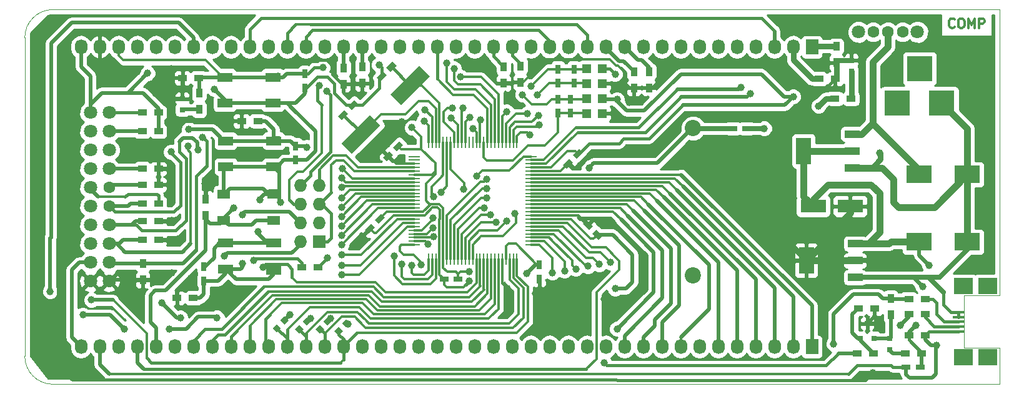
<source format=gtl>
G04 #@! TF.FileFunction,Copper,L1,Top,Signal*
%FSLAX46Y46*%
G04 Gerber Fmt 4.6, Leading zero omitted, Abs format (unit mm)*
G04 Created by KiCad (PCBNEW 4.0.1-stable) date 9/28/2017 1:44:00 PM*
%MOMM*%
G01*
G04 APERTURE LIST*
%ADD10C,0.150000*%
%ADD11C,0.300000*%
%ADD12C,0.100000*%
%ADD13R,2.000000X1.300000*%
%ADD14R,1.800000X1.300000*%
%ADD15R,1.727200X1.727200*%
%ADD16O,1.727200X1.727200*%
%ADD17R,1.500000X0.400000*%
%ADD18R,2.500000X2.200000*%
%ADD19C,1.000760*%
%ADD20C,2.200000*%
%ADD21R,0.750000X1.200000*%
%ADD22R,1.200000X0.750000*%
%ADD23R,3.500120X2.400300*%
%ADD24R,3.500120X3.500120*%
%ADD25R,0.797560X0.797560*%
%ADD26R,3.500120X1.800860*%
%ADD27R,2.032000X3.657600*%
%ADD28R,2.032000X1.016000*%
%ADD29R,1.198880X1.198880*%
%ADD30R,1.727200X2.032000*%
%ADD31O,1.727200X2.032000*%
%ADD32C,1.800000*%
%ADD33C,1.600000*%
%ADD34R,0.800100X0.800100*%
%ADD35R,0.900000X1.200000*%
%ADD36R,1.200000X0.900000*%
%ADD37R,0.280000X1.500000*%
%ADD38R,1.500000X0.280000*%
%ADD39C,1.000000*%
%ADD40C,0.381000*%
%ADD41C,0.508000*%
%ADD42C,0.304800*%
%ADD43C,0.889000*%
%ADD44C,0.635000*%
%ADD45C,0.762000*%
%ADD46C,0.254000*%
G04 APERTURE END LIST*
D10*
D11*
X214902143Y-83638571D02*
X214841667Y-83699048D01*
X214660238Y-83759524D01*
X214539286Y-83759524D01*
X214357858Y-83699048D01*
X214236905Y-83578095D01*
X214176429Y-83457143D01*
X214115953Y-83215238D01*
X214115953Y-83033810D01*
X214176429Y-82791905D01*
X214236905Y-82670952D01*
X214357858Y-82550000D01*
X214539286Y-82489524D01*
X214660238Y-82489524D01*
X214841667Y-82550000D01*
X214902143Y-82610476D01*
X215688334Y-82489524D02*
X215930238Y-82489524D01*
X216051191Y-82550000D01*
X216172143Y-82670952D01*
X216232619Y-82912857D01*
X216232619Y-83336190D01*
X216172143Y-83578095D01*
X216051191Y-83699048D01*
X215930238Y-83759524D01*
X215688334Y-83759524D01*
X215567381Y-83699048D01*
X215446429Y-83578095D01*
X215385953Y-83336190D01*
X215385953Y-82912857D01*
X215446429Y-82670952D01*
X215567381Y-82550000D01*
X215688334Y-82489524D01*
X216776905Y-83759524D02*
X216776905Y-82489524D01*
X217200238Y-83396667D01*
X217623572Y-82489524D01*
X217623572Y-83759524D01*
X218228334Y-83759524D02*
X218228334Y-82489524D01*
X218712143Y-82489524D01*
X218833096Y-82550000D01*
X218893572Y-82610476D01*
X218954048Y-82731429D01*
X218954048Y-82912857D01*
X218893572Y-83033810D01*
X218833096Y-83094286D01*
X218712143Y-83154762D01*
X218228334Y-83154762D01*
D12*
X220980000Y-120015000D02*
X220980000Y-81280000D01*
X220980000Y-132080000D02*
X220980000Y-127127000D01*
X216154000Y-127127000D02*
X220980000Y-127127000D01*
X216154000Y-120015000D02*
X216154000Y-127127000D01*
X220980000Y-120015000D02*
X216154000Y-120015000D01*
X92710000Y-81280000D02*
X218440000Y-81280000D01*
X92710000Y-132080000D02*
X220980000Y-132080000D01*
X88900000Y-85090000D02*
X88900000Y-128270000D01*
X88900000Y-128270000D02*
G75*
G03X92710000Y-132080000I3810000J0D01*
G01*
X92710000Y-81280000D02*
G75*
G03X88900000Y-85090000I0J-3810000D01*
G01*
X218440000Y-81280000D02*
X220980000Y-81280000D01*
D13*
X122630000Y-112931000D03*
X122630000Y-116681000D03*
X116130000Y-112931000D03*
X116130000Y-116431000D03*
D14*
X115880000Y-109827000D03*
X115880000Y-106327000D03*
X122630000Y-106327000D03*
X122630000Y-109827000D03*
D13*
X122630000Y-99088000D03*
X122630000Y-102588000D03*
X116130000Y-102588000D03*
X116130000Y-99088000D03*
X122503000Y-90452000D03*
X122503000Y-93952000D03*
X116003000Y-93952000D03*
X116003000Y-90452000D03*
D15*
X128778000Y-112776000D03*
D16*
X126238000Y-112776000D03*
X128778000Y-110236000D03*
X126238000Y-110236000D03*
X128778000Y-107696000D03*
X126238000Y-107696000D03*
X128778000Y-105156000D03*
X126238000Y-105156000D03*
D17*
X215400000Y-124900000D03*
X215400000Y-124250000D03*
X215400000Y-123600000D03*
X215400000Y-122950000D03*
X215400000Y-122300000D03*
D18*
X216100000Y-128425000D03*
X219400000Y-128425000D03*
X216100000Y-118775000D03*
X219400000Y-118775000D03*
D19*
X146824700Y-94615000D03*
X148323300Y-94615000D03*
D20*
X179451000Y-97348040D03*
X179451000Y-117348000D03*
D21*
X126873000Y-91882000D03*
X126873000Y-89982000D03*
X125603000Y-101661000D03*
X125603000Y-99761000D03*
D10*
G36*
X138752850Y-88300820D02*
X139283180Y-88831150D01*
X138434652Y-89679678D01*
X137904322Y-89149348D01*
X138752850Y-88300820D01*
X138752850Y-88300820D01*
G37*
G36*
X137409348Y-89644322D02*
X137939678Y-90174652D01*
X137091150Y-91023180D01*
X136560820Y-90492850D01*
X137409348Y-89644322D01*
X137409348Y-89644322D01*
G37*
G36*
X133545850Y-93507820D02*
X134076180Y-94038150D01*
X133227652Y-94886678D01*
X132697322Y-94356348D01*
X133545850Y-93507820D01*
X133545850Y-93507820D01*
G37*
G36*
X132202348Y-94851322D02*
X132732678Y-95381652D01*
X131884150Y-96230180D01*
X131353820Y-95699850D01*
X132202348Y-94851322D01*
X132202348Y-94851322D01*
G37*
D22*
X184851000Y-97409000D03*
X186751000Y-97409000D03*
D10*
G36*
X139641850Y-99095820D02*
X140172180Y-99626150D01*
X139323652Y-100474678D01*
X138793322Y-99944348D01*
X139641850Y-99095820D01*
X139641850Y-99095820D01*
G37*
G36*
X138298348Y-100439322D02*
X138828678Y-100969652D01*
X137980150Y-101818180D01*
X137449820Y-101287850D01*
X138298348Y-100439322D01*
X138298348Y-100439322D01*
G37*
D21*
X161163000Y-93411000D03*
X161163000Y-95311000D03*
X162814000Y-93411000D03*
X162814000Y-95311000D03*
D10*
G36*
X167223180Y-111955850D02*
X166692850Y-112486180D01*
X165844322Y-111637652D01*
X166374652Y-111107322D01*
X167223180Y-111955850D01*
X167223180Y-111955850D01*
G37*
G36*
X165879678Y-110612348D02*
X165349348Y-111142678D01*
X164500820Y-110294150D01*
X165031150Y-109763820D01*
X165879678Y-110612348D01*
X165879678Y-110612348D01*
G37*
D22*
X147635000Y-117856000D03*
X145735000Y-117856000D03*
D21*
X158623000Y-115890000D03*
X158623000Y-117790000D03*
X163322000Y-89347000D03*
X163322000Y-91247000D03*
X161163000Y-89347000D03*
X161163000Y-91247000D03*
D10*
G36*
X137165350Y-108938320D02*
X137695680Y-109468650D01*
X136847152Y-110317178D01*
X136316822Y-109786848D01*
X137165350Y-108938320D01*
X137165350Y-108938320D01*
G37*
G36*
X135821848Y-110281822D02*
X136352178Y-110812152D01*
X135503650Y-111660680D01*
X134973320Y-111130350D01*
X135821848Y-110281822D01*
X135821848Y-110281822D01*
G37*
G36*
X164025850Y-100111820D02*
X164556180Y-100642150D01*
X163707652Y-101490678D01*
X163177322Y-100960348D01*
X164025850Y-100111820D01*
X164025850Y-100111820D01*
G37*
G36*
X162682348Y-101455322D02*
X163212678Y-101985652D01*
X162364150Y-102834180D01*
X161833820Y-102303850D01*
X162682348Y-101455322D01*
X162682348Y-101455322D01*
G37*
D22*
X208346000Y-129794000D03*
X210246000Y-129794000D03*
D23*
X210108800Y-103632000D03*
X216611200Y-103632000D03*
X210108800Y-112776000D03*
X216611200Y-112776000D03*
D24*
X207159860Y-93980000D03*
X213159340Y-93980000D03*
X210159600Y-89281000D03*
D25*
X110236000Y-93357700D03*
X110236000Y-94856300D03*
D10*
G36*
X131423165Y-125426795D02*
X130859205Y-124862835D01*
X131423165Y-124298875D01*
X131987125Y-124862835D01*
X131423165Y-125426795D01*
X131423165Y-125426795D01*
G37*
G36*
X132482835Y-124367125D02*
X131918875Y-123803165D01*
X132482835Y-123239205D01*
X133046795Y-123803165D01*
X132482835Y-124367125D01*
X132482835Y-124367125D01*
G37*
G36*
X128883165Y-125172795D02*
X128319205Y-124608835D01*
X128883165Y-124044875D01*
X129447125Y-124608835D01*
X128883165Y-125172795D01*
X128883165Y-125172795D01*
G37*
G36*
X129942835Y-124113125D02*
X129378875Y-123549165D01*
X129942835Y-122985205D01*
X130506795Y-123549165D01*
X129942835Y-124113125D01*
X129942835Y-124113125D01*
G37*
G36*
X126089165Y-125172795D02*
X125525205Y-124608835D01*
X126089165Y-124044875D01*
X126653125Y-124608835D01*
X126089165Y-125172795D01*
X126089165Y-125172795D01*
G37*
G36*
X127148835Y-124113125D02*
X126584875Y-123549165D01*
X127148835Y-122985205D01*
X127712795Y-123549165D01*
X127148835Y-124113125D01*
X127148835Y-124113125D01*
G37*
G36*
X123041165Y-125045795D02*
X122477205Y-124481835D01*
X123041165Y-123917875D01*
X123605125Y-124481835D01*
X123041165Y-125045795D01*
X123041165Y-125045795D01*
G37*
G36*
X124100835Y-123986125D02*
X123536875Y-123422165D01*
X124100835Y-122858205D01*
X124664795Y-123422165D01*
X124100835Y-123986125D01*
X124100835Y-123986125D01*
G37*
D26*
X200746360Y-107950000D03*
X195747640Y-107950000D03*
D25*
X206121000Y-125869700D03*
X206121000Y-127368300D03*
D27*
X194818000Y-115316000D03*
D28*
X201422000Y-115316000D03*
X201422000Y-113030000D03*
X201422000Y-117602000D03*
D27*
X194437000Y-100457000D03*
D28*
X201041000Y-100457000D03*
X201041000Y-98171000D03*
X201041000Y-102743000D03*
D29*
X165066980Y-93345000D03*
X167165020Y-93345000D03*
X165066980Y-95377000D03*
X167165020Y-95377000D03*
X165066980Y-89281000D03*
X167165020Y-89281000D03*
X165066980Y-91313000D03*
X167165020Y-91313000D03*
D30*
X195580000Y-86360000D03*
D31*
X193040000Y-86360000D03*
X190500000Y-86360000D03*
X187960000Y-86360000D03*
X185420000Y-86360000D03*
X182880000Y-86360000D03*
X180340000Y-86360000D03*
X177800000Y-86360000D03*
X175260000Y-86360000D03*
X172720000Y-86360000D03*
X170180000Y-86360000D03*
X167640000Y-86360000D03*
X165100000Y-86360000D03*
X162560000Y-86360000D03*
X160020000Y-86360000D03*
X157480000Y-86360000D03*
X154940000Y-86360000D03*
X152400000Y-86360000D03*
X149860000Y-86360000D03*
X147320000Y-86360000D03*
X144780000Y-86360000D03*
X142240000Y-86360000D03*
X139700000Y-86360000D03*
X137160000Y-86360000D03*
X134620000Y-86360000D03*
X132080000Y-86360000D03*
X129540000Y-86360000D03*
X127000000Y-86360000D03*
X124460000Y-86360000D03*
X121920000Y-86360000D03*
X119380000Y-86360000D03*
X116840000Y-86360000D03*
X114300000Y-86360000D03*
X111760000Y-86360000D03*
X109220000Y-86360000D03*
X106680000Y-86360000D03*
X104140000Y-86360000D03*
X101600000Y-86360000D03*
X99060000Y-86360000D03*
X96520000Y-86360000D03*
D32*
X100330000Y-118110000D03*
X97790000Y-118110000D03*
X100330000Y-115570000D03*
X97790000Y-115570000D03*
X100330000Y-113030000D03*
X97790000Y-113030000D03*
X100330000Y-110490000D03*
X97790000Y-110490000D03*
D33*
X100330000Y-107950000D03*
D32*
X97790000Y-107950000D03*
D33*
X100330000Y-105410000D03*
D32*
X97790000Y-105410000D03*
X100330000Y-102870000D03*
X97790000Y-102870000D03*
X100330000Y-100330000D03*
X97790000Y-100330000D03*
X100330000Y-97790000D03*
X97790000Y-97790000D03*
X100330000Y-95250000D03*
X97790000Y-95250000D03*
D30*
X195580000Y-127000000D03*
D31*
X193040000Y-127000000D03*
X190500000Y-127000000D03*
X187960000Y-127000000D03*
X185420000Y-127000000D03*
X182880000Y-127000000D03*
X180340000Y-127000000D03*
X177800000Y-127000000D03*
X175260000Y-127000000D03*
X172720000Y-127000000D03*
X170180000Y-127000000D03*
X167640000Y-127000000D03*
X165100000Y-127000000D03*
X162560000Y-127000000D03*
X160020000Y-127000000D03*
X157480000Y-127000000D03*
X154940000Y-127000000D03*
X152400000Y-127000000D03*
X149860000Y-127000000D03*
X147320000Y-127000000D03*
X144780000Y-127000000D03*
X142240000Y-127000000D03*
X139700000Y-127000000D03*
X137160000Y-127000000D03*
X134620000Y-127000000D03*
X132080000Y-127000000D03*
X129540000Y-127000000D03*
X127000000Y-127000000D03*
X124460000Y-127000000D03*
X121920000Y-127000000D03*
X119380000Y-127000000D03*
X116840000Y-127000000D03*
X114300000Y-127000000D03*
X111760000Y-127000000D03*
X109220000Y-127000000D03*
X106680000Y-127000000D03*
X104140000Y-127000000D03*
X101600000Y-127000000D03*
X99060000Y-127000000D03*
X96520000Y-127000000D03*
D34*
X202123000Y-125841760D03*
X204023000Y-125841760D03*
X203073000Y-123842780D03*
D35*
X112522000Y-94826000D03*
X112522000Y-92626000D03*
D36*
X112479000Y-90551000D03*
X110279000Y-90551000D03*
D35*
X104902000Y-115740000D03*
X104902000Y-117940000D03*
D36*
X104818000Y-112522000D03*
X107018000Y-112522000D03*
X104818000Y-109982000D03*
X107018000Y-109982000D03*
X104818000Y-107569000D03*
X107018000Y-107569000D03*
X104818000Y-105029000D03*
X107018000Y-105029000D03*
X104818000Y-102870000D03*
X107018000Y-102870000D03*
X104818000Y-97790000D03*
X107018000Y-97790000D03*
X104818000Y-95250000D03*
X107018000Y-95250000D03*
X120480000Y-96393000D03*
X118280000Y-96393000D03*
D35*
X132080000Y-89197000D03*
X132080000Y-91397000D03*
X134620000Y-89070000D03*
X134620000Y-91270000D03*
X153797000Y-89070000D03*
X153797000Y-91270000D03*
X156083000Y-88943000D03*
X156083000Y-91143000D03*
X171450000Y-89705000D03*
X171450000Y-91905000D03*
X173482000Y-89705000D03*
X173482000Y-91905000D03*
D36*
X196512000Y-90678000D03*
X198712000Y-90678000D03*
X210904000Y-125476000D03*
X208704000Y-125476000D03*
D35*
X198882000Y-86276000D03*
X198882000Y-88476000D03*
D36*
X208704000Y-122555000D03*
X210904000Y-122555000D03*
X208704000Y-120523000D03*
X210904000Y-120523000D03*
X128608000Y-116205000D03*
X126408000Y-116205000D03*
D35*
X206248000Y-120439000D03*
X206248000Y-122639000D03*
D36*
X210396000Y-127889000D03*
X208196000Y-127889000D03*
D35*
X113411000Y-109177000D03*
X113411000Y-106977000D03*
D36*
X201846000Y-121793000D03*
X204046000Y-121793000D03*
X203919000Y-127889000D03*
X201719000Y-127889000D03*
X198671000Y-93345000D03*
X200871000Y-93345000D03*
D33*
X207867000Y-84328000D03*
X205867000Y-84328000D03*
X203867000Y-84328000D03*
D32*
X201867000Y-84328000D03*
X209867000Y-84328000D03*
D37*
X155606000Y-99288000D03*
X155106000Y-99288000D03*
X154606000Y-99288000D03*
X154106000Y-99288000D03*
X153606000Y-99288000D03*
X153106000Y-99288000D03*
X152606000Y-99288000D03*
X152106000Y-99288000D03*
X151606000Y-99288000D03*
X151106000Y-99288000D03*
X150606000Y-99288000D03*
X150106000Y-99288000D03*
X149606000Y-99288000D03*
X149106000Y-99288000D03*
X148606000Y-99288000D03*
X148106000Y-99288000D03*
X147606000Y-99288000D03*
X147106000Y-99288000D03*
X146606000Y-99288000D03*
X146106000Y-99288000D03*
X145606000Y-99288000D03*
X145106000Y-99288000D03*
X144606000Y-99288000D03*
X144106000Y-99288000D03*
X143606000Y-99288000D03*
D38*
X141706000Y-101188000D03*
X141706000Y-101688000D03*
X141706000Y-102188000D03*
X141706000Y-102688000D03*
X141706000Y-103188000D03*
X141706000Y-103688000D03*
X141706000Y-104188000D03*
X141706000Y-104688000D03*
X141706000Y-105188000D03*
X141706000Y-105688000D03*
X141706000Y-106188000D03*
X141706000Y-106688000D03*
X141706000Y-107188000D03*
X141706000Y-107688000D03*
X141706000Y-108188000D03*
X141706000Y-108688000D03*
X141706000Y-109188000D03*
X141706000Y-109688000D03*
X141706000Y-110188000D03*
X141706000Y-110688000D03*
X141706000Y-111188000D03*
X141706000Y-111688000D03*
X141706000Y-112188000D03*
X141706000Y-112688000D03*
X141706000Y-113188000D03*
D37*
X143606000Y-115088000D03*
X144106000Y-115088000D03*
X144606000Y-115088000D03*
X145106000Y-115088000D03*
X145606000Y-115088000D03*
X146106000Y-115088000D03*
X146606000Y-115088000D03*
X147106000Y-115088000D03*
X147606000Y-115088000D03*
X148106000Y-115088000D03*
X148606000Y-115088000D03*
X149106000Y-115088000D03*
X149606000Y-115088000D03*
X150106000Y-115088000D03*
X150606000Y-115088000D03*
X151106000Y-115088000D03*
X151606000Y-115088000D03*
X152106000Y-115088000D03*
X152606000Y-115088000D03*
X153106000Y-115088000D03*
X153606000Y-115088000D03*
X154106000Y-115088000D03*
X154606000Y-115088000D03*
X155106000Y-115088000D03*
X155606000Y-115088000D03*
D38*
X157506000Y-113188000D03*
X157506000Y-112688000D03*
X157506000Y-112188000D03*
X157506000Y-111688000D03*
X157506000Y-111188000D03*
X157506000Y-110688000D03*
X157506000Y-110188000D03*
X157506000Y-109688000D03*
X157506000Y-109188000D03*
X157506000Y-108688000D03*
X157506000Y-108188000D03*
X157506000Y-107688000D03*
X157506000Y-107188000D03*
X157506000Y-106688000D03*
X157506000Y-106188000D03*
X157506000Y-105688000D03*
X157506000Y-105188000D03*
X157506000Y-104688000D03*
X157506000Y-104188000D03*
X157506000Y-103688000D03*
X157506000Y-103188000D03*
X157506000Y-102688000D03*
X157506000Y-102188000D03*
X157506000Y-101688000D03*
X157506000Y-101188000D03*
D10*
G36*
X142355174Y-88895333D02*
X143768667Y-90308826D01*
X139880216Y-94197277D01*
X138466723Y-92783784D01*
X142355174Y-88895333D01*
X142355174Y-88895333D01*
G37*
G36*
X135709784Y-95540723D02*
X137123277Y-96954216D01*
X133234826Y-100842667D01*
X131821333Y-99429174D01*
X135709784Y-95540723D01*
X135709784Y-95540723D01*
G37*
D25*
X200914000Y-88150700D03*
X200914000Y-89649300D03*
D21*
X113157000Y-116144000D03*
X113157000Y-118044000D03*
D36*
X111717000Y-120396000D03*
X109517000Y-120396000D03*
D39*
X203800000Y-130500000D03*
X204724000Y-124333000D03*
X109093000Y-112903000D03*
X111379000Y-117729000D03*
X113284000Y-104902000D03*
X170815000Y-93853000D03*
X108712000Y-89281000D03*
X117602000Y-88900000D03*
X139954000Y-96520000D03*
X108331000Y-93091000D03*
X169037000Y-95377000D03*
X191770000Y-115062000D03*
X167386000Y-120523000D03*
X149161500Y-118110000D03*
X154305000Y-119126000D03*
X158115000Y-119761000D03*
X108712000Y-106426000D03*
X108839000Y-109855000D03*
X108839000Y-116967000D03*
X206502000Y-115697000D03*
X93726000Y-113792000D03*
X212471000Y-126809500D03*
X109982000Y-123063000D03*
X107442000Y-121031000D03*
X119888000Y-115316000D03*
X211455000Y-115951000D03*
X150114000Y-103886000D03*
X185928000Y-91821000D03*
X92329000Y-119507000D03*
X96774000Y-122682000D03*
X102362000Y-124587000D03*
X108458000Y-124587000D03*
X114935000Y-123063000D03*
X143129000Y-94869000D03*
X151511000Y-106807000D03*
X143573500Y-113093500D03*
X144208500Y-110871000D03*
X143002000Y-96393000D03*
X151130000Y-108204000D03*
X144272000Y-112077500D03*
X144208500Y-109537500D03*
X154178000Y-95123000D03*
X108712000Y-100584000D03*
X157353000Y-98298000D03*
X158623000Y-96901000D03*
X110998000Y-99822000D03*
X158496000Y-95631000D03*
X112395000Y-100330000D03*
X187198000Y-92710000D03*
X97917000Y-120650000D03*
X121158000Y-116205000D03*
X167386000Y-129159000D03*
X129921000Y-114935000D03*
X144272000Y-106680000D03*
X117221000Y-108204000D03*
X141351000Y-115951000D03*
X146685000Y-96012000D03*
X129286000Y-89154000D03*
X156972000Y-95377000D03*
X113000000Y-98600000D03*
X120523000Y-111379000D03*
X120777000Y-107061000D03*
X209677000Y-124079000D03*
X210566000Y-118808500D03*
X123571000Y-107442000D03*
X136906000Y-88773000D03*
X141351000Y-97282000D03*
X169164000Y-93472000D03*
X168910000Y-90043000D03*
X204724000Y-100711000D03*
X196469000Y-94361000D03*
X189103000Y-97409000D03*
X193040000Y-93091000D03*
X168910000Y-119126000D03*
X156908500Y-117094000D03*
X149098000Y-116840000D03*
X105537000Y-89916000D03*
X114554000Y-92075000D03*
X129794000Y-92329000D03*
X128778000Y-91567000D03*
X127127000Y-99949000D03*
X111125000Y-97536000D03*
X138938000Y-114681000D03*
X118364000Y-115697000D03*
X139954000Y-115824000D03*
X165354000Y-102743000D03*
X148336000Y-105664000D03*
X150622000Y-96266000D03*
X156337000Y-92837000D03*
X157480000Y-91694000D03*
X149225000Y-95885000D03*
X149606000Y-97409000D03*
X158369000Y-92837000D03*
X132715000Y-123952000D03*
X130302000Y-123190000D03*
X127635000Y-123190000D03*
X124841000Y-122682000D03*
X168275000Y-115570000D03*
X166751000Y-115824000D03*
X151511000Y-105537000D03*
X151511000Y-104267000D03*
X146050000Y-88519000D03*
X147066000Y-89281000D03*
X147955000Y-90424000D03*
X142621000Y-115887500D03*
X131953000Y-102870000D03*
X131826000Y-104140000D03*
X131826000Y-105410000D03*
X131826000Y-106807000D03*
X131826000Y-108077000D03*
X131826000Y-109347000D03*
X131826000Y-110617000D03*
X131826000Y-111887000D03*
X131826000Y-113157000D03*
X131826000Y-114554000D03*
X131826000Y-115951000D03*
X131826000Y-117221000D03*
X145288000Y-106045000D03*
X169164000Y-124587000D03*
X207518000Y-124079000D03*
X115951000Y-114681000D03*
X118364000Y-109093000D03*
X198501000Y-126619000D03*
X165227000Y-116078000D03*
X163576000Y-116459000D03*
X162052000Y-116713000D03*
X160401000Y-116967000D03*
X154178000Y-109982000D03*
X155321000Y-108966000D03*
X152781000Y-110109000D03*
X152019000Y-109093000D03*
D40*
X203800000Y-130500000D02*
X203800000Y-130600000D01*
X202828000Y-131572000D02*
X202565000Y-131572000D01*
X203800000Y-130600000D02*
X202828000Y-131572000D01*
X170307000Y-131572000D02*
X169164000Y-131572000D01*
X202565000Y-131572000D02*
X170307000Y-131572000D01*
X169164000Y-131572000D02*
X169037000Y-131445000D01*
D41*
X203073000Y-123842780D02*
X204233780Y-123842780D01*
X204233780Y-123842780D02*
X204724000Y-124333000D01*
X108712000Y-106426000D02*
X108712000Y-105537000D01*
X108204000Y-105029000D02*
X107018000Y-105029000D01*
X108712000Y-105537000D02*
X108204000Y-105029000D01*
D40*
X117602000Y-88900000D02*
X120396000Y-88900000D01*
X129794000Y-88138000D02*
X130556000Y-88900000D01*
X128651000Y-88138000D02*
X129794000Y-88138000D01*
X128524000Y-88265000D02*
X128651000Y-88138000D01*
X121031000Y-88265000D02*
X128524000Y-88265000D01*
X120396000Y-88900000D02*
X121031000Y-88265000D01*
D41*
X110236000Y-93357700D02*
X108597700Y-93357700D01*
X108597700Y-93357700D02*
X108331000Y-93091000D01*
X107018000Y-109982000D02*
X108712000Y-109982000D01*
X108712000Y-109982000D02*
X108839000Y-109855000D01*
X109093000Y-112903000D02*
X108712000Y-112522000D01*
X108712000Y-112522000D02*
X107018000Y-112522000D01*
X104902000Y-117940000D02*
X100500000Y-117940000D01*
X100500000Y-117940000D02*
X100330000Y-118110000D01*
X109517000Y-120396000D02*
X109517000Y-119591000D01*
X109517000Y-119591000D02*
X111379000Y-117729000D01*
X113411000Y-106977000D02*
X113411000Y-105029000D01*
X113411000Y-105029000D02*
X113284000Y-104902000D01*
X118280000Y-96393000D02*
X115316000Y-96393000D01*
D42*
X171450000Y-91905000D02*
X170899000Y-91905000D01*
X159512000Y-88011000D02*
X156380000Y-91143000D01*
X168148000Y-88011000D02*
X159512000Y-88011000D01*
X169037000Y-88900000D02*
X168148000Y-88011000D01*
X169291000Y-88900000D02*
X169037000Y-88900000D01*
X170180000Y-89789000D02*
X169291000Y-88900000D01*
X170180000Y-91186000D02*
X170180000Y-89789000D01*
X170899000Y-91905000D02*
X170180000Y-91186000D01*
X156380000Y-91143000D02*
X156083000Y-91143000D01*
X168994000Y-91905000D02*
X168783000Y-91694000D01*
D41*
X171450000Y-91905000D02*
X173482000Y-91905000D01*
X171450000Y-93218000D02*
X171450000Y-91905000D01*
X170815000Y-93853000D02*
X171450000Y-93218000D01*
X107315000Y-92075000D02*
X108331000Y-93091000D01*
X107315000Y-90678000D02*
X107315000Y-92075000D01*
X108712000Y-89281000D02*
X107315000Y-90678000D01*
D42*
X132080000Y-91397000D02*
X131910000Y-91397000D01*
D40*
X131910000Y-91397000D02*
X130556000Y-90043000D01*
D42*
X138139249Y-101128751D02*
X138139249Y-101055249D01*
X138139249Y-101055249D02*
X137287000Y-100203000D01*
X137287000Y-100203000D02*
X137287000Y-99187000D01*
X137287000Y-99187000D02*
X139954000Y-96520000D01*
X108331000Y-93091000D02*
X108597700Y-93357700D01*
X141706000Y-102188000D02*
X139198498Y-102188000D01*
X139198498Y-102188000D02*
X138139249Y-101128751D01*
D41*
X169037000Y-95377000D02*
X167165020Y-95377000D01*
X168402000Y-91313000D02*
X167165020Y-91313000D01*
D42*
X168994000Y-91905000D02*
X168783000Y-91694000D01*
D41*
X168783000Y-91694000D02*
X168402000Y-91313000D01*
X191262000Y-88900000D02*
X179197000Y-88900000D01*
X197104000Y-92075000D02*
X194437000Y-92075000D01*
X177038000Y-88900000D02*
X174033000Y-91905000D01*
X174033000Y-91905000D02*
X173482000Y-91905000D01*
X179197000Y-88900000D02*
X177038000Y-88900000D01*
X194437000Y-92075000D02*
X191262000Y-88900000D01*
D40*
X170942000Y-99822000D02*
X173990000Y-99822000D01*
X163322000Y-102743000D02*
X163830000Y-102743000D01*
X163830000Y-102743000D02*
X165481000Y-101092000D01*
X165481000Y-101092000D02*
X169672000Y-101092000D01*
X169672000Y-101092000D02*
X170942000Y-99822000D01*
X162723751Y-102144751D02*
X163322000Y-102743000D01*
D41*
X178308000Y-95504000D02*
X187071000Y-95504000D01*
D40*
X173990000Y-99822000D02*
X178308000Y-95504000D01*
D42*
X162523249Y-102144751D02*
X162723751Y-102144751D01*
D41*
X191770000Y-115062000D02*
X192024000Y-115316000D01*
X192024000Y-115316000D02*
X194818000Y-115316000D01*
D42*
X162306000Y-109188000D02*
X163925000Y-109188000D01*
X163925000Y-109188000D02*
X164338000Y-109601000D01*
X164369750Y-109632750D02*
X165190249Y-110453249D01*
X164338000Y-109601000D02*
X164369750Y-109632750D01*
X141706000Y-109188000D02*
X138906500Y-109188000D01*
X136260998Y-111569500D02*
X135662749Y-110971251D01*
X136525000Y-111569500D02*
X136260998Y-111569500D01*
X138906500Y-109188000D02*
X136525000Y-111569500D01*
X141706000Y-109188000D02*
X143081502Y-109188000D01*
X145123398Y-109736500D02*
X145106000Y-109736500D01*
X145123398Y-108394500D02*
X145123398Y-109736500D01*
X144844000Y-108115102D02*
X145123398Y-108394500D01*
X144154400Y-108115102D02*
X144844000Y-108115102D01*
X143081502Y-109188000D02*
X144154400Y-108115102D01*
X145106000Y-115088000D02*
X145106000Y-109736500D01*
X145106000Y-109736500D02*
X145106000Y-109736500D01*
X145735000Y-117856000D02*
X145735000Y-118557000D01*
X148336000Y-118935500D02*
X149161500Y-118110000D01*
X146113500Y-118935500D02*
X148336000Y-118935500D01*
X145735000Y-118557000D02*
X146113500Y-118935500D01*
X145106000Y-115088000D02*
X145106000Y-117227000D01*
X145106000Y-117227000D02*
X145735000Y-117856000D01*
X153606000Y-115088000D02*
X153606000Y-118427000D01*
X153606000Y-118427000D02*
X154305000Y-119126000D01*
X158623000Y-119253000D02*
X158623000Y-117790000D01*
X158115000Y-119761000D02*
X158623000Y-119253000D01*
X157506000Y-103188000D02*
X161480000Y-103188000D01*
X161480000Y-103188000D02*
X162523249Y-102144751D01*
X157506000Y-109188000D02*
X162306000Y-109188000D01*
X156083000Y-91143000D02*
X153924000Y-91143000D01*
X153924000Y-91143000D02*
X153797000Y-91270000D01*
D40*
X197315000Y-92075000D02*
X198712000Y-90678000D01*
X197104000Y-92075000D02*
X197315000Y-92075000D01*
X196723000Y-92075000D02*
X197104000Y-92075000D01*
D43*
X200746360Y-107950000D02*
X200746360Y-108879640D01*
X200746360Y-108879640D02*
X198120000Y-111506000D01*
X198120000Y-111506000D02*
X198120000Y-112014000D01*
X198120000Y-112014000D02*
X194818000Y-115316000D01*
X201422000Y-115316000D02*
X194818000Y-115316000D01*
D41*
X110617000Y-96393000D02*
X108712000Y-98298000D01*
D40*
X116205000Y-96393000D02*
X115316000Y-96393000D01*
D41*
X115316000Y-96393000D02*
X110617000Y-96393000D01*
X107018000Y-102870000D02*
X107018000Y-100500000D01*
D40*
X109207300Y-93357700D02*
X110236000Y-93357700D01*
D41*
X108712000Y-93853000D02*
X109207300Y-93357700D01*
X108712000Y-98806000D02*
X108712000Y-98298000D01*
X108712000Y-98298000D02*
X108712000Y-93853000D01*
X107018000Y-100500000D02*
X108712000Y-98806000D01*
X108712000Y-106426000D02*
X108712000Y-103251000D01*
X108331000Y-102870000D02*
X107018000Y-102870000D01*
X108712000Y-103251000D02*
X108331000Y-102870000D01*
D40*
X108839000Y-109855000D02*
X108712000Y-109982000D01*
D41*
X104902000Y-117940000D02*
X107866000Y-117940000D01*
X108712000Y-112522000D02*
X107018000Y-112522000D01*
X107866000Y-117940000D02*
X108839000Y-116967000D01*
X110236000Y-93357700D02*
X110236000Y-90594000D01*
D42*
X110236000Y-90594000D02*
X110279000Y-90551000D01*
D44*
X200914000Y-88150700D02*
X199207300Y-88150700D01*
X199207300Y-88150700D02*
X198882000Y-88476000D01*
D45*
X198882000Y-90508000D02*
X198712000Y-90678000D01*
X198882000Y-88476000D02*
X198882000Y-90508000D01*
D42*
X100500000Y-117940000D02*
X100330000Y-118110000D01*
X134493000Y-91397000D02*
X134620000Y-91270000D01*
D40*
X132080000Y-91397000D02*
X134493000Y-91397000D01*
D42*
X206121000Y-115316000D02*
X206502000Y-115697000D01*
D44*
X201422000Y-115316000D02*
X206121000Y-115316000D01*
D42*
X169164000Y-131572000D02*
X169037000Y-131445000D01*
D40*
X169037000Y-131445000D02*
X95377000Y-131445000D01*
D41*
X95377000Y-131445000D02*
X93472000Y-129540000D01*
X93472000Y-129540000D02*
X93472000Y-114046000D01*
D42*
X93472000Y-114046000D02*
X93726000Y-113792000D01*
D45*
X191262000Y-98425000D02*
X191262000Y-97917000D01*
X191262000Y-111760000D02*
X191262000Y-98425000D01*
X194818000Y-115316000D02*
X191262000Y-111760000D01*
D41*
X190881000Y-95504000D02*
X191516000Y-95504000D01*
X187071000Y-95504000D02*
X190881000Y-95504000D01*
X196723000Y-92075000D02*
X197104000Y-92075000D01*
X193421000Y-95377000D02*
X196723000Y-92075000D01*
X192278000Y-96520000D02*
X193421000Y-95377000D01*
X168402000Y-91313000D02*
X167165020Y-91313000D01*
X168994000Y-91905000D02*
X168402000Y-91313000D01*
X171450000Y-91905000D02*
X168994000Y-91905000D01*
X191262000Y-97536000D02*
X193421000Y-95377000D01*
X191262000Y-98425000D02*
X191262000Y-97536000D01*
X193294000Y-95504000D02*
X193421000Y-95377000D01*
X190881000Y-95504000D02*
X193294000Y-95504000D01*
X167862250Y-109632750D02*
X172593000Y-114363500D01*
X172593000Y-114363500D02*
X172593000Y-118999000D01*
X172593000Y-118999000D02*
X171069000Y-120523000D01*
X171069000Y-120523000D02*
X167386000Y-120523000D01*
X164369750Y-109632750D02*
X167862250Y-109632750D01*
D40*
X130556000Y-90043000D02*
X130556000Y-88900000D01*
D41*
X204046000Y-121793000D02*
X204046000Y-122869780D01*
X204046000Y-122869780D02*
X203073000Y-123842780D01*
X212471000Y-126809500D02*
X211709000Y-126809500D01*
X210904000Y-126004500D02*
X210904000Y-125476000D01*
X211709000Y-126809500D02*
X210904000Y-126004500D01*
X212344000Y-130683000D02*
X212344000Y-126936500D01*
X208346000Y-130749000D02*
X208788000Y-131191000D01*
X208788000Y-131191000D02*
X211836000Y-131191000D01*
X211836000Y-131191000D02*
X212344000Y-130683000D01*
X208346000Y-130749000D02*
X208346000Y-129794000D01*
X212344000Y-126936500D02*
X212471000Y-126809500D01*
D40*
X215400000Y-124900000D02*
X211480000Y-124900000D01*
X211480000Y-124900000D02*
X210904000Y-125476000D01*
X201676000Y-129540000D02*
X206248000Y-129540000D01*
X206248000Y-129540000D02*
X206502000Y-129794000D01*
X206502000Y-129794000D02*
X208346000Y-129794000D01*
D41*
X99060000Y-127000000D02*
X99060000Y-129413000D01*
X100330000Y-130683000D02*
X99060000Y-129413000D01*
D42*
X200533000Y-130683000D02*
X100330000Y-130683000D01*
D40*
X201676000Y-129540000D02*
X200533000Y-130683000D01*
D42*
X210904000Y-125265000D02*
X210904000Y-125476000D01*
X109474000Y-123063000D02*
X109982000Y-123063000D01*
D41*
X107442000Y-121031000D02*
X109474000Y-123063000D01*
X119888000Y-115316000D02*
X120015000Y-115316000D01*
D42*
X120015000Y-115316000D02*
X120269000Y-115062000D01*
D40*
X120269000Y-115062000D02*
X125857000Y-115062000D01*
X125857000Y-115062000D02*
X126408000Y-115613000D01*
X126408000Y-115613000D02*
X126408000Y-116205000D01*
D42*
X126408000Y-116205000D02*
X126365000Y-116205000D01*
X210566000Y-112776000D02*
X210108800Y-112776000D01*
D45*
X195747640Y-107950000D02*
X195747640Y-107020360D01*
X203200000Y-113030000D02*
X201422000Y-113030000D01*
D43*
X204724000Y-111506000D02*
X203200000Y-113030000D01*
X204724000Y-106172000D02*
X204724000Y-111506000D01*
X203581000Y-105029000D02*
X204724000Y-106172000D01*
X197739000Y-105029000D02*
X203581000Y-105029000D01*
X195747640Y-107020360D02*
X197739000Y-105029000D01*
X210108800Y-112776000D02*
X206248000Y-112776000D01*
X206248000Y-112776000D02*
X205994000Y-113030000D01*
X205994000Y-113030000D02*
X201422000Y-113030000D01*
X194437000Y-100457000D02*
X194437000Y-106639360D01*
X194437000Y-106639360D02*
X195747640Y-107950000D01*
X201041000Y-100457000D02*
X194437000Y-100457000D01*
D42*
X210904000Y-125476000D02*
X210904000Y-125687000D01*
X210566000Y-112776000D02*
X210108800Y-112776000D01*
D41*
X211455000Y-115951000D02*
X210108800Y-114604800D01*
X210108800Y-114604800D02*
X210108800Y-112776000D01*
D42*
X156495000Y-101188000D02*
X157506000Y-101188000D01*
X150876000Y-103124000D02*
X150114000Y-103886000D01*
X154559000Y-103124000D02*
X150876000Y-103124000D01*
X156495000Y-101188000D02*
X154559000Y-103124000D01*
D41*
X104818000Y-105029000D02*
X100711000Y-105029000D01*
X100711000Y-105029000D02*
X100330000Y-105410000D01*
D42*
X100711000Y-105029000D02*
X100330000Y-105410000D01*
D41*
X182753000Y-92075000D02*
X185674000Y-92075000D01*
D42*
X185674000Y-92075000D02*
X185928000Y-91821000D01*
X159170000Y-101688000D02*
X163576000Y-97282000D01*
D40*
X163576000Y-97282000D02*
X172085000Y-97282000D01*
X172085000Y-97282000D02*
X177292000Y-92075000D01*
D41*
X177292000Y-92075000D02*
X182753000Y-92075000D01*
D42*
X157506000Y-101688000D02*
X159170000Y-101688000D01*
D41*
X111760000Y-85090000D02*
X111760000Y-86360000D01*
X109728000Y-83058000D02*
X111760000Y-85090000D01*
X95250000Y-83058000D02*
X109728000Y-83058000D01*
X92456000Y-85852000D02*
X95250000Y-83058000D01*
X92456000Y-112141000D02*
X92456000Y-85852000D01*
D40*
X92329000Y-112268000D02*
X92456000Y-112141000D01*
D41*
X92329000Y-119507000D02*
X92329000Y-112268000D01*
X100457000Y-122682000D02*
X96774000Y-122682000D01*
X102362000Y-124587000D02*
X100457000Y-122682000D01*
X110744000Y-124587000D02*
X108458000Y-124587000D01*
X112395000Y-122936000D02*
X110744000Y-124587000D01*
X114808000Y-122936000D02*
X112395000Y-122936000D01*
D42*
X114935000Y-123063000D02*
X114808000Y-122936000D01*
X155106000Y-115088000D02*
X155106000Y-117641000D01*
X155067000Y-124460000D02*
X152273000Y-124460000D01*
X156464000Y-123063000D02*
X155067000Y-124460000D01*
X156464000Y-118999000D02*
X156464000Y-123063000D01*
X155106000Y-117641000D02*
X156464000Y-118999000D01*
X134747000Y-124079000D02*
X134747000Y-124104398D01*
X133223000Y-122936000D02*
X131826000Y-122936000D01*
X131826000Y-122936000D02*
X129540000Y-125222000D01*
X133604000Y-122936000D02*
X134747000Y-124079000D01*
X133223000Y-122936000D02*
X133604000Y-122936000D01*
X134747000Y-124104398D02*
X135102602Y-124460000D01*
X135102602Y-124460000D02*
X152273000Y-124460000D01*
D40*
X129540000Y-125222000D02*
X129540000Y-127000000D01*
D42*
X129540000Y-125222000D02*
X129540000Y-127000000D01*
D40*
X128926835Y-124608835D02*
X129540000Y-125222000D01*
D42*
X128883165Y-124608835D02*
X128926835Y-124608835D01*
X144106000Y-95846000D02*
X143129000Y-94869000D01*
X144106000Y-99288000D02*
X144106000Y-95846000D01*
D41*
X132080000Y-89197000D02*
X132080000Y-86360000D01*
D42*
X153797000Y-89070000D02*
X153797000Y-89027000D01*
D40*
X153797000Y-89027000D02*
X152400000Y-87630000D01*
X152400000Y-87630000D02*
X152400000Y-86360000D01*
D42*
X147106000Y-110450000D02*
X150749000Y-106807000D01*
X150749000Y-106807000D02*
X151511000Y-106807000D01*
X147106000Y-115088000D02*
X147106000Y-110450000D01*
X171450000Y-89705000D02*
X171450000Y-89662000D01*
D41*
X171450000Y-89662000D02*
X170053000Y-88265000D01*
X170053000Y-88265000D02*
X169418000Y-88265000D01*
X169418000Y-88265000D02*
X167640000Y-86487000D01*
D42*
X167640000Y-86487000D02*
X167640000Y-86360000D01*
X167640000Y-86868000D02*
X167640000Y-86360000D01*
X167640000Y-86868000D02*
X167640000Y-86360000D01*
X141706000Y-112688000D02*
X143168000Y-112688000D01*
X143168000Y-112688000D02*
X143573500Y-113093500D01*
X167640000Y-86868000D02*
X167640000Y-86360000D01*
X141706000Y-111688000D02*
X143391500Y-111688000D01*
X143391500Y-111688000D02*
X144208500Y-110871000D01*
D45*
X193040000Y-88138000D02*
X193040000Y-86360000D01*
X195580000Y-90678000D02*
X193040000Y-88138000D01*
X196512000Y-90678000D02*
X195580000Y-90678000D01*
D42*
X143606000Y-99288000D02*
X143606000Y-96997000D01*
X143606000Y-96997000D02*
X143002000Y-96393000D01*
D41*
X134620000Y-89070000D02*
X134620000Y-86360000D01*
D42*
X156083000Y-88943000D02*
X156083000Y-88646000D01*
D40*
X156083000Y-88646000D02*
X154940000Y-87503000D01*
X154940000Y-87503000D02*
X154940000Y-86360000D01*
D42*
X147606000Y-111093000D02*
X150495000Y-108204000D01*
X150495000Y-108204000D02*
X151130000Y-108204000D01*
X147606000Y-115088000D02*
X147606000Y-111093000D01*
X173482000Y-89705000D02*
X173482000Y-89154000D01*
D41*
X173482000Y-89154000D02*
X172466000Y-88138000D01*
X172466000Y-88138000D02*
X171958000Y-88138000D01*
X171958000Y-88138000D02*
X170180000Y-86360000D01*
D42*
X141706000Y-112188000D02*
X144161500Y-112188000D01*
X144161500Y-112188000D02*
X144272000Y-112077500D01*
X141706000Y-111188000D02*
X142685000Y-111188000D01*
X144208500Y-109664500D02*
X144208500Y-109537500D01*
X142685000Y-111188000D02*
X144208500Y-109664500D01*
D45*
X195664000Y-86276000D02*
X195580000Y-86360000D01*
X198882000Y-86276000D02*
X195664000Y-86276000D01*
D41*
X104818000Y-107569000D02*
X103251000Y-107569000D01*
X102870000Y-107950000D02*
X100330000Y-107950000D01*
X103251000Y-107569000D02*
X102870000Y-107950000D01*
D42*
X100711000Y-107569000D02*
X100330000Y-107950000D01*
X108712000Y-100584000D02*
X108712000Y-100711000D01*
D40*
X101092000Y-108712000D02*
X100330000Y-107950000D01*
X109093000Y-108712000D02*
X101092000Y-108712000D01*
X109982000Y-107823000D02*
X109093000Y-108712000D01*
X109982000Y-101981000D02*
X109982000Y-107823000D01*
X108712000Y-100711000D02*
X109982000Y-101981000D01*
D42*
X153606000Y-95695000D02*
X154178000Y-95123000D01*
X108712000Y-100584000D02*
X108839000Y-100711000D01*
X153606000Y-99288000D02*
X153606000Y-95695000D01*
D41*
X104818000Y-102870000D02*
X100330000Y-102870000D01*
D42*
X155606000Y-99288000D02*
X155606000Y-98394000D01*
X155606000Y-98394000D02*
X156083000Y-97917000D01*
X156083000Y-97917000D02*
X156972000Y-97917000D01*
X156972000Y-97917000D02*
X157353000Y-98298000D01*
D41*
X104818000Y-112522000D02*
X102235000Y-112522000D01*
X101727000Y-113030000D02*
X100330000Y-113030000D01*
X102235000Y-112522000D02*
X101727000Y-113030000D01*
D42*
X155106000Y-99288000D02*
X155106000Y-97624000D01*
X158369000Y-97155000D02*
X158623000Y-96901000D01*
X155575000Y-97155000D02*
X158369000Y-97155000D01*
X155106000Y-97624000D02*
X155575000Y-97155000D01*
X110998000Y-99822000D02*
X110998000Y-100330000D01*
X110998000Y-100330000D02*
X111379000Y-100711000D01*
X111379000Y-100711000D02*
X111379000Y-113030000D01*
D41*
X111379000Y-113030000D02*
X110236000Y-114173000D01*
X110236000Y-114173000D02*
X102489000Y-114173000D01*
X102489000Y-114173000D02*
X101346000Y-113030000D01*
D42*
X101346000Y-113030000D02*
X100330000Y-113030000D01*
D40*
X108331000Y-111252000D02*
X104775000Y-111252000D01*
X104013000Y-110490000D02*
X100330000Y-110490000D01*
X104775000Y-111252000D02*
X104013000Y-110490000D01*
D41*
X104818000Y-109982000D02*
X103886000Y-109982000D01*
X103886000Y-109982000D02*
X103378000Y-110490000D01*
X103378000Y-110490000D02*
X100330000Y-110490000D01*
D42*
X155702000Y-96520000D02*
X157607000Y-96520000D01*
X157607000Y-96520000D02*
X158496000Y-95631000D01*
D41*
X110363000Y-98679000D02*
X109855000Y-99187000D01*
X111633000Y-98679000D02*
X110363000Y-98679000D01*
X112268000Y-99314000D02*
X111633000Y-98679000D01*
X112268000Y-100203000D02*
X112268000Y-99314000D01*
D42*
X112395000Y-100330000D02*
X112268000Y-100203000D01*
X103378000Y-110490000D02*
X100330000Y-110490000D01*
X103886000Y-109982000D02*
X103378000Y-110490000D01*
D40*
X109855000Y-100457000D02*
X109855000Y-100584000D01*
X109855000Y-99187000D02*
X109855000Y-100457000D01*
X109855000Y-100584000D02*
X110744000Y-101473000D01*
X110744000Y-101473000D02*
X110744000Y-109855000D01*
X110744000Y-109855000D02*
X109347000Y-111252000D01*
X109347000Y-111252000D02*
X108331000Y-111252000D01*
D42*
X154606000Y-97235000D02*
X155321000Y-96520000D01*
X155321000Y-96520000D02*
X155702000Y-96520000D01*
X154606000Y-99288000D02*
X154606000Y-97235000D01*
D41*
X184531000Y-93091000D02*
X186817000Y-93091000D01*
D42*
X186817000Y-93091000D02*
X187198000Y-92710000D01*
X159559000Y-102188000D02*
X163830000Y-97917000D01*
D40*
X163830000Y-97917000D02*
X172974000Y-97917000D01*
X172974000Y-97917000D02*
X177800000Y-93091000D01*
D41*
X177800000Y-93091000D02*
X184531000Y-93091000D01*
D42*
X157506000Y-102188000D02*
X159559000Y-102188000D01*
D40*
X190500000Y-84201000D02*
X188722000Y-82423000D01*
X188722000Y-82423000D02*
X120904000Y-82423000D01*
X120904000Y-82423000D02*
X119380000Y-83947000D01*
X119380000Y-83947000D02*
X119380000Y-86360000D01*
D41*
X190500000Y-86360000D02*
X190500000Y-84201000D01*
D42*
X105410000Y-126111000D02*
X105410000Y-125222000D01*
X105410000Y-128524000D02*
X105410000Y-126111000D01*
D40*
X106045000Y-129159000D02*
X105410000Y-128524000D01*
X131699000Y-129159000D02*
X106045000Y-129159000D01*
D42*
X132080000Y-128778000D02*
X131699000Y-129159000D01*
D40*
X132080000Y-127000000D02*
X132080000Y-128778000D01*
D41*
X100838000Y-120650000D02*
X97917000Y-120650000D01*
D42*
X105410000Y-125222000D02*
X100838000Y-120650000D01*
X155606000Y-115088000D02*
X155606000Y-117379000D01*
X155575000Y-125095000D02*
X152654000Y-125095000D01*
X157099000Y-123571000D02*
X155575000Y-125095000D01*
X157099000Y-118872000D02*
X157099000Y-123571000D01*
X155606000Y-117379000D02*
X157099000Y-118872000D01*
X132080000Y-126873000D02*
X132080000Y-127000000D01*
D40*
X133858000Y-125095000D02*
X132080000Y-126873000D01*
D42*
X152654000Y-125095000D02*
X133858000Y-125095000D01*
D40*
X132080000Y-125984000D02*
X132080000Y-127000000D01*
X131423165Y-125327165D02*
X132080000Y-125984000D01*
D42*
X131423165Y-124862835D02*
X131423165Y-125327165D01*
D40*
X124714000Y-116078000D02*
X124460000Y-115824000D01*
D42*
X125730000Y-118237000D02*
X125095000Y-117602000D01*
D40*
X125095000Y-117602000D02*
X125095000Y-116459000D01*
X125095000Y-116459000D02*
X124714000Y-116078000D01*
D42*
X129794000Y-118237000D02*
X125730000Y-118237000D01*
D40*
X121539000Y-115824000D02*
X121158000Y-116205000D01*
X124460000Y-115824000D02*
X121539000Y-115824000D01*
X199136000Y-127889000D02*
X197485000Y-129540000D01*
X197485000Y-129540000D02*
X167767000Y-129540000D01*
X167767000Y-129540000D02*
X167386000Y-129159000D01*
D41*
X201719000Y-127889000D02*
X199136000Y-127889000D01*
D42*
X136271000Y-118237000D02*
X136398000Y-118237000D01*
X150106000Y-118372000D02*
X150106000Y-117102000D01*
X148844000Y-119634000D02*
X150106000Y-118372000D01*
X137795000Y-119634000D02*
X148844000Y-119634000D01*
X136398000Y-118237000D02*
X137795000Y-119634000D01*
X150106000Y-115088000D02*
X150106000Y-117102000D01*
X136271000Y-118237000D02*
X129794000Y-118237000D01*
X109220000Y-126746000D02*
X109220000Y-127000000D01*
X129921000Y-114935000D02*
X129878000Y-114935000D01*
D40*
X129878000Y-114935000D02*
X128608000Y-116205000D01*
D42*
X145606000Y-102616000D02*
X145606000Y-103695000D01*
X145606000Y-103695000D02*
X145288000Y-104013000D01*
X144018000Y-106426000D02*
X144272000Y-106680000D01*
X144018000Y-105283000D02*
X144018000Y-106426000D01*
X145415000Y-103886000D02*
X145288000Y-104013000D01*
X145288000Y-104013000D02*
X144018000Y-105283000D01*
X145606000Y-103505000D02*
X145606000Y-103505000D01*
X145606000Y-99288000D02*
X145606000Y-102616000D01*
X145606000Y-102616000D02*
X145606000Y-103505000D01*
X145606000Y-103505000D02*
X145606000Y-103695000D01*
X153543000Y-101727000D02*
X155067000Y-101727000D01*
X151106000Y-101322000D02*
X151511000Y-101727000D01*
X151511000Y-101727000D02*
X153543000Y-101727000D01*
X151106000Y-99288000D02*
X151106000Y-101322000D01*
X161163000Y-97917000D02*
X161163000Y-95311000D01*
X159385000Y-99695000D02*
X161163000Y-97917000D01*
X157099000Y-99695000D02*
X159385000Y-99695000D01*
X155067000Y-101727000D02*
X157099000Y-99695000D01*
X162814000Y-95311000D02*
X165000980Y-95311000D01*
X165000980Y-95311000D02*
X165066980Y-95377000D01*
X161163000Y-95311000D02*
X162814000Y-95311000D01*
X154606000Y-115088000D02*
X154606000Y-117903000D01*
X154559000Y-123825000D02*
X152019000Y-123825000D01*
X155829000Y-122555000D02*
X154559000Y-123825000D01*
X155829000Y-119126000D02*
X155829000Y-122555000D01*
X154606000Y-117903000D02*
X155829000Y-119126000D01*
X135128000Y-123444000D02*
X135509000Y-123825000D01*
X133604000Y-122301000D02*
X129921000Y-122301000D01*
X129921000Y-122301000D02*
X127000000Y-125222000D01*
D40*
X127000000Y-125222000D02*
X127000000Y-127000000D01*
D42*
X133985000Y-122301000D02*
X135128000Y-123444000D01*
X133604000Y-122301000D02*
X133985000Y-122301000D01*
X135509000Y-123825000D02*
X152019000Y-123825000D01*
X127000000Y-125603000D02*
X127000000Y-127000000D01*
D40*
X126089165Y-124692165D02*
X127000000Y-125603000D01*
D42*
X126089165Y-124608835D02*
X126089165Y-124692165D01*
X135382000Y-122809000D02*
X135763000Y-123190000D01*
X151765000Y-123190000D02*
X152019000Y-122936000D01*
X135763000Y-123190000D02*
X151765000Y-123190000D01*
X153106000Y-121849000D02*
X153106000Y-119055000D01*
X152019000Y-122936000D02*
X153106000Y-121849000D01*
X133477000Y-121666000D02*
X134239000Y-121666000D01*
X134239000Y-121666000D02*
X135382000Y-122809000D01*
X153106000Y-115088000D02*
X153106000Y-119055000D01*
D40*
X124460000Y-124714000D02*
X124460000Y-127000000D01*
D42*
X127508000Y-121666000D02*
X124460000Y-124714000D01*
X133477000Y-121666000D02*
X127508000Y-121666000D01*
X124460000Y-125857000D02*
X124460000Y-127000000D01*
D40*
X123084835Y-124481835D02*
X124460000Y-125857000D01*
D42*
X123041165Y-124481835D02*
X123084835Y-124481835D01*
D41*
X122630000Y-109827000D02*
X120297000Y-109827000D01*
X116543000Y-110490000D02*
X115880000Y-109827000D01*
X119634000Y-110490000D02*
X116543000Y-110490000D01*
X120297000Y-109827000D02*
X119634000Y-110490000D01*
X108775500Y-118554500D02*
X107950000Y-119380000D01*
X106680000Y-124460000D02*
X106680000Y-127000000D01*
X105918000Y-123698000D02*
X106680000Y-124460000D01*
X105918000Y-120015000D02*
X105918000Y-123698000D01*
X106553000Y-119380000D02*
X105918000Y-120015000D01*
X107950000Y-119380000D02*
X106553000Y-119380000D01*
X113411000Y-109177000D02*
X113411000Y-113919000D01*
X113411000Y-113919000D02*
X108775500Y-118554500D01*
D42*
X113411000Y-109177000D02*
X113411000Y-109728000D01*
D41*
X113411000Y-109728000D02*
X114010000Y-110327000D01*
X114010000Y-110327000D02*
X115405000Y-110327000D01*
X117221000Y-108204000D02*
X115405000Y-110020000D01*
D42*
X115405000Y-110020000D02*
X115405000Y-110327000D01*
X143606000Y-115088000D02*
X143606000Y-116617000D01*
X141351000Y-116967000D02*
X141351000Y-115951000D01*
X141605000Y-117221000D02*
X141351000Y-116967000D01*
X143002000Y-117221000D02*
X141605000Y-117221000D01*
X143606000Y-116617000D02*
X143002000Y-117221000D01*
X106680000Y-126492000D02*
X106680000Y-127000000D01*
X143606000Y-115088000D02*
X143606000Y-116363000D01*
D41*
X116003000Y-90452000D02*
X112578000Y-90452000D01*
X112578000Y-90452000D02*
X112479000Y-90551000D01*
X122503000Y-90452000D02*
X116003000Y-90452000D01*
X126873000Y-89982000D02*
X124394000Y-89982000D01*
X123924000Y-90452000D02*
X122503000Y-90452000D01*
X124394000Y-89982000D02*
X123924000Y-90452000D01*
D42*
X147606000Y-99288000D02*
X147606000Y-96933000D01*
X147606000Y-96933000D02*
X146685000Y-96012000D01*
X112479000Y-92583000D02*
X112522000Y-92626000D01*
X123258000Y-89982000D02*
X123228000Y-89952000D01*
X126843000Y-89952000D02*
X126873000Y-89982000D01*
D40*
X127315000Y-89982000D02*
X128143000Y-89154000D01*
X128143000Y-89154000D02*
X129286000Y-89154000D01*
X126873000Y-89982000D02*
X127315000Y-89982000D01*
D42*
X123258000Y-89982000D02*
X123228000Y-89952000D01*
X112479000Y-92583000D02*
X112522000Y-92626000D01*
X112522000Y-90594000D02*
X112479000Y-90551000D01*
X112479000Y-90551000D02*
X112479000Y-90467000D01*
X112522000Y-90594000D02*
X112479000Y-90551000D01*
D41*
X112522000Y-92626000D02*
X112522000Y-90594000D01*
D42*
X113411000Y-88138000D02*
X102235000Y-88138000D01*
X102235000Y-88138000D02*
X101600000Y-87503000D01*
X101600000Y-87503000D02*
X101600000Y-86360000D01*
X115225000Y-89952000D02*
X113411000Y-88138000D01*
X115278000Y-89952000D02*
X115225000Y-89952000D01*
D41*
X104902000Y-115740000D02*
X100500000Y-115740000D01*
X100500000Y-115740000D02*
X100330000Y-115570000D01*
D42*
X100500000Y-115740000D02*
X100330000Y-115570000D01*
D40*
X113538000Y-100700000D02*
X113538000Y-102489000D01*
X113538000Y-99187000D02*
X113538000Y-100700000D01*
X113538000Y-102489000D02*
X112141000Y-103886000D01*
X112141000Y-103886000D02*
X112141000Y-113919000D01*
D41*
X112141000Y-113919000D02*
X110320000Y-115740000D01*
X110320000Y-115740000D02*
X104902000Y-115740000D01*
D42*
X112141000Y-103886000D02*
X112141000Y-113919000D01*
X112141000Y-113919000D02*
X110490000Y-115570000D01*
X113411000Y-102616000D02*
X112141000Y-103886000D01*
X113538000Y-102489000D02*
X113411000Y-102616000D01*
X154106000Y-99288000D02*
X154106000Y-96719000D01*
X155448000Y-95377000D02*
X156972000Y-95377000D01*
X154106000Y-96719000D02*
X155448000Y-95377000D01*
D40*
X113538000Y-99138000D02*
X113000000Y-98600000D01*
X113538000Y-100700000D02*
X113538000Y-99138000D01*
D41*
X120523000Y-111379000D02*
X120523000Y-111633000D01*
X120777000Y-106934000D02*
X121384000Y-106327000D01*
X122630000Y-106327000D02*
X121384000Y-106327000D01*
X120777000Y-107061000D02*
X120777000Y-106934000D01*
X120523000Y-111633000D02*
X121821000Y-112931000D01*
X121821000Y-112931000D02*
X122630000Y-112931000D01*
X116130000Y-112931000D02*
X122630000Y-112931000D01*
X113157000Y-116144000D02*
X113345000Y-116144000D01*
X113345000Y-116144000D02*
X114554000Y-114935000D01*
X114554000Y-113665000D02*
X115288000Y-112931000D01*
X114554000Y-114935000D02*
X114554000Y-113665000D01*
X115288000Y-112931000D02*
X116130000Y-112931000D01*
X115880000Y-106327000D02*
X115880000Y-102838000D01*
X115880000Y-102838000D02*
X116130000Y-102588000D01*
X122630000Y-106327000D02*
X121948000Y-106327000D01*
X121948000Y-106327000D02*
X121158000Y-105537000D01*
X116670000Y-105537000D02*
X115880000Y-106327000D01*
X121158000Y-105537000D02*
X116670000Y-105537000D01*
D42*
X123384000Y-112808000D02*
X121952000Y-112808000D01*
D41*
X116130000Y-102588000D02*
X122630000Y-102588000D01*
X123355000Y-105827000D02*
X123355000Y-103313000D01*
X123355000Y-103313000D02*
X122630000Y-102588000D01*
X116003000Y-93952000D02*
X116003000Y-93524000D01*
X116003000Y-93524000D02*
X114554000Y-92075000D01*
X122503000Y-93952000D02*
X124452000Y-93952000D01*
X127139000Y-101661000D02*
X125603000Y-101661000D01*
X128300000Y-97800000D02*
X124952000Y-94452000D01*
X128300000Y-100500000D02*
X128300000Y-97800000D01*
X127139000Y-101661000D02*
X128300000Y-100500000D01*
X124452000Y-93952000D02*
X124952000Y-94452000D01*
X122503000Y-93952000D02*
X125631000Y-93952000D01*
X126873000Y-92710000D02*
X126873000Y-91882000D01*
X125631000Y-93952000D02*
X126873000Y-92710000D01*
X122503000Y-93952000D02*
X116003000Y-93952000D01*
X208915000Y-117665500D02*
X208915000Y-117602000D01*
X208978500Y-117602000D02*
X208915000Y-117665500D01*
X209359500Y-117602000D02*
X208978500Y-117602000D01*
X210566000Y-118808500D02*
X209359500Y-117602000D01*
X210396000Y-127889000D02*
X210396000Y-129644000D01*
X210396000Y-129644000D02*
X210246000Y-129794000D01*
D40*
X215400000Y-122300000D02*
X214375000Y-122300000D01*
D44*
X211328000Y-117602000D02*
X208915000Y-117602000D01*
D40*
X214375000Y-122300000D02*
X213360000Y-121285000D01*
X213360000Y-121285000D02*
X213360000Y-119634000D01*
D44*
X213360000Y-119634000D02*
X211328000Y-117602000D01*
D40*
X215400000Y-122950000D02*
X215400000Y-122300000D01*
D41*
X210396000Y-129644000D02*
X210246000Y-129794000D01*
X125603000Y-101661000D02*
X124018000Y-101661000D01*
X124018000Y-101661000D02*
X123355000Y-102324000D01*
X123355000Y-102324000D02*
X123355000Y-103088000D01*
X95250000Y-119634000D02*
X95250000Y-125730000D01*
X95250000Y-125730000D02*
X96520000Y-127000000D01*
D42*
X123355000Y-105827000D02*
X122011000Y-105827000D01*
D40*
X113157000Y-116144000D02*
X113218000Y-116144000D01*
D41*
X123355000Y-107226000D02*
X123355000Y-105827000D01*
X123571000Y-107442000D02*
X123355000Y-107226000D01*
X123355000Y-105827000D02*
X123355000Y-103088000D01*
D42*
X123355000Y-102324000D02*
X124018000Y-101661000D01*
X141706000Y-103688000D02*
X144089000Y-103688000D01*
X144089000Y-103688000D02*
X144526000Y-103251000D01*
X143256000Y-105537000D02*
X143256000Y-104902000D01*
X143700500Y-107632500D02*
X143256000Y-107188000D01*
X143256000Y-107188000D02*
X143256000Y-105537000D01*
X143954500Y-107632500D02*
X143700500Y-107632500D01*
X143256000Y-104902000D02*
X144526000Y-103632000D01*
X144526000Y-103632000D02*
X144526000Y-103251000D01*
X144526000Y-103251000D02*
X144526000Y-102108000D01*
X169164000Y-93472000D02*
X169164000Y-93726000D01*
D41*
X169164000Y-93726000D02*
X170434000Y-94996000D01*
X177800000Y-90043000D02*
X178943000Y-90043000D01*
X172847000Y-94996000D02*
X177800000Y-90043000D01*
X170434000Y-94996000D02*
X172847000Y-94996000D01*
D42*
X136906000Y-88773000D02*
X137250249Y-89117249D01*
D40*
X137250249Y-89117249D02*
X137250249Y-90333751D01*
X129032000Y-90424000D02*
X128905000Y-90424000D01*
X129921000Y-90424000D02*
X129032000Y-90424000D01*
X132424249Y-94197249D02*
X130810000Y-92583000D01*
X130810000Y-92583000D02*
X130810000Y-91313000D01*
X130810000Y-91313000D02*
X129921000Y-90424000D01*
X133386751Y-94197249D02*
X132424249Y-94197249D01*
D42*
X142621000Y-100203000D02*
X142621000Y-98552000D01*
X142621000Y-98552000D02*
X141351000Y-97282000D01*
X141706000Y-103688000D02*
X143454000Y-103688000D01*
X139900502Y-100203000D02*
X139482751Y-99785249D01*
X142621000Y-100203000D02*
X139900502Y-100203000D01*
X144526000Y-102108000D02*
X142621000Y-100203000D01*
X144526000Y-102616000D02*
X144526000Y-102108000D01*
D41*
X169164000Y-93472000D02*
X167292020Y-93472000D01*
D42*
X167292020Y-93472000D02*
X167165020Y-93345000D01*
D40*
X167165020Y-89281000D02*
X168148000Y-89281000D01*
X168148000Y-89281000D02*
X168910000Y-90043000D01*
D41*
X193040000Y-93091000D02*
X191770000Y-93091000D01*
X191770000Y-93091000D02*
X188722000Y-90043000D01*
X188722000Y-90043000D02*
X178943000Y-90043000D01*
D42*
X203708000Y-102743000D02*
X201041000Y-102743000D01*
D45*
X204851000Y-101600000D02*
X203708000Y-102743000D01*
X204851000Y-100838000D02*
X204851000Y-101600000D01*
D42*
X204724000Y-100711000D02*
X204851000Y-100838000D01*
D45*
X198671000Y-93345000D02*
X197485000Y-93345000D01*
X197485000Y-93345000D02*
X196469000Y-94361000D01*
D40*
X171323000Y-98806000D02*
X173482000Y-98806000D01*
X165354000Y-99441000D02*
X169418000Y-99441000D01*
X169418000Y-99441000D02*
X170053000Y-98806000D01*
X170053000Y-98806000D02*
X171323000Y-98806000D01*
X163993751Y-100801249D02*
X165354000Y-99441000D01*
D41*
X191897000Y-94234000D02*
X193040000Y-93091000D01*
X178054000Y-94234000D02*
X191897000Y-94234000D01*
D40*
X173482000Y-98806000D02*
X178054000Y-94234000D01*
D42*
X163866751Y-100801249D02*
X163993751Y-100801249D01*
X166533751Y-111796751D02*
X166914751Y-111796751D01*
X165100000Y-111887000D02*
X165544500Y-112331500D01*
X165999002Y-112331500D02*
X166533751Y-111796751D01*
X165544500Y-112331500D02*
X165999002Y-112331500D01*
X141706000Y-108688000D02*
X137946000Y-108688000D01*
X137946000Y-108688000D02*
X137006251Y-109627749D01*
X141706000Y-108688000D02*
X142899000Y-108688000D01*
X145606000Y-108141000D02*
X145606000Y-109284000D01*
X145097500Y-107632500D02*
X145606000Y-108141000D01*
X143954500Y-107632500D02*
X145097500Y-107632500D01*
X142899000Y-108688000D02*
X143954500Y-107632500D01*
X145606000Y-109284000D02*
X145606000Y-115088000D01*
X158112500Y-115890000D02*
X158623000Y-115890000D01*
D41*
X156908500Y-117094000D02*
X158112500Y-115890000D01*
D42*
X147635000Y-117856000D02*
X147635000Y-117160000D01*
X147955000Y-116840000D02*
X149098000Y-116840000D01*
X147635000Y-117160000D02*
X147955000Y-116840000D01*
X145606000Y-115088000D02*
X145606000Y-116269000D01*
X147635000Y-117155000D02*
X147635000Y-117856000D01*
X147320000Y-116840000D02*
X147635000Y-117155000D01*
X146177000Y-116840000D02*
X147320000Y-116840000D01*
X145606000Y-116269000D02*
X146177000Y-116840000D01*
X154106000Y-115088000D02*
X154106000Y-113356000D01*
X155448000Y-113030000D02*
X158308000Y-115890000D01*
X154432000Y-113030000D02*
X155448000Y-113030000D01*
X154106000Y-113356000D02*
X154432000Y-113030000D01*
X158308000Y-115890000D02*
X158623000Y-115890000D01*
X157506000Y-102688000D02*
X160202000Y-102688000D01*
X163522502Y-100457000D02*
X163866751Y-100801249D01*
X162433000Y-100457000D02*
X163522502Y-100457000D01*
X160202000Y-102688000D02*
X162433000Y-100457000D01*
X157506000Y-109688000D02*
X162901000Y-109688000D01*
X162901000Y-109688000D02*
X165100000Y-111887000D01*
X165100000Y-111887000D02*
X165227000Y-112014000D01*
D44*
X208915000Y-117602000D02*
X201422000Y-117602000D01*
D40*
X210396000Y-127889000D02*
X210396000Y-127719000D01*
X210396000Y-127719000D02*
X208704000Y-126027000D01*
X208704000Y-126027000D02*
X208704000Y-125476000D01*
X208704000Y-125476000D02*
X208704000Y-125052000D01*
X208704000Y-125052000D02*
X209677000Y-124079000D01*
D43*
X216611200Y-103632000D02*
X216611200Y-97431860D01*
X216611200Y-97431860D02*
X213159340Y-93980000D01*
X201041000Y-102743000D02*
X205105000Y-102743000D01*
X206629000Y-104267000D02*
X206629000Y-107442000D01*
X205105000Y-102743000D02*
X206629000Y-104267000D01*
X216611200Y-103632000D02*
X216611200Y-112776000D01*
D45*
X201041000Y-102743000D02*
X201930000Y-102743000D01*
D43*
X206629000Y-107442000D02*
X207264000Y-108077000D01*
X212166200Y-108077000D02*
X216611200Y-103632000D01*
X207264000Y-108077000D02*
X212166200Y-108077000D01*
D41*
X208704000Y-125052000D02*
X209677000Y-124079000D01*
D42*
X208704000Y-125476000D02*
X208704000Y-126154000D01*
X208704000Y-126154000D02*
X209931000Y-127381000D01*
D41*
X105537000Y-89916000D02*
X102870000Y-92583000D01*
X102870000Y-92583000D02*
X100965000Y-92583000D01*
D42*
X97790000Y-105410000D02*
X97790000Y-105664000D01*
D41*
X97790000Y-105664000D02*
X98806000Y-106680000D01*
D40*
X107018000Y-106510000D02*
X107018000Y-107569000D01*
X106807000Y-106299000D02*
X107018000Y-106510000D01*
X102870000Y-106299000D02*
X106807000Y-106299000D01*
X102489000Y-106680000D02*
X102870000Y-106299000D01*
D42*
X98806000Y-106680000D02*
X102489000Y-106680000D01*
X97790000Y-105410000D02*
X97790000Y-105918000D01*
D40*
X97790000Y-115570000D02*
X96266000Y-115570000D01*
X96266000Y-115570000D02*
X95250000Y-116586000D01*
D41*
X97790000Y-95250000D02*
X97790000Y-90297000D01*
X96520000Y-89027000D02*
X96520000Y-86360000D01*
X97790000Y-90297000D02*
X96520000Y-89027000D01*
X107018000Y-95250000D02*
X107018000Y-94699000D01*
X107018000Y-94699000D02*
X104902000Y-92583000D01*
X104902000Y-92583000D02*
X100965000Y-92583000D01*
D40*
X97790000Y-94107000D02*
X97790000Y-95250000D01*
D41*
X100965000Y-92583000D02*
X99314000Y-92583000D01*
X99314000Y-92583000D02*
X97790000Y-94107000D01*
X107018000Y-97790000D02*
X107018000Y-95250000D01*
D42*
X136906000Y-90678000D02*
X137250249Y-90333751D01*
D40*
X134656751Y-94197249D02*
X136906000Y-91948000D01*
X136906000Y-91948000D02*
X136906000Y-90678000D01*
X133386751Y-94197249D02*
X134656751Y-94197249D01*
D44*
X189103000Y-97409000D02*
X186751000Y-97409000D01*
D41*
X168565751Y-111796751D02*
X171259500Y-114490500D01*
X171259500Y-114490500D02*
X171259500Y-118237000D01*
X171259500Y-118237000D02*
X170370500Y-119126000D01*
X170370500Y-119126000D02*
X168910000Y-119126000D01*
X166533751Y-111796751D02*
X168565751Y-111796751D01*
X96266000Y-115570000D02*
X97790000Y-115570000D01*
X95250000Y-116586000D02*
X96266000Y-115570000D01*
X95250000Y-119634000D02*
X95250000Y-116586000D01*
D42*
X127066000Y-91882000D02*
X126873000Y-91882000D01*
D40*
X128524000Y-90424000D02*
X127066000Y-91882000D01*
X129032000Y-90424000D02*
X128524000Y-90424000D01*
D41*
X124018000Y-101661000D02*
X125603000Y-101661000D01*
X123355000Y-102324000D02*
X124018000Y-101661000D01*
X124018000Y-101661000D02*
X125603000Y-101661000D01*
X123355000Y-102324000D02*
X124018000Y-101661000D01*
X123355000Y-103088000D02*
X123355000Y-102324000D01*
D44*
X212852000Y-117602000D02*
X211328000Y-117602000D01*
X216611200Y-113842800D02*
X212852000Y-117602000D01*
X216611200Y-112776000D02*
X216611200Y-113842800D01*
D40*
X130302000Y-94234000D02*
X130302000Y-92837000D01*
X130302000Y-92837000D02*
X129794000Y-92329000D01*
X130302000Y-94869000D02*
X130302000Y-94234000D01*
D42*
X130302000Y-94234000D02*
X130302000Y-93726000D01*
D40*
X126238000Y-105156000D02*
X127635000Y-103759000D01*
X130302000Y-100584000D02*
X130302000Y-94869000D01*
D42*
X130302000Y-94869000D02*
X130302000Y-94615000D01*
D40*
X127635000Y-103251000D02*
X130302000Y-100584000D01*
X127635000Y-103759000D02*
X127635000Y-103251000D01*
X126238000Y-107696000D02*
X125349000Y-107696000D01*
D42*
X129159000Y-94996000D02*
X129159000Y-94869000D01*
X129159000Y-100711000D02*
X129159000Y-94996000D01*
X126619000Y-103251000D02*
X129159000Y-100711000D01*
X125857000Y-103251000D02*
X126619000Y-103251000D01*
X124714000Y-104394000D02*
X125857000Y-103251000D01*
X124714000Y-107061000D02*
X124714000Y-104394000D01*
D40*
X125349000Y-107696000D02*
X124714000Y-107061000D01*
X129159000Y-94234000D02*
X128524000Y-93599000D01*
X128524000Y-93599000D02*
X128524000Y-91821000D01*
D42*
X128524000Y-91821000D02*
X128778000Y-91567000D01*
X129159000Y-94996000D02*
X129159000Y-94234000D01*
D41*
X122630000Y-99088000D02*
X124930000Y-99088000D01*
X124930000Y-99088000D02*
X125603000Y-99761000D01*
X120480000Y-96393000D02*
X121539000Y-96393000D01*
X122630000Y-97484000D02*
X122630000Y-99088000D01*
X121539000Y-96393000D02*
X122630000Y-97484000D01*
X122630000Y-99088000D02*
X116130000Y-99088000D01*
D42*
X123355000Y-98588000D02*
X123355000Y-98844000D01*
X123355000Y-98588000D02*
X122591000Y-98588000D01*
X120480000Y-96477000D02*
X120480000Y-96393000D01*
D41*
X111125000Y-97536000D02*
X114353000Y-97536000D01*
X114353000Y-97536000D02*
X115405000Y-98588000D01*
D42*
X144606000Y-117221000D02*
X144606000Y-117776000D01*
X140081000Y-118491000D02*
X138938000Y-117348000D01*
X143891000Y-118491000D02*
X140081000Y-118491000D01*
X144606000Y-117776000D02*
X143891000Y-118491000D01*
D41*
X127127000Y-99949000D02*
X126939000Y-99761000D01*
X126939000Y-99761000D02*
X125603000Y-99761000D01*
D42*
X126939000Y-99761000D02*
X125603000Y-99761000D01*
X114173000Y-97536000D02*
X111125000Y-97536000D01*
X138938000Y-117348000D02*
X138938000Y-114681000D01*
X144606000Y-115088000D02*
X144606000Y-117221000D01*
D41*
X113157000Y-118044000D02*
X115128000Y-118044000D01*
X115128000Y-118044000D02*
X116130000Y-117042000D01*
X116130000Y-117042000D02*
X116130000Y-116431000D01*
X118364000Y-115697000D02*
X118364000Y-116205000D01*
X118138000Y-116431000D02*
X116130000Y-116431000D01*
X118364000Y-116205000D02*
X118138000Y-116431000D01*
X122630000Y-116681000D02*
X122630000Y-117146000D01*
X122630000Y-117146000D02*
X121920000Y-117856000D01*
X117555000Y-117856000D02*
X116130000Y-116431000D01*
X121920000Y-117856000D02*
X117555000Y-117856000D01*
X111717000Y-120396000D02*
X112649000Y-120396000D01*
X113157000Y-119888000D02*
X113157000Y-118044000D01*
X112649000Y-120396000D02*
X113157000Y-119888000D01*
D42*
X144106000Y-116840000D02*
X144106000Y-117260000D01*
X140335000Y-117856000D02*
X140081000Y-117602000D01*
X143510000Y-117856000D02*
X140335000Y-117856000D01*
X144106000Y-117260000D02*
X143510000Y-117856000D01*
X140081000Y-117602000D02*
X139954000Y-117475000D01*
X139954000Y-117475000D02*
X139954000Y-115824000D01*
X144106000Y-115088000D02*
X144106000Y-116840000D01*
X128778000Y-107696000D02*
X129159000Y-107696000D01*
D40*
X129159000Y-107696000D02*
X130429000Y-108966000D01*
X129921000Y-112776000D02*
X128778000Y-112776000D01*
X130429000Y-112268000D02*
X129921000Y-112776000D01*
X130429000Y-108966000D02*
X130429000Y-112268000D01*
D42*
X141706000Y-103188000D02*
X133541000Y-103188000D01*
D40*
X130429000Y-106045000D02*
X128778000Y-107696000D01*
D42*
X130429000Y-102362000D02*
X130429000Y-106045000D01*
X131064000Y-101727000D02*
X130429000Y-102362000D01*
X132080000Y-101727000D02*
X131064000Y-101727000D01*
X133541000Y-103188000D02*
X132080000Y-101727000D01*
X132461000Y-101092000D02*
X130683000Y-101092000D01*
X134057000Y-102688000D02*
X132461000Y-101092000D01*
X141706000Y-102688000D02*
X134057000Y-102688000D01*
D40*
X128778000Y-102997000D02*
X128778000Y-105156000D01*
D42*
X130683000Y-101092000D02*
X128778000Y-102997000D01*
X148463000Y-104775000D02*
X148463000Y-105537000D01*
X146606000Y-102918000D02*
X148463000Y-104775000D01*
X146606000Y-99288000D02*
X146606000Y-102918000D01*
X179384960Y-97348040D02*
X179451000Y-97348040D01*
D41*
X174625000Y-102108000D02*
X179384960Y-97348040D01*
X165989000Y-102108000D02*
X174625000Y-102108000D01*
X165354000Y-102743000D02*
X165989000Y-102108000D01*
D42*
X148463000Y-105537000D02*
X148336000Y-105664000D01*
D44*
X184851000Y-97409000D02*
X179511960Y-97409000D01*
D42*
X179511960Y-97409000D02*
X179451000Y-97348040D01*
X148106000Y-99288000D02*
X148106000Y-94832300D01*
X148106000Y-94832300D02*
X148323300Y-94615000D01*
X147106000Y-99288000D02*
X147106000Y-97957000D01*
X146177000Y-94615000D02*
X146824700Y-94615000D01*
X145669000Y-95123000D02*
X146177000Y-94615000D01*
X145669000Y-96520000D02*
X145669000Y-95123000D01*
X147106000Y-97957000D02*
X145669000Y-96520000D01*
X142727305Y-91546305D02*
X145106000Y-93925000D01*
X145106000Y-93925000D02*
X145106000Y-99288000D01*
X141117695Y-91546305D02*
X142727305Y-91546305D01*
D40*
X138593751Y-89022361D02*
X141117695Y-91546305D01*
D42*
X138593751Y-88990249D02*
X138593751Y-89022361D01*
X134472305Y-98191695D02*
X134472305Y-97969807D01*
D40*
X134472305Y-97969807D02*
X132043249Y-95540751D01*
D42*
X132043249Y-95540751D02*
X132043249Y-95762639D01*
X144606000Y-94695000D02*
X143637000Y-93726000D01*
X143637000Y-93726000D02*
X142240000Y-93726000D01*
X142240000Y-93726000D02*
X140462000Y-95504000D01*
X140462000Y-95504000D02*
X137160000Y-95504000D01*
X137160000Y-95504000D02*
X134472305Y-98191695D01*
X144606000Y-99288000D02*
X144606000Y-94695000D01*
X150606000Y-96282000D02*
X150622000Y-96266000D01*
X150606000Y-99288000D02*
X150606000Y-96282000D01*
X160335000Y-93411000D02*
X161163000Y-93411000D01*
X159639000Y-94107000D02*
X160335000Y-93411000D01*
X157607000Y-94107000D02*
X159639000Y-94107000D01*
X156337000Y-92837000D02*
X157607000Y-94107000D01*
X162814000Y-93411000D02*
X165000980Y-93411000D01*
X165000980Y-93411000D02*
X165066980Y-93345000D01*
X161163000Y-93411000D02*
X162814000Y-93411000D01*
X148606000Y-99288000D02*
X148606000Y-96504000D01*
X159827000Y-89347000D02*
X161163000Y-89347000D01*
X157480000Y-91694000D02*
X159827000Y-89347000D01*
X148606000Y-96504000D02*
X149225000Y-95885000D01*
X163322000Y-89347000D02*
X165000980Y-89347000D01*
X165000980Y-89347000D02*
X165066980Y-89281000D01*
X161163000Y-89347000D02*
X163322000Y-89347000D01*
X150106000Y-97909000D02*
X149606000Y-97409000D01*
X150106000Y-99288000D02*
X150106000Y-97909000D01*
X159959000Y-91247000D02*
X161163000Y-91247000D01*
X158369000Y-92837000D02*
X159959000Y-91247000D01*
X163322000Y-91247000D02*
X165000980Y-91247000D01*
X165000980Y-91247000D02*
X165066980Y-91313000D01*
X161163000Y-91247000D02*
X163322000Y-91247000D01*
D43*
X203835000Y-91313000D02*
X203835000Y-88392000D01*
X205867000Y-86360000D02*
X205867000Y-84328000D01*
X203835000Y-88392000D02*
X205867000Y-86360000D01*
D45*
X203835000Y-92837000D02*
X203835000Y-96647000D01*
D43*
X202311000Y-98171000D02*
X201041000Y-98171000D01*
X203835000Y-96647000D02*
X202311000Y-98171000D01*
X203835000Y-96774000D02*
X210108800Y-103047800D01*
X203835000Y-90424000D02*
X203835000Y-91313000D01*
X203835000Y-91313000D02*
X203835000Y-92837000D01*
X203835000Y-92837000D02*
X203835000Y-96774000D01*
D45*
X210108800Y-103047800D02*
X210108800Y-103632000D01*
D41*
X112522000Y-94826000D02*
X110266300Y-94826000D01*
D42*
X110266300Y-94826000D02*
X110236000Y-94856300D01*
D41*
X132715000Y-123952000D02*
X132566165Y-123803165D01*
D42*
X132566165Y-123803165D02*
X132482835Y-123803165D01*
X132482835Y-123803165D02*
X132482835Y-123973835D01*
D41*
X129942835Y-123549165D02*
X130302000Y-123190000D01*
X127275835Y-123549165D02*
X127635000Y-123190000D01*
D42*
X127148835Y-123549165D02*
X127275835Y-123549165D01*
D41*
X124100835Y-123422165D02*
X124841000Y-122682000D01*
X206121000Y-125869700D02*
X204050940Y-125869700D01*
D42*
X204050940Y-125869700D02*
X204023000Y-125841760D01*
D41*
X206248000Y-122639000D02*
X206248000Y-125742700D01*
D42*
X206248000Y-125742700D02*
X206121000Y-125869700D01*
X206121000Y-127368300D02*
X206121000Y-127508000D01*
D41*
X206121000Y-127508000D02*
X206502000Y-127889000D01*
X206502000Y-127889000D02*
X208196000Y-127889000D01*
D45*
X200914000Y-89649300D02*
X200914000Y-93302000D01*
D40*
X200914000Y-93302000D02*
X200871000Y-93345000D01*
D42*
X157506000Y-110688000D02*
X161869000Y-110688000D01*
X166878000Y-114173000D02*
X168275000Y-115570000D01*
X165354000Y-114173000D02*
X166878000Y-114173000D01*
X161869000Y-110688000D02*
X165354000Y-114173000D01*
X157506000Y-111188000D02*
X161226000Y-111188000D01*
X165862000Y-114935000D02*
X166751000Y-115824000D01*
X164973000Y-114935000D02*
X165862000Y-114935000D01*
X161226000Y-111188000D02*
X164973000Y-114935000D01*
X146606000Y-109807000D02*
X150876000Y-105537000D01*
X150876000Y-105537000D02*
X151511000Y-105537000D01*
X146606000Y-115088000D02*
X146606000Y-109807000D01*
X148209000Y-107061000D02*
X150622000Y-104648000D01*
X150622000Y-104648000D02*
X151130000Y-104648000D01*
X151130000Y-104648000D02*
X151511000Y-104267000D01*
X146106000Y-109164000D02*
X146106000Y-115088000D01*
X146106000Y-109164000D02*
X146304000Y-108966000D01*
X146304000Y-108966000D02*
X148209000Y-107061000D01*
X146939000Y-92837000D02*
X144780000Y-90678000D01*
D40*
X144780000Y-90678000D02*
X144780000Y-86360000D01*
D42*
X151606000Y-94710000D02*
X149733000Y-92837000D01*
X149733000Y-92837000D02*
X146939000Y-92837000D01*
X151606000Y-99288000D02*
X151606000Y-94710000D01*
X147066000Y-92075000D02*
X146050000Y-91059000D01*
X146050000Y-91059000D02*
X146050000Y-88519000D01*
X152106000Y-94194000D02*
X149987000Y-92075000D01*
X149987000Y-92075000D02*
X147066000Y-92075000D01*
X152106000Y-99288000D02*
X152106000Y-94194000D01*
X147574000Y-91440000D02*
X147066000Y-90932000D01*
X147066000Y-90932000D02*
X147066000Y-89281000D01*
X152606000Y-93424000D02*
X150622000Y-91440000D01*
X150622000Y-91440000D02*
X147574000Y-91440000D01*
X152606000Y-99288000D02*
X152606000Y-93424000D01*
X153106000Y-92781000D02*
X150749000Y-90424000D01*
X150749000Y-90424000D02*
X147955000Y-90424000D01*
X153106000Y-99288000D02*
X153106000Y-92781000D01*
D41*
X104818000Y-97790000D02*
X100330000Y-97790000D01*
D40*
X104818000Y-95250000D02*
X100330000Y-95250000D01*
D42*
X157506000Y-103688000D02*
X174688500Y-103688000D01*
X195580000Y-126238000D02*
X195580000Y-127000000D01*
D41*
X195580000Y-121412000D02*
X177863500Y-103695500D01*
D42*
X177863500Y-103695500D02*
X174688500Y-103695500D01*
X174688500Y-103695500D02*
X174688500Y-103688000D01*
D41*
X195580000Y-127000000D02*
X195580000Y-121412000D01*
D42*
X157506000Y-104188000D02*
X169989500Y-104188000D01*
X193040000Y-126492000D02*
X193040000Y-127000000D01*
X178054000Y-105219500D02*
X193040000Y-120205500D01*
X177022500Y-104188000D02*
X178054000Y-105219500D01*
D41*
X193040000Y-120332500D02*
X193040000Y-127000000D01*
D42*
X169989500Y-104188000D02*
X177022500Y-104188000D01*
D41*
X193040000Y-120205500D02*
X178054000Y-105219500D01*
X193040000Y-120332500D02*
X193040000Y-120205500D01*
D42*
X157506000Y-104688000D02*
X169227500Y-104688000D01*
X190500000Y-126746000D02*
X190500000Y-127000000D01*
X177228500Y-105727500D02*
X190500000Y-118999000D01*
X176189000Y-104688000D02*
X177228500Y-105727500D01*
D41*
X190500000Y-119189500D02*
X190500000Y-127000000D01*
D42*
X169227500Y-104688000D02*
X176189000Y-104688000D01*
D41*
X190500000Y-118999000D02*
X177228500Y-105727500D01*
X190500000Y-119189500D02*
X190500000Y-118999000D01*
D42*
X168148000Y-105188000D02*
X168402000Y-105188000D01*
X187960000Y-125984000D02*
X187960000Y-127000000D01*
X157506000Y-105188000D02*
X168148000Y-105188000D01*
X176339500Y-106235500D02*
X187960000Y-117856000D01*
X175292000Y-105188000D02*
X176339500Y-106235500D01*
D41*
X187960000Y-118110000D02*
X187960000Y-127000000D01*
D42*
X168402000Y-105188000D02*
X175292000Y-105188000D01*
D41*
X187960000Y-117856000D02*
X176339500Y-106235500D01*
X187960000Y-118110000D02*
X187960000Y-117856000D01*
D42*
X167640000Y-105688000D02*
X168021000Y-105688000D01*
X157506000Y-105688000D02*
X167640000Y-105688000D01*
X175450500Y-106680000D02*
X185420000Y-116649500D01*
X174458500Y-105688000D02*
X175450500Y-106680000D01*
D41*
X185420000Y-116713000D02*
X185420000Y-127000000D01*
D42*
X168021000Y-105688000D02*
X174458500Y-105688000D01*
D41*
X185420000Y-116649500D02*
X175450500Y-106680000D01*
X185420000Y-116713000D02*
X185420000Y-116649500D01*
D42*
X157506000Y-106188000D02*
X167894000Y-106188000D01*
X174561500Y-107188000D02*
X182880000Y-115506500D01*
X173561500Y-106188000D02*
X174561500Y-107188000D01*
D41*
X182880000Y-115633500D02*
X182880000Y-127000000D01*
D42*
X167894000Y-106188000D02*
X173561500Y-106188000D01*
D41*
X182880000Y-115506500D02*
X174561500Y-107188000D01*
X182880000Y-115633500D02*
X182880000Y-115506500D01*
D42*
X140843000Y-114554000D02*
X141605000Y-114554000D01*
X141605000Y-114554000D02*
X142621000Y-115570000D01*
X142621000Y-115570000D02*
X142621000Y-115887500D01*
X141706000Y-113188000D02*
X139923000Y-113188000D01*
X140208000Y-114554000D02*
X140843000Y-114554000D01*
X139700000Y-114046000D02*
X140208000Y-114554000D01*
X139700000Y-113411000D02*
X139700000Y-114046000D01*
X139923000Y-113188000D02*
X139700000Y-113411000D01*
X177800000Y-126238000D02*
X177800000Y-127000000D01*
D41*
X181610000Y-121920000D02*
X177800000Y-125730000D01*
X181610000Y-115951000D02*
X181610000Y-121920000D01*
D42*
X177800000Y-125730000D02*
X177800000Y-127000000D01*
X165862000Y-106688000D02*
X167322500Y-106688000D01*
X157506000Y-106688000D02*
X165862000Y-106688000D01*
X167322500Y-106688000D02*
X171767500Y-106688000D01*
X172410500Y-106688000D02*
X173355000Y-107632500D01*
D41*
X181610000Y-115887500D02*
X181610000Y-115951000D01*
X181610000Y-115887500D02*
X173355000Y-107632500D01*
D42*
X171767500Y-106688000D02*
X172410500Y-106688000D01*
X172847000Y-108521500D02*
X177546000Y-113220500D01*
D41*
X177546000Y-113220500D02*
X177546000Y-121348500D01*
X177546000Y-121348500D02*
X175260000Y-123634500D01*
X175260000Y-123634500D02*
X175260000Y-127000000D01*
D42*
X164846000Y-107188000D02*
X166751000Y-107188000D01*
X157506000Y-107188000D02*
X164846000Y-107188000D01*
X171513500Y-107188000D02*
X172847000Y-108521500D01*
X166751000Y-107188000D02*
X171513500Y-107188000D01*
D41*
X177546000Y-113220500D02*
X172847000Y-108521500D01*
D42*
X171323000Y-108521500D02*
X176466500Y-113665000D01*
D41*
X176466500Y-113665000D02*
X176466500Y-121094500D01*
X176466500Y-121094500D02*
X174244000Y-123317000D01*
X174244000Y-123317000D02*
X174244000Y-124206000D01*
X174244000Y-124206000D02*
X172720000Y-125730000D01*
X172720000Y-125730000D02*
X172720000Y-127000000D01*
D42*
X157506000Y-107688000D02*
X166116000Y-107688000D01*
X170489500Y-107688000D02*
X171323000Y-108521500D01*
X166116000Y-107688000D02*
X170489500Y-107688000D01*
D41*
X176466500Y-113665000D02*
X171323000Y-108521500D01*
D42*
X170180000Y-126238000D02*
X170180000Y-127000000D01*
X170561000Y-109156500D02*
X175323500Y-113919000D01*
D41*
X175323500Y-113919000D02*
X175323500Y-120396000D01*
X175323500Y-120396000D02*
X170180000Y-125539500D01*
X170180000Y-125539500D02*
X170180000Y-127000000D01*
D42*
X157506000Y-108188000D02*
X165862000Y-108188000D01*
X169592500Y-108188000D02*
X170561000Y-109156500D01*
X165862000Y-108188000D02*
X169592500Y-108188000D01*
D41*
X175323500Y-113919000D02*
X170561000Y-109156500D01*
D42*
X133271000Y-104188000D02*
X131953000Y-102870000D01*
X141706000Y-104188000D02*
X133271000Y-104188000D01*
X132374000Y-104688000D02*
X131826000Y-104140000D01*
X141706000Y-104688000D02*
X132374000Y-104688000D01*
X132048000Y-105188000D02*
X131826000Y-105410000D01*
X141706000Y-105188000D02*
X132048000Y-105188000D01*
X141706000Y-105688000D02*
X132945000Y-105688000D01*
X132945000Y-105688000D02*
X131826000Y-106807000D01*
X141706000Y-106188000D02*
X133715000Y-106188000D01*
X133715000Y-106188000D02*
X131826000Y-108077000D01*
X141706000Y-106688000D02*
X134485000Y-106688000D01*
X134485000Y-106688000D02*
X131826000Y-109347000D01*
X141706000Y-107188000D02*
X135255000Y-107188000D01*
X135255000Y-107188000D02*
X131826000Y-110617000D01*
X141706000Y-107688000D02*
X136025000Y-107688000D01*
X136025000Y-107688000D02*
X131826000Y-111887000D01*
X141706000Y-108188000D02*
X136795000Y-108188000D01*
X136795000Y-108188000D02*
X131826000Y-113157000D01*
X134493000Y-114554000D02*
X139359000Y-109688000D01*
X139359000Y-109688000D02*
X141706000Y-109688000D01*
X131826000Y-114554000D02*
X134493000Y-114554000D01*
X141706000Y-110170602D02*
X141706000Y-110188000D01*
X134366000Y-115951000D02*
X140146398Y-110170602D01*
X140146398Y-110170602D02*
X141706000Y-110170602D01*
X131826000Y-115951000D02*
X134366000Y-115951000D01*
X141706000Y-110670602D02*
X141706000Y-110688000D01*
X134239000Y-117221000D02*
X140789398Y-110670602D01*
X140789398Y-110670602D02*
X141706000Y-110670602D01*
X131826000Y-117221000D02*
X134239000Y-117221000D01*
X146106000Y-104902000D02*
X146106000Y-105227000D01*
X146106000Y-105227000D02*
X145288000Y-106045000D01*
X146106000Y-104394000D02*
X146106000Y-104902000D01*
X146106000Y-99288000D02*
X146106000Y-104394000D01*
X146106000Y-104394000D02*
X146106000Y-104450000D01*
X152606000Y-118364000D02*
X152606000Y-121206000D01*
X134112000Y-121031000D02*
X123761500Y-121031000D01*
X123761500Y-121031000D02*
X122110500Y-122682000D01*
X134620000Y-121031000D02*
X136144000Y-122555000D01*
X136144000Y-122555000D02*
X151257000Y-122555000D01*
X151257000Y-122555000D02*
X152623398Y-121188602D01*
X134112000Y-121031000D02*
X134620000Y-121031000D01*
X152606000Y-121206000D02*
X152623398Y-121188602D01*
X152606000Y-115088000D02*
X152606000Y-118364000D01*
X152606000Y-118364000D02*
X152606000Y-118491000D01*
D40*
X121539000Y-126047500D02*
X121539000Y-123253500D01*
X121539000Y-123253500D02*
X122110500Y-122682000D01*
X121920000Y-126428500D02*
X121539000Y-126047500D01*
X121920000Y-127000000D02*
X121920000Y-126428500D01*
D42*
X152106000Y-118110000D02*
X152106000Y-120436000D01*
X152106000Y-115088000D02*
X152106000Y-118110000D01*
X152106000Y-120436000D02*
X151892000Y-120650000D01*
X134493000Y-120523000D02*
X135128000Y-120523000D01*
X150495000Y-122047000D02*
X151892000Y-120650000D01*
X136652000Y-122047000D02*
X150495000Y-122047000D01*
X135128000Y-120523000D02*
X136652000Y-122047000D01*
D40*
X119380000Y-124142500D02*
X119380000Y-127000000D01*
D42*
X122999500Y-120523000D02*
X119380000Y-124142500D01*
X134493000Y-120523000D02*
X122999500Y-120523000D01*
X151892000Y-120650000D02*
X152123398Y-120418602D01*
X134620000Y-120015000D02*
X135509000Y-120015000D01*
X151606000Y-119793000D02*
X151606000Y-118015000D01*
X149860000Y-121539000D02*
X151606000Y-119793000D01*
X137033000Y-121539000D02*
X149860000Y-121539000D01*
X135509000Y-120015000D02*
X137033000Y-121539000D01*
X151606000Y-115088000D02*
X151606000Y-118015000D01*
X117602000Y-124841000D02*
X116840000Y-125603000D01*
X122428000Y-120015000D02*
X117602000Y-124841000D01*
X134620000Y-120015000D02*
X122428000Y-120015000D01*
D40*
X116840000Y-125603000D02*
X117602000Y-124841000D01*
X116840000Y-127000000D02*
X116840000Y-125603000D01*
D42*
X149479000Y-120904000D02*
X151123398Y-119259602D01*
X151106000Y-117475000D02*
X151106000Y-119277000D01*
X123063000Y-119507000D02*
X121856500Y-119507000D01*
D40*
X114300000Y-126111000D02*
X115062000Y-125349000D01*
X116014500Y-125349000D02*
X115062000Y-125349000D01*
X121856500Y-119507000D02*
X116014500Y-125349000D01*
D42*
X134493000Y-119507000D02*
X123063000Y-119507000D01*
X151106000Y-117475000D02*
X151106000Y-115088000D01*
X135890000Y-119507000D02*
X137287000Y-120904000D01*
X137287000Y-120904000D02*
X149479000Y-120904000D01*
X134493000Y-119507000D02*
X135890000Y-119507000D01*
X114300000Y-126746000D02*
X114300000Y-127000000D01*
D40*
X114300000Y-126111000D02*
X114300000Y-127000000D01*
D42*
X122936000Y-118872000D02*
X121285000Y-118872000D01*
X114046000Y-124587000D02*
X114046000Y-124587000D01*
D40*
X115570000Y-124587000D02*
X114046000Y-124587000D01*
X121285000Y-118872000D02*
X115570000Y-124587000D01*
D42*
X135382000Y-118872000D02*
X122936000Y-118872000D01*
X136144000Y-118872000D02*
X137541000Y-120269000D01*
X137541000Y-120269000D02*
X149098000Y-120269000D01*
X135382000Y-118872000D02*
X136144000Y-118872000D01*
D40*
X113334798Y-124599702D02*
X114046000Y-124599702D01*
D42*
X150606000Y-117221000D02*
X150606000Y-118761000D01*
X149098000Y-120269000D02*
X150623398Y-118743602D01*
X150606000Y-115088000D02*
X150606000Y-117221000D01*
X150606000Y-117221000D02*
X150606000Y-117364000D01*
X150606000Y-117364000D02*
X150606000Y-117364000D01*
X111760000Y-126873000D02*
X111760000Y-127000000D01*
D40*
X111760000Y-126174500D02*
X113334798Y-124599702D01*
X111760000Y-127000000D02*
X111760000Y-126174500D01*
D42*
X166370000Y-124714000D02*
X166370000Y-128651000D01*
D41*
X104140000Y-129159000D02*
X104140000Y-127000000D01*
X105029000Y-130048000D02*
X104140000Y-129159000D01*
D40*
X164973000Y-130048000D02*
X105029000Y-130048000D01*
D42*
X166370000Y-128651000D02*
X164973000Y-130048000D01*
X168719500Y-114617500D02*
X169481500Y-115379500D01*
X166370000Y-119634000D02*
X166370000Y-124714000D01*
X166370000Y-124714000D02*
X166370000Y-124841000D01*
X169481500Y-116522500D02*
X166370000Y-119634000D01*
X169481500Y-115379500D02*
X169481500Y-116522500D01*
X157506000Y-110188000D02*
X162385000Y-110188000D01*
X167640000Y-113538000D02*
X168148000Y-114046000D01*
X165735000Y-113538000D02*
X167640000Y-113538000D01*
X162385000Y-110188000D02*
X165735000Y-113538000D01*
X168148000Y-114046000D02*
X168719500Y-114617500D01*
D41*
X174117000Y-114173000D02*
X174117000Y-119634000D01*
X174117000Y-119634000D02*
X169164000Y-124587000D01*
D42*
X168632000Y-108688000D02*
X169672000Y-109728000D01*
X157506000Y-108688000D02*
X163830000Y-108688000D01*
X163830000Y-108688000D02*
X168632000Y-108688000D01*
D41*
X174117000Y-114173000D02*
X169672000Y-109728000D01*
X117221000Y-114300000D02*
X116332000Y-114300000D01*
X208704000Y-122893000D02*
X207518000Y-124079000D01*
X125095000Y-114300000D02*
X117221000Y-114300000D01*
X125095000Y-114300000D02*
X126238000Y-113157000D01*
X116332000Y-114300000D02*
X115951000Y-114681000D01*
D42*
X126238000Y-112776000D02*
X126238000Y-113157000D01*
X126238000Y-112776000D02*
X126238000Y-113411000D01*
X208704000Y-122555000D02*
X208704000Y-122893000D01*
D41*
X126238000Y-110236000D02*
X124714000Y-108712000D01*
X118745000Y-108712000D02*
X118364000Y-109093000D01*
X124714000Y-108712000D02*
X118745000Y-108712000D01*
D42*
X126238000Y-110236000D02*
X126111000Y-110236000D01*
D41*
X205148000Y-120439000D02*
X204597000Y-119888000D01*
X204597000Y-119888000D02*
X201168000Y-119888000D01*
X201168000Y-119888000D02*
X198501000Y-122555000D01*
X198501000Y-122555000D02*
X198501000Y-126619000D01*
X206248000Y-120439000D02*
X205148000Y-120439000D01*
X208704000Y-120523000D02*
X206332000Y-120523000D01*
D42*
X206332000Y-120523000D02*
X206248000Y-120439000D01*
X202123000Y-125841760D02*
X202123000Y-126093000D01*
D41*
X202123000Y-126093000D02*
X203919000Y-127889000D01*
D42*
X202123000Y-125841760D02*
X201787760Y-125841760D01*
D41*
X201787760Y-125841760D02*
X201041000Y-125095000D01*
X201041000Y-125095000D02*
X201041000Y-122598000D01*
X201041000Y-122598000D02*
X201846000Y-121793000D01*
D42*
X202156240Y-121523760D02*
X202057000Y-121623000D01*
X157506000Y-111688000D02*
X160583000Y-111688000D01*
X160583000Y-111688000D02*
X164973000Y-116078000D01*
X164973000Y-116078000D02*
X165227000Y-116078000D01*
X157506000Y-112188000D02*
X159940000Y-112188000D01*
X159940000Y-112188000D02*
X160401000Y-112649000D01*
X163068000Y-115951000D02*
X163576000Y-116459000D01*
X160401000Y-112649000D02*
X163068000Y-115316000D01*
X163068000Y-115316000D02*
X163068000Y-115951000D01*
X160020000Y-112268000D02*
X160401000Y-112649000D01*
X162052000Y-115443000D02*
X162052000Y-116713000D01*
X159297000Y-112688000D02*
X162052000Y-115443000D01*
X157506000Y-112688000D02*
X159297000Y-112688000D01*
X158654000Y-113188000D02*
X160401000Y-114935000D01*
X160401000Y-114935000D02*
X160401000Y-116967000D01*
X157506000Y-113188000D02*
X158654000Y-113188000D01*
X165100000Y-86360000D02*
X165100000Y-85598000D01*
D46*
X149106000Y-115088000D02*
X149106000Y-112514000D01*
D42*
X149106000Y-112641000D02*
X150495000Y-111252000D01*
X150495000Y-111252000D02*
X152908000Y-111252000D01*
X152908000Y-111252000D02*
X154178000Y-109982000D01*
X149106000Y-115088000D02*
X149106000Y-112641000D01*
X165100000Y-85915500D02*
X165100000Y-86360000D01*
D40*
X165100000Y-84709000D02*
X163703000Y-83312000D01*
D42*
X127635000Y-83312000D02*
X127000000Y-83312000D01*
D40*
X163703000Y-83312000D02*
X127635000Y-83312000D01*
X165100000Y-86360000D02*
X165100000Y-84709000D01*
X124460000Y-84455000D02*
X125603000Y-83312000D01*
D42*
X125603000Y-83312000D02*
X126238000Y-83312000D01*
X126238000Y-83312000D02*
X127635000Y-83312000D01*
D40*
X124460000Y-86360000D02*
X124460000Y-84455000D01*
D42*
X155448000Y-109093000D02*
X155321000Y-108966000D01*
X149606000Y-115088000D02*
X149606000Y-113157000D01*
X149606000Y-113157000D02*
X150749000Y-112014000D01*
X153670000Y-112014000D02*
X155448000Y-110236000D01*
X150749000Y-112014000D02*
X153670000Y-112014000D01*
X155448000Y-110236000D02*
X155448000Y-109093000D01*
X148606000Y-112252000D02*
X150749000Y-110109000D01*
X150749000Y-110109000D02*
X152781000Y-110109000D01*
X148606000Y-115088000D02*
X148606000Y-112252000D01*
D40*
X158496000Y-84074000D02*
X127889000Y-84074000D01*
X127889000Y-84074000D02*
X127000000Y-84963000D01*
X127000000Y-84963000D02*
X127000000Y-86360000D01*
X160020000Y-85598000D02*
X158496000Y-84074000D01*
D42*
X160020000Y-86360000D02*
X160020000Y-85598000D01*
X148106000Y-111736000D02*
X150749000Y-109093000D01*
X150749000Y-109093000D02*
X152019000Y-109093000D01*
X148106000Y-115088000D02*
X148106000Y-111736000D01*
X129540000Y-86360000D02*
X129540000Y-85852000D01*
D40*
X213360000Y-124250000D02*
X212134000Y-124250000D01*
X210904000Y-123020000D02*
X210904000Y-122555000D01*
X212134000Y-124250000D02*
X210904000Y-123020000D01*
X215400000Y-124250000D02*
X213360000Y-124250000D01*
X213360000Y-124250000D02*
X213150000Y-124250000D01*
D42*
X210919000Y-122540000D02*
X210904000Y-122555000D01*
X210919000Y-122540000D02*
X210904000Y-122555000D01*
D40*
X215400000Y-123600000D02*
X213516000Y-123600000D01*
X211963000Y-120523000D02*
X210904000Y-120523000D01*
X212471000Y-121031000D02*
X211963000Y-120523000D01*
X212471000Y-122555000D02*
X212471000Y-121031000D01*
X213516000Y-123600000D02*
X212471000Y-122555000D01*
D46*
G36*
X205918281Y-130377714D02*
X205918283Y-130377717D01*
X206049404Y-130465329D01*
X206186094Y-130556663D01*
X206502000Y-130619500D01*
X207281304Y-130619500D01*
X207281910Y-130620441D01*
X207457000Y-130740075D01*
X207457000Y-130749000D01*
X207524671Y-131089206D01*
X207625279Y-131239776D01*
X207677547Y-131318000D01*
X201039967Y-131318000D01*
X201116717Y-131266717D01*
X202017934Y-130365500D01*
X205906067Y-130365500D01*
X205918281Y-130377714D01*
X205918281Y-130377714D01*
G37*
X205918281Y-130377714D02*
X205918283Y-130377717D01*
X206049404Y-130465329D01*
X206186094Y-130556663D01*
X206502000Y-130619500D01*
X207281304Y-130619500D01*
X207281910Y-130620441D01*
X207457000Y-130740075D01*
X207457000Y-130749000D01*
X207524671Y-131089206D01*
X207625279Y-131239776D01*
X207677547Y-131318000D01*
X201039967Y-131318000D01*
X201116717Y-131266717D01*
X202017934Y-130365500D01*
X205906067Y-130365500D01*
X205918281Y-130377714D01*
G36*
X118796283Y-83363283D02*
X118617337Y-83631094D01*
X118567131Y-83883500D01*
X118554500Y-83947000D01*
X118554500Y-84959117D01*
X118320330Y-85115585D01*
X118110000Y-85430366D01*
X117899670Y-85115585D01*
X117413489Y-84790729D01*
X116840000Y-84676655D01*
X116266511Y-84790729D01*
X115780330Y-85115585D01*
X115570000Y-85430366D01*
X115359670Y-85115585D01*
X114873489Y-84790729D01*
X114300000Y-84676655D01*
X113726511Y-84790729D01*
X113240330Y-85115585D01*
X113030000Y-85430366D01*
X112819670Y-85115585D01*
X112628709Y-84987989D01*
X112581329Y-84749794D01*
X112388618Y-84461382D01*
X110356618Y-82429382D01*
X110347067Y-82423000D01*
X110068206Y-82236671D01*
X109728000Y-82169000D01*
X95250000Y-82169000D01*
X94909794Y-82236671D01*
X94630933Y-82423000D01*
X94621382Y-82429382D01*
X91827382Y-85223382D01*
X91634671Y-85511794D01*
X91567000Y-85852000D01*
X91567000Y-111839002D01*
X91507671Y-111927794D01*
X91440000Y-112268000D01*
X91440000Y-118790717D01*
X91367355Y-118863235D01*
X91194197Y-119280244D01*
X91193803Y-119731775D01*
X91366233Y-120149086D01*
X91685235Y-120468645D01*
X92102244Y-120641803D01*
X92553775Y-120642197D01*
X92971086Y-120469767D01*
X93290645Y-120150765D01*
X93463803Y-119733756D01*
X93464197Y-119282225D01*
X93291767Y-118864914D01*
X93218000Y-118791018D01*
X93218000Y-112569998D01*
X93277329Y-112481206D01*
X93345000Y-112141000D01*
X93345000Y-86220236D01*
X95618236Y-83947000D01*
X109359764Y-83947000D01*
X110631444Y-85218680D01*
X110490000Y-85430366D01*
X110279670Y-85115585D01*
X109793489Y-84790729D01*
X109220000Y-84676655D01*
X108646511Y-84790729D01*
X108160330Y-85115585D01*
X107950000Y-85430366D01*
X107739670Y-85115585D01*
X107253489Y-84790729D01*
X106680000Y-84676655D01*
X106106511Y-84790729D01*
X105620330Y-85115585D01*
X105410000Y-85430366D01*
X105199670Y-85115585D01*
X104713489Y-84790729D01*
X104140000Y-84676655D01*
X103566511Y-84790729D01*
X103080330Y-85115585D01*
X102870000Y-85430366D01*
X102659670Y-85115585D01*
X102173489Y-84790729D01*
X101600000Y-84676655D01*
X101026511Y-84790729D01*
X100540330Y-85115585D01*
X100333539Y-85425069D01*
X99962036Y-85009268D01*
X99434791Y-84755291D01*
X99419026Y-84752642D01*
X99187000Y-84873783D01*
X99187000Y-86233000D01*
X99207000Y-86233000D01*
X99207000Y-86487000D01*
X99187000Y-86487000D01*
X99187000Y-87846217D01*
X99419026Y-87967358D01*
X99434791Y-87964709D01*
X99962036Y-87710732D01*
X100333539Y-87294931D01*
X100540330Y-87604415D01*
X100899170Y-87844185D01*
X101043224Y-88059776D01*
X101678224Y-88694776D01*
X101933675Y-88865463D01*
X102235000Y-88925400D01*
X104962275Y-88925400D01*
X104894914Y-88953233D01*
X104575355Y-89272235D01*
X104402197Y-89689244D01*
X104402106Y-89793658D01*
X102501764Y-91694000D01*
X99314000Y-91694000D01*
X98973794Y-91761671D01*
X98685382Y-91954382D01*
X98679000Y-91960764D01*
X98679000Y-90297000D01*
X98611329Y-89956794D01*
X98418618Y-89668382D01*
X97409000Y-88658764D01*
X97409000Y-87718453D01*
X97579670Y-87604415D01*
X97786461Y-87294931D01*
X98157964Y-87710732D01*
X98685209Y-87964709D01*
X98700974Y-87967358D01*
X98933000Y-87846217D01*
X98933000Y-86487000D01*
X98913000Y-86487000D01*
X98913000Y-86233000D01*
X98933000Y-86233000D01*
X98933000Y-84873783D01*
X98700974Y-84752642D01*
X98685209Y-84755291D01*
X98157964Y-85009268D01*
X97786461Y-85425069D01*
X97579670Y-85115585D01*
X97093489Y-84790729D01*
X96520000Y-84676655D01*
X95946511Y-84790729D01*
X95460330Y-85115585D01*
X95135474Y-85601766D01*
X95021400Y-86175255D01*
X95021400Y-86544745D01*
X95135474Y-87118234D01*
X95460330Y-87604415D01*
X95631000Y-87718453D01*
X95631000Y-89027000D01*
X95698671Y-89367206D01*
X95872110Y-89626776D01*
X95891382Y-89655618D01*
X96901000Y-90665236D01*
X96901000Y-93968525D01*
X96489449Y-94379357D01*
X96255267Y-94943330D01*
X96254735Y-95553991D01*
X96487932Y-96118371D01*
X96889182Y-96520323D01*
X96489449Y-96919357D01*
X96255267Y-97483330D01*
X96254735Y-98093991D01*
X96487932Y-98658371D01*
X96889182Y-99060323D01*
X96489449Y-99459357D01*
X96255267Y-100023330D01*
X96254735Y-100633991D01*
X96487932Y-101198371D01*
X96889182Y-101600323D01*
X96489449Y-101999357D01*
X96255267Y-102563330D01*
X96254735Y-103173991D01*
X96487932Y-103738371D01*
X96889182Y-104140323D01*
X96489449Y-104539357D01*
X96255267Y-105103330D01*
X96254735Y-105713991D01*
X96487932Y-106278371D01*
X96889182Y-106680323D01*
X96489449Y-107079357D01*
X96255267Y-107643330D01*
X96254735Y-108253991D01*
X96487932Y-108818371D01*
X96889182Y-109220323D01*
X96489449Y-109619357D01*
X96255267Y-110183330D01*
X96254735Y-110793991D01*
X96487932Y-111358371D01*
X96889182Y-111760323D01*
X96489449Y-112159357D01*
X96255267Y-112723330D01*
X96254735Y-113333991D01*
X96487932Y-113898371D01*
X96889182Y-114300323D01*
X96507838Y-114681000D01*
X96266000Y-114681000D01*
X95925794Y-114748671D01*
X95719932Y-114886224D01*
X95637382Y-114941382D01*
X94621382Y-115957382D01*
X94428671Y-116245794D01*
X94361000Y-116586000D01*
X94361000Y-125730000D01*
X94428671Y-126070206D01*
X94561154Y-126268480D01*
X94621382Y-126358618D01*
X95030794Y-126768030D01*
X95021400Y-126815255D01*
X95021400Y-127184745D01*
X95135474Y-127758234D01*
X95460330Y-128244415D01*
X95946511Y-128569271D01*
X96520000Y-128683345D01*
X97093489Y-128569271D01*
X97579670Y-128244415D01*
X97790000Y-127929634D01*
X98000330Y-128244415D01*
X98171000Y-128358453D01*
X98171000Y-129413000D01*
X98238671Y-129753206D01*
X98393217Y-129984500D01*
X98431382Y-130041618D01*
X99701382Y-131311618D01*
X99710933Y-131318000D01*
X92390361Y-131318000D01*
X92087910Y-131257839D01*
X89662000Y-128225452D01*
X89662000Y-84770362D01*
X89727243Y-84442363D01*
X92062363Y-82107243D01*
X92390361Y-82042000D01*
X120117567Y-82042000D01*
X118796283Y-83363283D01*
X118796283Y-83363283D01*
G37*
X118796283Y-83363283D02*
X118617337Y-83631094D01*
X118567131Y-83883500D01*
X118554500Y-83947000D01*
X118554500Y-84959117D01*
X118320330Y-85115585D01*
X118110000Y-85430366D01*
X117899670Y-85115585D01*
X117413489Y-84790729D01*
X116840000Y-84676655D01*
X116266511Y-84790729D01*
X115780330Y-85115585D01*
X115570000Y-85430366D01*
X115359670Y-85115585D01*
X114873489Y-84790729D01*
X114300000Y-84676655D01*
X113726511Y-84790729D01*
X113240330Y-85115585D01*
X113030000Y-85430366D01*
X112819670Y-85115585D01*
X112628709Y-84987989D01*
X112581329Y-84749794D01*
X112388618Y-84461382D01*
X110356618Y-82429382D01*
X110347067Y-82423000D01*
X110068206Y-82236671D01*
X109728000Y-82169000D01*
X95250000Y-82169000D01*
X94909794Y-82236671D01*
X94630933Y-82423000D01*
X94621382Y-82429382D01*
X91827382Y-85223382D01*
X91634671Y-85511794D01*
X91567000Y-85852000D01*
X91567000Y-111839002D01*
X91507671Y-111927794D01*
X91440000Y-112268000D01*
X91440000Y-118790717D01*
X91367355Y-118863235D01*
X91194197Y-119280244D01*
X91193803Y-119731775D01*
X91366233Y-120149086D01*
X91685235Y-120468645D01*
X92102244Y-120641803D01*
X92553775Y-120642197D01*
X92971086Y-120469767D01*
X93290645Y-120150765D01*
X93463803Y-119733756D01*
X93464197Y-119282225D01*
X93291767Y-118864914D01*
X93218000Y-118791018D01*
X93218000Y-112569998D01*
X93277329Y-112481206D01*
X93345000Y-112141000D01*
X93345000Y-86220236D01*
X95618236Y-83947000D01*
X109359764Y-83947000D01*
X110631444Y-85218680D01*
X110490000Y-85430366D01*
X110279670Y-85115585D01*
X109793489Y-84790729D01*
X109220000Y-84676655D01*
X108646511Y-84790729D01*
X108160330Y-85115585D01*
X107950000Y-85430366D01*
X107739670Y-85115585D01*
X107253489Y-84790729D01*
X106680000Y-84676655D01*
X106106511Y-84790729D01*
X105620330Y-85115585D01*
X105410000Y-85430366D01*
X105199670Y-85115585D01*
X104713489Y-84790729D01*
X104140000Y-84676655D01*
X103566511Y-84790729D01*
X103080330Y-85115585D01*
X102870000Y-85430366D01*
X102659670Y-85115585D01*
X102173489Y-84790729D01*
X101600000Y-84676655D01*
X101026511Y-84790729D01*
X100540330Y-85115585D01*
X100333539Y-85425069D01*
X99962036Y-85009268D01*
X99434791Y-84755291D01*
X99419026Y-84752642D01*
X99187000Y-84873783D01*
X99187000Y-86233000D01*
X99207000Y-86233000D01*
X99207000Y-86487000D01*
X99187000Y-86487000D01*
X99187000Y-87846217D01*
X99419026Y-87967358D01*
X99434791Y-87964709D01*
X99962036Y-87710732D01*
X100333539Y-87294931D01*
X100540330Y-87604415D01*
X100899170Y-87844185D01*
X101043224Y-88059776D01*
X101678224Y-88694776D01*
X101933675Y-88865463D01*
X102235000Y-88925400D01*
X104962275Y-88925400D01*
X104894914Y-88953233D01*
X104575355Y-89272235D01*
X104402197Y-89689244D01*
X104402106Y-89793658D01*
X102501764Y-91694000D01*
X99314000Y-91694000D01*
X98973794Y-91761671D01*
X98685382Y-91954382D01*
X98679000Y-91960764D01*
X98679000Y-90297000D01*
X98611329Y-89956794D01*
X98418618Y-89668382D01*
X97409000Y-88658764D01*
X97409000Y-87718453D01*
X97579670Y-87604415D01*
X97786461Y-87294931D01*
X98157964Y-87710732D01*
X98685209Y-87964709D01*
X98700974Y-87967358D01*
X98933000Y-87846217D01*
X98933000Y-86487000D01*
X98913000Y-86487000D01*
X98913000Y-86233000D01*
X98933000Y-86233000D01*
X98933000Y-84873783D01*
X98700974Y-84752642D01*
X98685209Y-84755291D01*
X98157964Y-85009268D01*
X97786461Y-85425069D01*
X97579670Y-85115585D01*
X97093489Y-84790729D01*
X96520000Y-84676655D01*
X95946511Y-84790729D01*
X95460330Y-85115585D01*
X95135474Y-85601766D01*
X95021400Y-86175255D01*
X95021400Y-86544745D01*
X95135474Y-87118234D01*
X95460330Y-87604415D01*
X95631000Y-87718453D01*
X95631000Y-89027000D01*
X95698671Y-89367206D01*
X95872110Y-89626776D01*
X95891382Y-89655618D01*
X96901000Y-90665236D01*
X96901000Y-93968525D01*
X96489449Y-94379357D01*
X96255267Y-94943330D01*
X96254735Y-95553991D01*
X96487932Y-96118371D01*
X96889182Y-96520323D01*
X96489449Y-96919357D01*
X96255267Y-97483330D01*
X96254735Y-98093991D01*
X96487932Y-98658371D01*
X96889182Y-99060323D01*
X96489449Y-99459357D01*
X96255267Y-100023330D01*
X96254735Y-100633991D01*
X96487932Y-101198371D01*
X96889182Y-101600323D01*
X96489449Y-101999357D01*
X96255267Y-102563330D01*
X96254735Y-103173991D01*
X96487932Y-103738371D01*
X96889182Y-104140323D01*
X96489449Y-104539357D01*
X96255267Y-105103330D01*
X96254735Y-105713991D01*
X96487932Y-106278371D01*
X96889182Y-106680323D01*
X96489449Y-107079357D01*
X96255267Y-107643330D01*
X96254735Y-108253991D01*
X96487932Y-108818371D01*
X96889182Y-109220323D01*
X96489449Y-109619357D01*
X96255267Y-110183330D01*
X96254735Y-110793991D01*
X96487932Y-111358371D01*
X96889182Y-111760323D01*
X96489449Y-112159357D01*
X96255267Y-112723330D01*
X96254735Y-113333991D01*
X96487932Y-113898371D01*
X96889182Y-114300323D01*
X96507838Y-114681000D01*
X96266000Y-114681000D01*
X95925794Y-114748671D01*
X95719932Y-114886224D01*
X95637382Y-114941382D01*
X94621382Y-115957382D01*
X94428671Y-116245794D01*
X94361000Y-116586000D01*
X94361000Y-125730000D01*
X94428671Y-126070206D01*
X94561154Y-126268480D01*
X94621382Y-126358618D01*
X95030794Y-126768030D01*
X95021400Y-126815255D01*
X95021400Y-127184745D01*
X95135474Y-127758234D01*
X95460330Y-128244415D01*
X95946511Y-128569271D01*
X96520000Y-128683345D01*
X97093489Y-128569271D01*
X97579670Y-128244415D01*
X97790000Y-127929634D01*
X98000330Y-128244415D01*
X98171000Y-128358453D01*
X98171000Y-129413000D01*
X98238671Y-129753206D01*
X98393217Y-129984500D01*
X98431382Y-130041618D01*
X99701382Y-131311618D01*
X99710933Y-131318000D01*
X92390361Y-131318000D01*
X92087910Y-131257839D01*
X89662000Y-128225452D01*
X89662000Y-84770362D01*
X89727243Y-84442363D01*
X92062363Y-82107243D01*
X92390361Y-82042000D01*
X120117567Y-82042000D01*
X118796283Y-83363283D01*
G36*
X213089048Y-84859000D02*
X219980953Y-84859000D01*
X219980953Y-82042000D01*
X220218000Y-82042000D01*
X220218000Y-117027560D01*
X218150000Y-117027560D01*
X217914683Y-117071838D01*
X217748523Y-117178759D01*
X217601890Y-117078569D01*
X217350000Y-117027560D01*
X214850000Y-117027560D01*
X214755742Y-117045296D01*
X217177448Y-114623590D01*
X218361260Y-114623590D01*
X218596577Y-114579312D01*
X218812701Y-114440240D01*
X218957691Y-114228040D01*
X219008700Y-113976150D01*
X219008700Y-111575850D01*
X218964422Y-111340533D01*
X218825350Y-111124409D01*
X218613150Y-110979419D01*
X218361260Y-110928410D01*
X217690700Y-110928410D01*
X217690700Y-105479590D01*
X218361260Y-105479590D01*
X218596577Y-105435312D01*
X218812701Y-105296240D01*
X218957691Y-105084040D01*
X219008700Y-104832150D01*
X219008700Y-102431850D01*
X218964422Y-102196533D01*
X218825350Y-101980409D01*
X218613150Y-101835419D01*
X218361260Y-101784410D01*
X217690700Y-101784410D01*
X217690700Y-97431860D01*
X217608528Y-97018753D01*
X217374522Y-96668538D01*
X215556840Y-94850856D01*
X215556840Y-92229940D01*
X215512562Y-91994623D01*
X215373490Y-91778499D01*
X215161290Y-91633509D01*
X214909400Y-91582500D01*
X212225355Y-91582500D01*
X212361101Y-91495150D01*
X212506091Y-91282950D01*
X212557100Y-91031060D01*
X212557100Y-87530940D01*
X212512822Y-87295623D01*
X212373750Y-87079499D01*
X212161550Y-86934509D01*
X211909660Y-86883500D01*
X208409540Y-86883500D01*
X208174223Y-86927778D01*
X207958099Y-87066850D01*
X207813109Y-87279050D01*
X207762100Y-87530940D01*
X207762100Y-91031060D01*
X207806378Y-91266377D01*
X207945450Y-91482501D01*
X208091803Y-91582500D01*
X205409800Y-91582500D01*
X205174483Y-91626778D01*
X204958359Y-91765850D01*
X204914500Y-91830040D01*
X204914500Y-88839144D01*
X206630322Y-87123322D01*
X206864328Y-86773107D01*
X206946500Y-86360000D01*
X206946500Y-85437061D01*
X207053077Y-85543824D01*
X207580309Y-85762750D01*
X208151187Y-85763248D01*
X208678800Y-85545243D01*
X208796202Y-85428046D01*
X208996357Y-85628551D01*
X209560330Y-85862733D01*
X210170991Y-85863265D01*
X210735371Y-85630068D01*
X211167551Y-85198643D01*
X211401733Y-84634670D01*
X211402265Y-84024009D01*
X211169068Y-83459629D01*
X210737643Y-83027449D01*
X210173670Y-82793267D01*
X209563009Y-82792735D01*
X208998629Y-83025932D01*
X208796377Y-83227831D01*
X208680923Y-83112176D01*
X208153691Y-82893250D01*
X207582813Y-82892752D01*
X207055200Y-83110757D01*
X206867026Y-83298603D01*
X206680923Y-83112176D01*
X206153691Y-82893250D01*
X205582813Y-82892752D01*
X205055200Y-83110757D01*
X204867026Y-83298603D01*
X204680923Y-83112176D01*
X204153691Y-82893250D01*
X203582813Y-82892752D01*
X203055200Y-83110757D01*
X202937798Y-83227954D01*
X202737643Y-83027449D01*
X202173670Y-82793267D01*
X201563009Y-82792735D01*
X200998629Y-83025932D01*
X200566449Y-83457357D01*
X200332267Y-84021330D01*
X200331735Y-84631991D01*
X200564932Y-85196371D01*
X200996357Y-85628551D01*
X201560330Y-85862733D01*
X202170991Y-85863265D01*
X202735371Y-85630068D01*
X202937623Y-85428169D01*
X203053077Y-85543824D01*
X203580309Y-85762750D01*
X204151187Y-85763248D01*
X204678800Y-85545243D01*
X204787500Y-85436732D01*
X204787500Y-85912856D01*
X203071678Y-87628678D01*
X202837672Y-87978893D01*
X202755500Y-88392000D01*
X202755500Y-96199857D01*
X201939796Y-97015560D01*
X200025000Y-97015560D01*
X199789683Y-97059838D01*
X199573559Y-97198910D01*
X199428569Y-97411110D01*
X199377560Y-97663000D01*
X199377560Y-98679000D01*
X199421838Y-98914317D01*
X199560910Y-99130441D01*
X199773110Y-99275431D01*
X199961314Y-99313543D01*
X199789683Y-99345838D01*
X199740479Y-99377500D01*
X196100440Y-99377500D01*
X196100440Y-98628200D01*
X196056162Y-98392883D01*
X195917090Y-98176759D01*
X195704890Y-98031769D01*
X195453000Y-97980760D01*
X193421000Y-97980760D01*
X193185683Y-98025038D01*
X192969559Y-98164110D01*
X192824569Y-98376310D01*
X192773560Y-98628200D01*
X192773560Y-102285800D01*
X192817838Y-102521117D01*
X192956910Y-102737241D01*
X193169110Y-102882231D01*
X193357500Y-102920381D01*
X193357500Y-106639360D01*
X193395016Y-106827966D01*
X193350140Y-107049570D01*
X193350140Y-108850430D01*
X193394418Y-109085747D01*
X193533490Y-109301871D01*
X193745690Y-109446861D01*
X193997580Y-109497870D01*
X197497700Y-109497870D01*
X197733017Y-109453592D01*
X197949141Y-109314520D01*
X198094131Y-109102320D01*
X198145140Y-108850430D01*
X198145140Y-108235750D01*
X198361300Y-108235750D01*
X198361300Y-108976740D01*
X198457973Y-109210129D01*
X198636602Y-109388757D01*
X198869991Y-109485430D01*
X200460610Y-109485430D01*
X200619360Y-109326680D01*
X200619360Y-108077000D01*
X200873360Y-108077000D01*
X200873360Y-109326680D01*
X201032110Y-109485430D01*
X202622729Y-109485430D01*
X202856118Y-109388757D01*
X203034747Y-109210129D01*
X203131420Y-108976740D01*
X203131420Y-108235750D01*
X202972670Y-108077000D01*
X200873360Y-108077000D01*
X200619360Y-108077000D01*
X198520050Y-108077000D01*
X198361300Y-108235750D01*
X198145140Y-108235750D01*
X198145140Y-107049570D01*
X198121374Y-106923260D01*
X198361300Y-106923260D01*
X198361300Y-107664250D01*
X198520050Y-107823000D01*
X200619360Y-107823000D01*
X200619360Y-106573320D01*
X200873360Y-106573320D01*
X200873360Y-107823000D01*
X202972670Y-107823000D01*
X203131420Y-107664250D01*
X203131420Y-106923260D01*
X203034747Y-106689871D01*
X202856118Y-106511243D01*
X202622729Y-106414570D01*
X201032110Y-106414570D01*
X200873360Y-106573320D01*
X200619360Y-106573320D01*
X200460610Y-106414570D01*
X198869991Y-106414570D01*
X198636602Y-106511243D01*
X198457973Y-106689871D01*
X198361300Y-106923260D01*
X198121374Y-106923260D01*
X198100862Y-106814253D01*
X197961790Y-106598129D01*
X197804195Y-106490449D01*
X198186144Y-106108500D01*
X203133856Y-106108500D01*
X203644500Y-106619144D01*
X203644500Y-111058857D01*
X202752856Y-111950500D01*
X202726378Y-111950500D01*
X202689890Y-111925569D01*
X202438000Y-111874560D01*
X200406000Y-111874560D01*
X200170683Y-111918838D01*
X199954559Y-112057910D01*
X199809569Y-112270110D01*
X199758560Y-112522000D01*
X199758560Y-113538000D01*
X199802838Y-113773317D01*
X199941910Y-113989441D01*
X200154110Y-114134431D01*
X200344569Y-114173000D01*
X200279690Y-114173000D01*
X200046301Y-114269673D01*
X199867673Y-114448302D01*
X199771000Y-114681691D01*
X199771000Y-115030250D01*
X199929750Y-115189000D01*
X201295000Y-115189000D01*
X201295000Y-115169000D01*
X201549000Y-115169000D01*
X201549000Y-115189000D01*
X202914250Y-115189000D01*
X203073000Y-115030250D01*
X203073000Y-114681691D01*
X202976327Y-114448302D01*
X202797699Y-114269673D01*
X202564310Y-114173000D01*
X202504113Y-114173000D01*
X202673317Y-114141162D01*
X202722521Y-114109500D01*
X205994000Y-114109500D01*
X206407107Y-114027328D01*
X206664266Y-113855500D01*
X207711300Y-113855500D01*
X207711300Y-113976150D01*
X207755578Y-114211467D01*
X207894650Y-114427591D01*
X208106850Y-114572581D01*
X208358740Y-114623590D01*
X209223538Y-114623590D01*
X209287471Y-114945006D01*
X209473580Y-115223537D01*
X209480182Y-115233418D01*
X210319893Y-116073129D01*
X210319803Y-116175775D01*
X210492233Y-116593086D01*
X210548549Y-116649500D01*
X202906556Y-116649500D01*
X202902090Y-116642559D01*
X202689890Y-116497569D01*
X202499431Y-116459000D01*
X202564310Y-116459000D01*
X202797699Y-116362327D01*
X202976327Y-116183698D01*
X203073000Y-115950309D01*
X203073000Y-115601750D01*
X202914250Y-115443000D01*
X201549000Y-115443000D01*
X201549000Y-115463000D01*
X201295000Y-115463000D01*
X201295000Y-115443000D01*
X199929750Y-115443000D01*
X199771000Y-115601750D01*
X199771000Y-115950309D01*
X199867673Y-116183698D01*
X200046301Y-116362327D01*
X200279690Y-116459000D01*
X200339887Y-116459000D01*
X200170683Y-116490838D01*
X199954559Y-116629910D01*
X199809569Y-116842110D01*
X199758560Y-117094000D01*
X199758560Y-118110000D01*
X199802838Y-118345317D01*
X199941910Y-118561441D01*
X200154110Y-118706431D01*
X200406000Y-118757440D01*
X202438000Y-118757440D01*
X202673317Y-118713162D01*
X202889441Y-118574090D01*
X202902826Y-118554500D01*
X209054764Y-118554500D01*
X209430893Y-118930629D01*
X209430803Y-119033275D01*
X209603233Y-119450586D01*
X209815469Y-119663193D01*
X209804866Y-119678711D01*
X209768090Y-119621559D01*
X209555890Y-119476569D01*
X209304000Y-119425560D01*
X208104000Y-119425560D01*
X207868683Y-119469838D01*
X207652559Y-119608910D01*
X207635416Y-119634000D01*
X207306867Y-119634000D01*
X207301162Y-119603683D01*
X207162090Y-119387559D01*
X206949890Y-119242569D01*
X206698000Y-119191560D01*
X205798000Y-119191560D01*
X205562683Y-119235838D01*
X205346559Y-119374910D01*
X205344362Y-119378126D01*
X205225618Y-119259382D01*
X204937206Y-119066671D01*
X204597000Y-118999000D01*
X201168000Y-118999000D01*
X200827795Y-119066670D01*
X200539382Y-119259382D01*
X197872382Y-121926382D01*
X197679671Y-122214794D01*
X197612000Y-122555000D01*
X197612000Y-125902717D01*
X197539355Y-125975235D01*
X197366197Y-126392244D01*
X197365803Y-126843775D01*
X197538233Y-127261086D01*
X197857235Y-127580645D01*
X198153784Y-127703783D01*
X197143066Y-128714500D01*
X168430408Y-128714500D01*
X168348767Y-128516914D01*
X168325992Y-128494099D01*
X168699670Y-128244415D01*
X168910000Y-127929634D01*
X169120330Y-128244415D01*
X169606511Y-128569271D01*
X170180000Y-128683345D01*
X170753489Y-128569271D01*
X171239670Y-128244415D01*
X171450000Y-127929634D01*
X171660330Y-128244415D01*
X172146511Y-128569271D01*
X172720000Y-128683345D01*
X173293489Y-128569271D01*
X173779670Y-128244415D01*
X173990000Y-127929634D01*
X174200330Y-128244415D01*
X174686511Y-128569271D01*
X175260000Y-128683345D01*
X175833489Y-128569271D01*
X176319670Y-128244415D01*
X176530000Y-127929634D01*
X176740330Y-128244415D01*
X177226511Y-128569271D01*
X177800000Y-128683345D01*
X178373489Y-128569271D01*
X178859670Y-128244415D01*
X179070000Y-127929634D01*
X179280330Y-128244415D01*
X179766511Y-128569271D01*
X180340000Y-128683345D01*
X180913489Y-128569271D01*
X181399670Y-128244415D01*
X181610000Y-127929634D01*
X181820330Y-128244415D01*
X182306511Y-128569271D01*
X182880000Y-128683345D01*
X183453489Y-128569271D01*
X183939670Y-128244415D01*
X184150000Y-127929634D01*
X184360330Y-128244415D01*
X184846511Y-128569271D01*
X185420000Y-128683345D01*
X185993489Y-128569271D01*
X186479670Y-128244415D01*
X186690000Y-127929634D01*
X186900330Y-128244415D01*
X187386511Y-128569271D01*
X187960000Y-128683345D01*
X188533489Y-128569271D01*
X189019670Y-128244415D01*
X189230000Y-127929634D01*
X189440330Y-128244415D01*
X189926511Y-128569271D01*
X190500000Y-128683345D01*
X191073489Y-128569271D01*
X191559670Y-128244415D01*
X191770000Y-127929634D01*
X191980330Y-128244415D01*
X192466511Y-128569271D01*
X193040000Y-128683345D01*
X193613489Y-128569271D01*
X194099670Y-128244415D01*
X194109243Y-128230087D01*
X194113238Y-128251317D01*
X194252310Y-128467441D01*
X194464510Y-128612431D01*
X194716400Y-128663440D01*
X196443600Y-128663440D01*
X196678917Y-128619162D01*
X196895041Y-128480090D01*
X197040031Y-128267890D01*
X197091040Y-128016000D01*
X197091040Y-125984000D01*
X197046762Y-125748683D01*
X196907690Y-125532559D01*
X196695490Y-125387569D01*
X196469000Y-125341704D01*
X196469000Y-121412000D01*
X196460885Y-121371205D01*
X196401330Y-121071795D01*
X196208618Y-120783382D01*
X191026986Y-115601750D01*
X193167000Y-115601750D01*
X193167000Y-117271109D01*
X193263673Y-117504498D01*
X193442301Y-117683127D01*
X193675690Y-117779800D01*
X194532250Y-117779800D01*
X194691000Y-117621050D01*
X194691000Y-115443000D01*
X194945000Y-115443000D01*
X194945000Y-117621050D01*
X195103750Y-117779800D01*
X195960310Y-117779800D01*
X196193699Y-117683127D01*
X196372327Y-117504498D01*
X196469000Y-117271109D01*
X196469000Y-115601750D01*
X196310250Y-115443000D01*
X194945000Y-115443000D01*
X194691000Y-115443000D01*
X193325750Y-115443000D01*
X193167000Y-115601750D01*
X191026986Y-115601750D01*
X188786127Y-113360891D01*
X193167000Y-113360891D01*
X193167000Y-115030250D01*
X193325750Y-115189000D01*
X194691000Y-115189000D01*
X194691000Y-113010950D01*
X194945000Y-113010950D01*
X194945000Y-115189000D01*
X196310250Y-115189000D01*
X196469000Y-115030250D01*
X196469000Y-113360891D01*
X196372327Y-113127502D01*
X196193699Y-112948873D01*
X195960310Y-112852200D01*
X195103750Y-112852200D01*
X194945000Y-113010950D01*
X194691000Y-113010950D01*
X194532250Y-112852200D01*
X193675690Y-112852200D01*
X193442301Y-112948873D01*
X193263673Y-113127502D01*
X193167000Y-113360891D01*
X188786127Y-113360891D01*
X178492118Y-103066882D01*
X178203705Y-102874171D01*
X177863500Y-102806500D01*
X177523295Y-102874171D01*
X177472517Y-102908100D01*
X174996977Y-102908100D01*
X175253618Y-102736618D01*
X178965261Y-99024975D01*
X179104373Y-99082739D01*
X179794599Y-99083341D01*
X180432515Y-98819759D01*
X180891575Y-98361500D01*
X183971404Y-98361500D01*
X183999110Y-98380431D01*
X184251000Y-98431440D01*
X185451000Y-98431440D01*
X185686317Y-98387162D01*
X185800978Y-98313380D01*
X185899110Y-98380431D01*
X186151000Y-98431440D01*
X187351000Y-98431440D01*
X187586317Y-98387162D01*
X187626197Y-98361500D01*
X188450106Y-98361500D01*
X188459235Y-98370645D01*
X188876244Y-98543803D01*
X189327775Y-98544197D01*
X189745086Y-98371767D01*
X190064645Y-98052765D01*
X190237803Y-97635756D01*
X190238197Y-97184225D01*
X190065767Y-96766914D01*
X189746765Y-96447355D01*
X189329756Y-96274197D01*
X188878225Y-96273803D01*
X188460914Y-96446233D01*
X188450629Y-96456500D01*
X187630596Y-96456500D01*
X187602890Y-96437569D01*
X187351000Y-96386560D01*
X186151000Y-96386560D01*
X185915683Y-96430838D01*
X185801022Y-96504620D01*
X185702890Y-96437569D01*
X185451000Y-96386560D01*
X184251000Y-96386560D01*
X184015683Y-96430838D01*
X183975803Y-96456500D01*
X180959896Y-96456500D01*
X180922719Y-96366525D01*
X180435082Y-95878036D01*
X179797627Y-95613341D01*
X179107401Y-95612739D01*
X178469485Y-95876321D01*
X177980996Y-96363958D01*
X177716301Y-97001413D01*
X177715699Y-97691639D01*
X177735706Y-97740058D01*
X174256764Y-101219000D01*
X165989000Y-101219000D01*
X165648795Y-101286670D01*
X165360382Y-101479382D01*
X165231871Y-101607893D01*
X165129225Y-101607803D01*
X164711914Y-101780233D01*
X164392355Y-102099235D01*
X164219197Y-102516244D01*
X164218862Y-102900600D01*
X163035371Y-102900600D01*
X163035371Y-102836478D01*
X162523249Y-102324356D01*
X162509107Y-102338499D01*
X162329502Y-102158894D01*
X162343644Y-102144751D01*
X162329502Y-102130609D01*
X162509107Y-101951004D01*
X162523249Y-101965146D01*
X162537392Y-101951004D01*
X162716997Y-102130609D01*
X162702854Y-102144751D01*
X163214976Y-102656873D01*
X163439483Y-102656873D01*
X163751005Y-102345351D01*
X163847678Y-102111962D01*
X163847678Y-102110026D01*
X163951279Y-102090532D01*
X164165461Y-101948487D01*
X165013989Y-101099959D01*
X165149074Y-100902256D01*
X165173700Y-100788733D01*
X165695933Y-100266500D01*
X169418000Y-100266500D01*
X169733906Y-100203663D01*
X170001717Y-100024717D01*
X170394933Y-99631500D01*
X173482000Y-99631500D01*
X173797906Y-99568663D01*
X174065717Y-99389717D01*
X178332433Y-95123000D01*
X191897000Y-95123000D01*
X192237206Y-95055329D01*
X192525618Y-94862618D01*
X193162129Y-94226107D01*
X193264775Y-94226197D01*
X193682086Y-94053767D01*
X194001645Y-93734765D01*
X194174803Y-93317756D01*
X194175197Y-92866225D01*
X194002767Y-92448914D01*
X193683765Y-92129355D01*
X193266756Y-91956197D01*
X192815225Y-91955803D01*
X192397914Y-92128233D01*
X192324018Y-92202000D01*
X192138236Y-92202000D01*
X189350618Y-89414382D01*
X189280014Y-89367206D01*
X189062206Y-89221671D01*
X188722000Y-89154000D01*
X177800000Y-89154000D01*
X177459794Y-89221671D01*
X177241986Y-89367206D01*
X177171382Y-89414382D01*
X174481007Y-92104757D01*
X174408250Y-92032000D01*
X173609000Y-92032000D01*
X173609000Y-92052000D01*
X173355000Y-92052000D01*
X173355000Y-92032000D01*
X172555750Y-92032000D01*
X172466000Y-92121750D01*
X172376250Y-92032000D01*
X171577000Y-92032000D01*
X171577000Y-92981250D01*
X171735750Y-93140000D01*
X172026310Y-93140000D01*
X172259699Y-93043327D01*
X172438327Y-92864698D01*
X172466000Y-92797890D01*
X172493673Y-92864698D01*
X172672301Y-93043327D01*
X172905690Y-93140000D01*
X173196250Y-93140000D01*
X173354998Y-92981252D01*
X173354998Y-93140000D01*
X173445764Y-93140000D01*
X172478764Y-94107000D01*
X170802236Y-94107000D01*
X170298886Y-93603650D01*
X170299197Y-93247225D01*
X170126767Y-92829914D01*
X169807765Y-92510355D01*
X169390756Y-92337197D01*
X168939225Y-92336803D01*
X168521914Y-92509233D01*
X168448018Y-92583000D01*
X168381312Y-92583000D01*
X168367622Y-92510243D01*
X168249010Y-92325915D01*
X168302787Y-92272139D01*
X168336499Y-92190750D01*
X170365000Y-92190750D01*
X170365000Y-92631309D01*
X170461673Y-92864698D01*
X170640301Y-93043327D01*
X170873690Y-93140000D01*
X171164250Y-93140000D01*
X171323000Y-92981250D01*
X171323000Y-92032000D01*
X170523750Y-92032000D01*
X170365000Y-92190750D01*
X168336499Y-92190750D01*
X168399460Y-92038750D01*
X168399460Y-91598750D01*
X168240710Y-91440000D01*
X167292020Y-91440000D01*
X167292020Y-91460000D01*
X167038020Y-91460000D01*
X167038020Y-91440000D01*
X167018020Y-91440000D01*
X167018020Y-91186000D01*
X167038020Y-91186000D01*
X167038020Y-91166000D01*
X167292020Y-91166000D01*
X167292020Y-91186000D01*
X168240710Y-91186000D01*
X168376344Y-91050366D01*
X168683244Y-91177803D01*
X169134775Y-91178197D01*
X169552086Y-91005767D01*
X169871645Y-90686765D01*
X170044803Y-90269756D01*
X170045197Y-89818225D01*
X169872767Y-89400914D01*
X169626283Y-89154000D01*
X169684764Y-89154000D01*
X170352560Y-89821796D01*
X170352560Y-90305000D01*
X170396838Y-90540317D01*
X170535910Y-90756441D01*
X170604006Y-90802969D01*
X170461673Y-90945302D01*
X170365000Y-91178691D01*
X170365000Y-91619250D01*
X170523750Y-91778000D01*
X171323000Y-91778000D01*
X171323000Y-91758000D01*
X171577000Y-91758000D01*
X171577000Y-91778000D01*
X172376250Y-91778000D01*
X172466000Y-91688250D01*
X172555750Y-91778000D01*
X173355000Y-91778000D01*
X173355000Y-91758000D01*
X173609000Y-91758000D01*
X173609000Y-91778000D01*
X174408250Y-91778000D01*
X174567000Y-91619250D01*
X174567000Y-91178691D01*
X174470327Y-90945302D01*
X174329090Y-90804064D01*
X174383441Y-90769090D01*
X174528431Y-90556890D01*
X174579440Y-90305000D01*
X174579440Y-89105000D01*
X174535162Y-88869683D01*
X174396090Y-88653559D01*
X174183890Y-88508569D01*
X174070930Y-88485694D01*
X173425980Y-87840744D01*
X173779670Y-87604415D01*
X173990000Y-87289634D01*
X174200330Y-87604415D01*
X174686511Y-87929271D01*
X175260000Y-88043345D01*
X175833489Y-87929271D01*
X176319670Y-87604415D01*
X176530000Y-87289634D01*
X176740330Y-87604415D01*
X177226511Y-87929271D01*
X177800000Y-88043345D01*
X178373489Y-87929271D01*
X178859670Y-87604415D01*
X179070000Y-87289634D01*
X179280330Y-87604415D01*
X179766511Y-87929271D01*
X180340000Y-88043345D01*
X180913489Y-87929271D01*
X181399670Y-87604415D01*
X181610000Y-87289634D01*
X181820330Y-87604415D01*
X182306511Y-87929271D01*
X182880000Y-88043345D01*
X183453489Y-87929271D01*
X183939670Y-87604415D01*
X184150000Y-87289634D01*
X184360330Y-87604415D01*
X184846511Y-87929271D01*
X185420000Y-88043345D01*
X185993489Y-87929271D01*
X186479670Y-87604415D01*
X186690000Y-87289634D01*
X186900330Y-87604415D01*
X187386511Y-87929271D01*
X187960000Y-88043345D01*
X188533489Y-87929271D01*
X189019670Y-87604415D01*
X189230000Y-87289634D01*
X189440330Y-87604415D01*
X189926511Y-87929271D01*
X190500000Y-88043345D01*
X191073489Y-87929271D01*
X191559670Y-87604415D01*
X191770000Y-87289634D01*
X191980330Y-87604415D01*
X192024000Y-87633594D01*
X192024000Y-88138000D01*
X192075793Y-88398382D01*
X192101338Y-88526807D01*
X192321580Y-88856420D01*
X194861579Y-91396420D01*
X195079147Y-91541794D01*
X195191194Y-91616662D01*
X195580000Y-91694000D01*
X195615573Y-91694000D01*
X195660110Y-91724431D01*
X195912000Y-91775440D01*
X197112000Y-91775440D01*
X197347317Y-91731162D01*
X197563441Y-91592090D01*
X197609969Y-91523994D01*
X197752302Y-91666327D01*
X197985691Y-91763000D01*
X198426250Y-91763000D01*
X198585000Y-91604250D01*
X198585000Y-90805000D01*
X198565000Y-90805000D01*
X198565000Y-90551000D01*
X198585000Y-90551000D01*
X198585000Y-90531000D01*
X198839000Y-90531000D01*
X198839000Y-90551000D01*
X198859000Y-90551000D01*
X198859000Y-90805000D01*
X198839000Y-90805000D01*
X198839000Y-91604250D01*
X198997750Y-91763000D01*
X199438309Y-91763000D01*
X199671698Y-91666327D01*
X199850327Y-91487699D01*
X199898000Y-91372606D01*
X199898000Y-92380435D01*
X199819559Y-92430910D01*
X199771866Y-92500711D01*
X199735090Y-92443559D01*
X199522890Y-92298569D01*
X199271000Y-92247560D01*
X198071000Y-92247560D01*
X197835683Y-92291838D01*
X197777932Y-92329000D01*
X197485000Y-92329000D01*
X197184917Y-92388690D01*
X197096193Y-92406338D01*
X196766580Y-92626579D01*
X196113231Y-93279929D01*
X195826914Y-93398233D01*
X195507355Y-93717235D01*
X195334197Y-94134244D01*
X195333803Y-94585775D01*
X195506233Y-95003086D01*
X195825235Y-95322645D01*
X196242244Y-95495803D01*
X196693775Y-95496197D01*
X197111086Y-95323767D01*
X197430645Y-95004765D01*
X197550346Y-94716494D01*
X197865929Y-94400912D01*
X198071000Y-94442440D01*
X199271000Y-94442440D01*
X199506317Y-94398162D01*
X199722441Y-94259090D01*
X199770134Y-94189289D01*
X199806910Y-94246441D01*
X200019110Y-94391431D01*
X200271000Y-94442440D01*
X201471000Y-94442440D01*
X201706317Y-94398162D01*
X201922441Y-94259090D01*
X202067431Y-94046890D01*
X202118440Y-93795000D01*
X202118440Y-92895000D01*
X202074162Y-92659683D01*
X201935090Y-92443559D01*
X201930000Y-92440081D01*
X201930000Y-90197311D01*
X201960220Y-90048080D01*
X201960220Y-89250520D01*
X201915942Y-89015203D01*
X201849044Y-88911241D01*
X201851107Y-88909178D01*
X201947780Y-88675789D01*
X201947780Y-88436450D01*
X201789030Y-88277700D01*
X201041000Y-88277700D01*
X201041000Y-88297700D01*
X200787000Y-88297700D01*
X200787000Y-88277700D01*
X200767000Y-88277700D01*
X200767000Y-88023700D01*
X200787000Y-88023700D01*
X200787000Y-87275670D01*
X201041000Y-87275670D01*
X201041000Y-88023700D01*
X201789030Y-88023700D01*
X201947780Y-87864950D01*
X201947780Y-87625611D01*
X201851107Y-87392222D01*
X201672479Y-87213593D01*
X201439090Y-87116920D01*
X201199750Y-87116920D01*
X201041000Y-87275670D01*
X200787000Y-87275670D01*
X200628250Y-87116920D01*
X200388910Y-87116920D01*
X200155521Y-87213593D01*
X199976893Y-87392222D01*
X199897912Y-87582898D01*
X199870327Y-87516302D01*
X199729090Y-87375064D01*
X199783441Y-87340090D01*
X199928431Y-87127890D01*
X199979440Y-86876000D01*
X199979440Y-85676000D01*
X199935162Y-85440683D01*
X199796090Y-85224559D01*
X199583890Y-85079569D01*
X199332000Y-85028560D01*
X198432000Y-85028560D01*
X198196683Y-85072838D01*
X197980559Y-85211910D01*
X197947701Y-85260000D01*
X197075234Y-85260000D01*
X197046762Y-85108683D01*
X196907690Y-84892559D01*
X196695490Y-84747569D01*
X196443600Y-84696560D01*
X194716400Y-84696560D01*
X194481083Y-84740838D01*
X194264959Y-84879910D01*
X194119969Y-85092110D01*
X194111600Y-85133439D01*
X194099670Y-85115585D01*
X193613489Y-84790729D01*
X193040000Y-84676655D01*
X192466511Y-84790729D01*
X191980330Y-85115585D01*
X191770000Y-85430366D01*
X191559670Y-85115585D01*
X191389000Y-85001547D01*
X191389000Y-84201000D01*
X191321329Y-83860794D01*
X191128618Y-83572382D01*
X190857981Y-83391548D01*
X189508434Y-82042000D01*
X213089048Y-82042000D01*
X213089048Y-84859000D01*
X213089048Y-84859000D01*
G37*
X213089048Y-84859000D02*
X219980953Y-84859000D01*
X219980953Y-82042000D01*
X220218000Y-82042000D01*
X220218000Y-117027560D01*
X218150000Y-117027560D01*
X217914683Y-117071838D01*
X217748523Y-117178759D01*
X217601890Y-117078569D01*
X217350000Y-117027560D01*
X214850000Y-117027560D01*
X214755742Y-117045296D01*
X217177448Y-114623590D01*
X218361260Y-114623590D01*
X218596577Y-114579312D01*
X218812701Y-114440240D01*
X218957691Y-114228040D01*
X219008700Y-113976150D01*
X219008700Y-111575850D01*
X218964422Y-111340533D01*
X218825350Y-111124409D01*
X218613150Y-110979419D01*
X218361260Y-110928410D01*
X217690700Y-110928410D01*
X217690700Y-105479590D01*
X218361260Y-105479590D01*
X218596577Y-105435312D01*
X218812701Y-105296240D01*
X218957691Y-105084040D01*
X219008700Y-104832150D01*
X219008700Y-102431850D01*
X218964422Y-102196533D01*
X218825350Y-101980409D01*
X218613150Y-101835419D01*
X218361260Y-101784410D01*
X217690700Y-101784410D01*
X217690700Y-97431860D01*
X217608528Y-97018753D01*
X217374522Y-96668538D01*
X215556840Y-94850856D01*
X215556840Y-92229940D01*
X215512562Y-91994623D01*
X215373490Y-91778499D01*
X215161290Y-91633509D01*
X214909400Y-91582500D01*
X212225355Y-91582500D01*
X212361101Y-91495150D01*
X212506091Y-91282950D01*
X212557100Y-91031060D01*
X212557100Y-87530940D01*
X212512822Y-87295623D01*
X212373750Y-87079499D01*
X212161550Y-86934509D01*
X211909660Y-86883500D01*
X208409540Y-86883500D01*
X208174223Y-86927778D01*
X207958099Y-87066850D01*
X207813109Y-87279050D01*
X207762100Y-87530940D01*
X207762100Y-91031060D01*
X207806378Y-91266377D01*
X207945450Y-91482501D01*
X208091803Y-91582500D01*
X205409800Y-91582500D01*
X205174483Y-91626778D01*
X204958359Y-91765850D01*
X204914500Y-91830040D01*
X204914500Y-88839144D01*
X206630322Y-87123322D01*
X206864328Y-86773107D01*
X206946500Y-86360000D01*
X206946500Y-85437061D01*
X207053077Y-85543824D01*
X207580309Y-85762750D01*
X208151187Y-85763248D01*
X208678800Y-85545243D01*
X208796202Y-85428046D01*
X208996357Y-85628551D01*
X209560330Y-85862733D01*
X210170991Y-85863265D01*
X210735371Y-85630068D01*
X211167551Y-85198643D01*
X211401733Y-84634670D01*
X211402265Y-84024009D01*
X211169068Y-83459629D01*
X210737643Y-83027449D01*
X210173670Y-82793267D01*
X209563009Y-82792735D01*
X208998629Y-83025932D01*
X208796377Y-83227831D01*
X208680923Y-83112176D01*
X208153691Y-82893250D01*
X207582813Y-82892752D01*
X207055200Y-83110757D01*
X206867026Y-83298603D01*
X206680923Y-83112176D01*
X206153691Y-82893250D01*
X205582813Y-82892752D01*
X205055200Y-83110757D01*
X204867026Y-83298603D01*
X204680923Y-83112176D01*
X204153691Y-82893250D01*
X203582813Y-82892752D01*
X203055200Y-83110757D01*
X202937798Y-83227954D01*
X202737643Y-83027449D01*
X202173670Y-82793267D01*
X201563009Y-82792735D01*
X200998629Y-83025932D01*
X200566449Y-83457357D01*
X200332267Y-84021330D01*
X200331735Y-84631991D01*
X200564932Y-85196371D01*
X200996357Y-85628551D01*
X201560330Y-85862733D01*
X202170991Y-85863265D01*
X202735371Y-85630068D01*
X202937623Y-85428169D01*
X203053077Y-85543824D01*
X203580309Y-85762750D01*
X204151187Y-85763248D01*
X204678800Y-85545243D01*
X204787500Y-85436732D01*
X204787500Y-85912856D01*
X203071678Y-87628678D01*
X202837672Y-87978893D01*
X202755500Y-88392000D01*
X202755500Y-96199857D01*
X201939796Y-97015560D01*
X200025000Y-97015560D01*
X199789683Y-97059838D01*
X199573559Y-97198910D01*
X199428569Y-97411110D01*
X199377560Y-97663000D01*
X199377560Y-98679000D01*
X199421838Y-98914317D01*
X199560910Y-99130441D01*
X199773110Y-99275431D01*
X199961314Y-99313543D01*
X199789683Y-99345838D01*
X199740479Y-99377500D01*
X196100440Y-99377500D01*
X196100440Y-98628200D01*
X196056162Y-98392883D01*
X195917090Y-98176759D01*
X195704890Y-98031769D01*
X195453000Y-97980760D01*
X193421000Y-97980760D01*
X193185683Y-98025038D01*
X192969559Y-98164110D01*
X192824569Y-98376310D01*
X192773560Y-98628200D01*
X192773560Y-102285800D01*
X192817838Y-102521117D01*
X192956910Y-102737241D01*
X193169110Y-102882231D01*
X193357500Y-102920381D01*
X193357500Y-106639360D01*
X193395016Y-106827966D01*
X193350140Y-107049570D01*
X193350140Y-108850430D01*
X193394418Y-109085747D01*
X193533490Y-109301871D01*
X193745690Y-109446861D01*
X193997580Y-109497870D01*
X197497700Y-109497870D01*
X197733017Y-109453592D01*
X197949141Y-109314520D01*
X198094131Y-109102320D01*
X198145140Y-108850430D01*
X198145140Y-108235750D01*
X198361300Y-108235750D01*
X198361300Y-108976740D01*
X198457973Y-109210129D01*
X198636602Y-109388757D01*
X198869991Y-109485430D01*
X200460610Y-109485430D01*
X200619360Y-109326680D01*
X200619360Y-108077000D01*
X200873360Y-108077000D01*
X200873360Y-109326680D01*
X201032110Y-109485430D01*
X202622729Y-109485430D01*
X202856118Y-109388757D01*
X203034747Y-109210129D01*
X203131420Y-108976740D01*
X203131420Y-108235750D01*
X202972670Y-108077000D01*
X200873360Y-108077000D01*
X200619360Y-108077000D01*
X198520050Y-108077000D01*
X198361300Y-108235750D01*
X198145140Y-108235750D01*
X198145140Y-107049570D01*
X198121374Y-106923260D01*
X198361300Y-106923260D01*
X198361300Y-107664250D01*
X198520050Y-107823000D01*
X200619360Y-107823000D01*
X200619360Y-106573320D01*
X200873360Y-106573320D01*
X200873360Y-107823000D01*
X202972670Y-107823000D01*
X203131420Y-107664250D01*
X203131420Y-106923260D01*
X203034747Y-106689871D01*
X202856118Y-106511243D01*
X202622729Y-106414570D01*
X201032110Y-106414570D01*
X200873360Y-106573320D01*
X200619360Y-106573320D01*
X200460610Y-106414570D01*
X198869991Y-106414570D01*
X198636602Y-106511243D01*
X198457973Y-106689871D01*
X198361300Y-106923260D01*
X198121374Y-106923260D01*
X198100862Y-106814253D01*
X197961790Y-106598129D01*
X197804195Y-106490449D01*
X198186144Y-106108500D01*
X203133856Y-106108500D01*
X203644500Y-106619144D01*
X203644500Y-111058857D01*
X202752856Y-111950500D01*
X202726378Y-111950500D01*
X202689890Y-111925569D01*
X202438000Y-111874560D01*
X200406000Y-111874560D01*
X200170683Y-111918838D01*
X199954559Y-112057910D01*
X199809569Y-112270110D01*
X199758560Y-112522000D01*
X199758560Y-113538000D01*
X199802838Y-113773317D01*
X199941910Y-113989441D01*
X200154110Y-114134431D01*
X200344569Y-114173000D01*
X200279690Y-114173000D01*
X200046301Y-114269673D01*
X199867673Y-114448302D01*
X199771000Y-114681691D01*
X199771000Y-115030250D01*
X199929750Y-115189000D01*
X201295000Y-115189000D01*
X201295000Y-115169000D01*
X201549000Y-115169000D01*
X201549000Y-115189000D01*
X202914250Y-115189000D01*
X203073000Y-115030250D01*
X203073000Y-114681691D01*
X202976327Y-114448302D01*
X202797699Y-114269673D01*
X202564310Y-114173000D01*
X202504113Y-114173000D01*
X202673317Y-114141162D01*
X202722521Y-114109500D01*
X205994000Y-114109500D01*
X206407107Y-114027328D01*
X206664266Y-113855500D01*
X207711300Y-113855500D01*
X207711300Y-113976150D01*
X207755578Y-114211467D01*
X207894650Y-114427591D01*
X208106850Y-114572581D01*
X208358740Y-114623590D01*
X209223538Y-114623590D01*
X209287471Y-114945006D01*
X209473580Y-115223537D01*
X209480182Y-115233418D01*
X210319893Y-116073129D01*
X210319803Y-116175775D01*
X210492233Y-116593086D01*
X210548549Y-116649500D01*
X202906556Y-116649500D01*
X202902090Y-116642559D01*
X202689890Y-116497569D01*
X202499431Y-116459000D01*
X202564310Y-116459000D01*
X202797699Y-116362327D01*
X202976327Y-116183698D01*
X203073000Y-115950309D01*
X203073000Y-115601750D01*
X202914250Y-115443000D01*
X201549000Y-115443000D01*
X201549000Y-115463000D01*
X201295000Y-115463000D01*
X201295000Y-115443000D01*
X199929750Y-115443000D01*
X199771000Y-115601750D01*
X199771000Y-115950309D01*
X199867673Y-116183698D01*
X200046301Y-116362327D01*
X200279690Y-116459000D01*
X200339887Y-116459000D01*
X200170683Y-116490838D01*
X199954559Y-116629910D01*
X199809569Y-116842110D01*
X199758560Y-117094000D01*
X199758560Y-118110000D01*
X199802838Y-118345317D01*
X199941910Y-118561441D01*
X200154110Y-118706431D01*
X200406000Y-118757440D01*
X202438000Y-118757440D01*
X202673317Y-118713162D01*
X202889441Y-118574090D01*
X202902826Y-118554500D01*
X209054764Y-118554500D01*
X209430893Y-118930629D01*
X209430803Y-119033275D01*
X209603233Y-119450586D01*
X209815469Y-119663193D01*
X209804866Y-119678711D01*
X209768090Y-119621559D01*
X209555890Y-119476569D01*
X209304000Y-119425560D01*
X208104000Y-119425560D01*
X207868683Y-119469838D01*
X207652559Y-119608910D01*
X207635416Y-119634000D01*
X207306867Y-119634000D01*
X207301162Y-119603683D01*
X207162090Y-119387559D01*
X206949890Y-119242569D01*
X206698000Y-119191560D01*
X205798000Y-119191560D01*
X205562683Y-119235838D01*
X205346559Y-119374910D01*
X205344362Y-119378126D01*
X205225618Y-119259382D01*
X204937206Y-119066671D01*
X204597000Y-118999000D01*
X201168000Y-118999000D01*
X200827795Y-119066670D01*
X200539382Y-119259382D01*
X197872382Y-121926382D01*
X197679671Y-122214794D01*
X197612000Y-122555000D01*
X197612000Y-125902717D01*
X197539355Y-125975235D01*
X197366197Y-126392244D01*
X197365803Y-126843775D01*
X197538233Y-127261086D01*
X197857235Y-127580645D01*
X198153784Y-127703783D01*
X197143066Y-128714500D01*
X168430408Y-128714500D01*
X168348767Y-128516914D01*
X168325992Y-128494099D01*
X168699670Y-128244415D01*
X168910000Y-127929634D01*
X169120330Y-128244415D01*
X169606511Y-128569271D01*
X170180000Y-128683345D01*
X170753489Y-128569271D01*
X171239670Y-128244415D01*
X171450000Y-127929634D01*
X171660330Y-128244415D01*
X172146511Y-128569271D01*
X172720000Y-128683345D01*
X173293489Y-128569271D01*
X173779670Y-128244415D01*
X173990000Y-127929634D01*
X174200330Y-128244415D01*
X174686511Y-128569271D01*
X175260000Y-128683345D01*
X175833489Y-128569271D01*
X176319670Y-128244415D01*
X176530000Y-127929634D01*
X176740330Y-128244415D01*
X177226511Y-128569271D01*
X177800000Y-128683345D01*
X178373489Y-128569271D01*
X178859670Y-128244415D01*
X179070000Y-127929634D01*
X179280330Y-128244415D01*
X179766511Y-128569271D01*
X180340000Y-128683345D01*
X180913489Y-128569271D01*
X181399670Y-128244415D01*
X181610000Y-127929634D01*
X181820330Y-128244415D01*
X182306511Y-128569271D01*
X182880000Y-128683345D01*
X183453489Y-128569271D01*
X183939670Y-128244415D01*
X184150000Y-127929634D01*
X184360330Y-128244415D01*
X184846511Y-128569271D01*
X185420000Y-128683345D01*
X185993489Y-128569271D01*
X186479670Y-128244415D01*
X186690000Y-127929634D01*
X186900330Y-128244415D01*
X187386511Y-128569271D01*
X187960000Y-128683345D01*
X188533489Y-128569271D01*
X189019670Y-128244415D01*
X189230000Y-127929634D01*
X189440330Y-128244415D01*
X189926511Y-128569271D01*
X190500000Y-128683345D01*
X191073489Y-128569271D01*
X191559670Y-128244415D01*
X191770000Y-127929634D01*
X191980330Y-128244415D01*
X192466511Y-128569271D01*
X193040000Y-128683345D01*
X193613489Y-128569271D01*
X194099670Y-128244415D01*
X194109243Y-128230087D01*
X194113238Y-128251317D01*
X194252310Y-128467441D01*
X194464510Y-128612431D01*
X194716400Y-128663440D01*
X196443600Y-128663440D01*
X196678917Y-128619162D01*
X196895041Y-128480090D01*
X197040031Y-128267890D01*
X197091040Y-128016000D01*
X197091040Y-125984000D01*
X197046762Y-125748683D01*
X196907690Y-125532559D01*
X196695490Y-125387569D01*
X196469000Y-125341704D01*
X196469000Y-121412000D01*
X196460885Y-121371205D01*
X196401330Y-121071795D01*
X196208618Y-120783382D01*
X191026986Y-115601750D01*
X193167000Y-115601750D01*
X193167000Y-117271109D01*
X193263673Y-117504498D01*
X193442301Y-117683127D01*
X193675690Y-117779800D01*
X194532250Y-117779800D01*
X194691000Y-117621050D01*
X194691000Y-115443000D01*
X194945000Y-115443000D01*
X194945000Y-117621050D01*
X195103750Y-117779800D01*
X195960310Y-117779800D01*
X196193699Y-117683127D01*
X196372327Y-117504498D01*
X196469000Y-117271109D01*
X196469000Y-115601750D01*
X196310250Y-115443000D01*
X194945000Y-115443000D01*
X194691000Y-115443000D01*
X193325750Y-115443000D01*
X193167000Y-115601750D01*
X191026986Y-115601750D01*
X188786127Y-113360891D01*
X193167000Y-113360891D01*
X193167000Y-115030250D01*
X193325750Y-115189000D01*
X194691000Y-115189000D01*
X194691000Y-113010950D01*
X194945000Y-113010950D01*
X194945000Y-115189000D01*
X196310250Y-115189000D01*
X196469000Y-115030250D01*
X196469000Y-113360891D01*
X196372327Y-113127502D01*
X196193699Y-112948873D01*
X195960310Y-112852200D01*
X195103750Y-112852200D01*
X194945000Y-113010950D01*
X194691000Y-113010950D01*
X194532250Y-112852200D01*
X193675690Y-112852200D01*
X193442301Y-112948873D01*
X193263673Y-113127502D01*
X193167000Y-113360891D01*
X188786127Y-113360891D01*
X178492118Y-103066882D01*
X178203705Y-102874171D01*
X177863500Y-102806500D01*
X177523295Y-102874171D01*
X177472517Y-102908100D01*
X174996977Y-102908100D01*
X175253618Y-102736618D01*
X178965261Y-99024975D01*
X179104373Y-99082739D01*
X179794599Y-99083341D01*
X180432515Y-98819759D01*
X180891575Y-98361500D01*
X183971404Y-98361500D01*
X183999110Y-98380431D01*
X184251000Y-98431440D01*
X185451000Y-98431440D01*
X185686317Y-98387162D01*
X185800978Y-98313380D01*
X185899110Y-98380431D01*
X186151000Y-98431440D01*
X187351000Y-98431440D01*
X187586317Y-98387162D01*
X187626197Y-98361500D01*
X188450106Y-98361500D01*
X188459235Y-98370645D01*
X188876244Y-98543803D01*
X189327775Y-98544197D01*
X189745086Y-98371767D01*
X190064645Y-98052765D01*
X190237803Y-97635756D01*
X190238197Y-97184225D01*
X190065767Y-96766914D01*
X189746765Y-96447355D01*
X189329756Y-96274197D01*
X188878225Y-96273803D01*
X188460914Y-96446233D01*
X188450629Y-96456500D01*
X187630596Y-96456500D01*
X187602890Y-96437569D01*
X187351000Y-96386560D01*
X186151000Y-96386560D01*
X185915683Y-96430838D01*
X185801022Y-96504620D01*
X185702890Y-96437569D01*
X185451000Y-96386560D01*
X184251000Y-96386560D01*
X184015683Y-96430838D01*
X183975803Y-96456500D01*
X180959896Y-96456500D01*
X180922719Y-96366525D01*
X180435082Y-95878036D01*
X179797627Y-95613341D01*
X179107401Y-95612739D01*
X178469485Y-95876321D01*
X177980996Y-96363958D01*
X177716301Y-97001413D01*
X177715699Y-97691639D01*
X177735706Y-97740058D01*
X174256764Y-101219000D01*
X165989000Y-101219000D01*
X165648795Y-101286670D01*
X165360382Y-101479382D01*
X165231871Y-101607893D01*
X165129225Y-101607803D01*
X164711914Y-101780233D01*
X164392355Y-102099235D01*
X164219197Y-102516244D01*
X164218862Y-102900600D01*
X163035371Y-102900600D01*
X163035371Y-102836478D01*
X162523249Y-102324356D01*
X162509107Y-102338499D01*
X162329502Y-102158894D01*
X162343644Y-102144751D01*
X162329502Y-102130609D01*
X162509107Y-101951004D01*
X162523249Y-101965146D01*
X162537392Y-101951004D01*
X162716997Y-102130609D01*
X162702854Y-102144751D01*
X163214976Y-102656873D01*
X163439483Y-102656873D01*
X163751005Y-102345351D01*
X163847678Y-102111962D01*
X163847678Y-102110026D01*
X163951279Y-102090532D01*
X164165461Y-101948487D01*
X165013989Y-101099959D01*
X165149074Y-100902256D01*
X165173700Y-100788733D01*
X165695933Y-100266500D01*
X169418000Y-100266500D01*
X169733906Y-100203663D01*
X170001717Y-100024717D01*
X170394933Y-99631500D01*
X173482000Y-99631500D01*
X173797906Y-99568663D01*
X174065717Y-99389717D01*
X178332433Y-95123000D01*
X191897000Y-95123000D01*
X192237206Y-95055329D01*
X192525618Y-94862618D01*
X193162129Y-94226107D01*
X193264775Y-94226197D01*
X193682086Y-94053767D01*
X194001645Y-93734765D01*
X194174803Y-93317756D01*
X194175197Y-92866225D01*
X194002767Y-92448914D01*
X193683765Y-92129355D01*
X193266756Y-91956197D01*
X192815225Y-91955803D01*
X192397914Y-92128233D01*
X192324018Y-92202000D01*
X192138236Y-92202000D01*
X189350618Y-89414382D01*
X189280014Y-89367206D01*
X189062206Y-89221671D01*
X188722000Y-89154000D01*
X177800000Y-89154000D01*
X177459794Y-89221671D01*
X177241986Y-89367206D01*
X177171382Y-89414382D01*
X174481007Y-92104757D01*
X174408250Y-92032000D01*
X173609000Y-92032000D01*
X173609000Y-92052000D01*
X173355000Y-92052000D01*
X173355000Y-92032000D01*
X172555750Y-92032000D01*
X172466000Y-92121750D01*
X172376250Y-92032000D01*
X171577000Y-92032000D01*
X171577000Y-92981250D01*
X171735750Y-93140000D01*
X172026310Y-93140000D01*
X172259699Y-93043327D01*
X172438327Y-92864698D01*
X172466000Y-92797890D01*
X172493673Y-92864698D01*
X172672301Y-93043327D01*
X172905690Y-93140000D01*
X173196250Y-93140000D01*
X173354998Y-92981252D01*
X173354998Y-93140000D01*
X173445764Y-93140000D01*
X172478764Y-94107000D01*
X170802236Y-94107000D01*
X170298886Y-93603650D01*
X170299197Y-93247225D01*
X170126767Y-92829914D01*
X169807765Y-92510355D01*
X169390756Y-92337197D01*
X168939225Y-92336803D01*
X168521914Y-92509233D01*
X168448018Y-92583000D01*
X168381312Y-92583000D01*
X168367622Y-92510243D01*
X168249010Y-92325915D01*
X168302787Y-92272139D01*
X168336499Y-92190750D01*
X170365000Y-92190750D01*
X170365000Y-92631309D01*
X170461673Y-92864698D01*
X170640301Y-93043327D01*
X170873690Y-93140000D01*
X171164250Y-93140000D01*
X171323000Y-92981250D01*
X171323000Y-92032000D01*
X170523750Y-92032000D01*
X170365000Y-92190750D01*
X168336499Y-92190750D01*
X168399460Y-92038750D01*
X168399460Y-91598750D01*
X168240710Y-91440000D01*
X167292020Y-91440000D01*
X167292020Y-91460000D01*
X167038020Y-91460000D01*
X167038020Y-91440000D01*
X167018020Y-91440000D01*
X167018020Y-91186000D01*
X167038020Y-91186000D01*
X167038020Y-91166000D01*
X167292020Y-91166000D01*
X167292020Y-91186000D01*
X168240710Y-91186000D01*
X168376344Y-91050366D01*
X168683244Y-91177803D01*
X169134775Y-91178197D01*
X169552086Y-91005767D01*
X169871645Y-90686765D01*
X170044803Y-90269756D01*
X170045197Y-89818225D01*
X169872767Y-89400914D01*
X169626283Y-89154000D01*
X169684764Y-89154000D01*
X170352560Y-89821796D01*
X170352560Y-90305000D01*
X170396838Y-90540317D01*
X170535910Y-90756441D01*
X170604006Y-90802969D01*
X170461673Y-90945302D01*
X170365000Y-91178691D01*
X170365000Y-91619250D01*
X170523750Y-91778000D01*
X171323000Y-91778000D01*
X171323000Y-91758000D01*
X171577000Y-91758000D01*
X171577000Y-91778000D01*
X172376250Y-91778000D01*
X172466000Y-91688250D01*
X172555750Y-91778000D01*
X173355000Y-91778000D01*
X173355000Y-91758000D01*
X173609000Y-91758000D01*
X173609000Y-91778000D01*
X174408250Y-91778000D01*
X174567000Y-91619250D01*
X174567000Y-91178691D01*
X174470327Y-90945302D01*
X174329090Y-90804064D01*
X174383441Y-90769090D01*
X174528431Y-90556890D01*
X174579440Y-90305000D01*
X174579440Y-89105000D01*
X174535162Y-88869683D01*
X174396090Y-88653559D01*
X174183890Y-88508569D01*
X174070930Y-88485694D01*
X173425980Y-87840744D01*
X173779670Y-87604415D01*
X173990000Y-87289634D01*
X174200330Y-87604415D01*
X174686511Y-87929271D01*
X175260000Y-88043345D01*
X175833489Y-87929271D01*
X176319670Y-87604415D01*
X176530000Y-87289634D01*
X176740330Y-87604415D01*
X177226511Y-87929271D01*
X177800000Y-88043345D01*
X178373489Y-87929271D01*
X178859670Y-87604415D01*
X179070000Y-87289634D01*
X179280330Y-87604415D01*
X179766511Y-87929271D01*
X180340000Y-88043345D01*
X180913489Y-87929271D01*
X181399670Y-87604415D01*
X181610000Y-87289634D01*
X181820330Y-87604415D01*
X182306511Y-87929271D01*
X182880000Y-88043345D01*
X183453489Y-87929271D01*
X183939670Y-87604415D01*
X184150000Y-87289634D01*
X184360330Y-87604415D01*
X184846511Y-87929271D01*
X185420000Y-88043345D01*
X185993489Y-87929271D01*
X186479670Y-87604415D01*
X186690000Y-87289634D01*
X186900330Y-87604415D01*
X187386511Y-87929271D01*
X187960000Y-88043345D01*
X188533489Y-87929271D01*
X189019670Y-87604415D01*
X189230000Y-87289634D01*
X189440330Y-87604415D01*
X189926511Y-87929271D01*
X190500000Y-88043345D01*
X191073489Y-87929271D01*
X191559670Y-87604415D01*
X191770000Y-87289634D01*
X191980330Y-87604415D01*
X192024000Y-87633594D01*
X192024000Y-88138000D01*
X192075793Y-88398382D01*
X192101338Y-88526807D01*
X192321580Y-88856420D01*
X194861579Y-91396420D01*
X195079147Y-91541794D01*
X195191194Y-91616662D01*
X195580000Y-91694000D01*
X195615573Y-91694000D01*
X195660110Y-91724431D01*
X195912000Y-91775440D01*
X197112000Y-91775440D01*
X197347317Y-91731162D01*
X197563441Y-91592090D01*
X197609969Y-91523994D01*
X197752302Y-91666327D01*
X197985691Y-91763000D01*
X198426250Y-91763000D01*
X198585000Y-91604250D01*
X198585000Y-90805000D01*
X198565000Y-90805000D01*
X198565000Y-90551000D01*
X198585000Y-90551000D01*
X198585000Y-90531000D01*
X198839000Y-90531000D01*
X198839000Y-90551000D01*
X198859000Y-90551000D01*
X198859000Y-90805000D01*
X198839000Y-90805000D01*
X198839000Y-91604250D01*
X198997750Y-91763000D01*
X199438309Y-91763000D01*
X199671698Y-91666327D01*
X199850327Y-91487699D01*
X199898000Y-91372606D01*
X199898000Y-92380435D01*
X199819559Y-92430910D01*
X199771866Y-92500711D01*
X199735090Y-92443559D01*
X199522890Y-92298569D01*
X199271000Y-92247560D01*
X198071000Y-92247560D01*
X197835683Y-92291838D01*
X197777932Y-92329000D01*
X197485000Y-92329000D01*
X197184917Y-92388690D01*
X197096193Y-92406338D01*
X196766580Y-92626579D01*
X196113231Y-93279929D01*
X195826914Y-93398233D01*
X195507355Y-93717235D01*
X195334197Y-94134244D01*
X195333803Y-94585775D01*
X195506233Y-95003086D01*
X195825235Y-95322645D01*
X196242244Y-95495803D01*
X196693775Y-95496197D01*
X197111086Y-95323767D01*
X197430645Y-95004765D01*
X197550346Y-94716494D01*
X197865929Y-94400912D01*
X198071000Y-94442440D01*
X199271000Y-94442440D01*
X199506317Y-94398162D01*
X199722441Y-94259090D01*
X199770134Y-94189289D01*
X199806910Y-94246441D01*
X200019110Y-94391431D01*
X200271000Y-94442440D01*
X201471000Y-94442440D01*
X201706317Y-94398162D01*
X201922441Y-94259090D01*
X202067431Y-94046890D01*
X202118440Y-93795000D01*
X202118440Y-92895000D01*
X202074162Y-92659683D01*
X201935090Y-92443559D01*
X201930000Y-92440081D01*
X201930000Y-90197311D01*
X201960220Y-90048080D01*
X201960220Y-89250520D01*
X201915942Y-89015203D01*
X201849044Y-88911241D01*
X201851107Y-88909178D01*
X201947780Y-88675789D01*
X201947780Y-88436450D01*
X201789030Y-88277700D01*
X201041000Y-88277700D01*
X201041000Y-88297700D01*
X200787000Y-88297700D01*
X200787000Y-88277700D01*
X200767000Y-88277700D01*
X200767000Y-88023700D01*
X200787000Y-88023700D01*
X200787000Y-87275670D01*
X201041000Y-87275670D01*
X201041000Y-88023700D01*
X201789030Y-88023700D01*
X201947780Y-87864950D01*
X201947780Y-87625611D01*
X201851107Y-87392222D01*
X201672479Y-87213593D01*
X201439090Y-87116920D01*
X201199750Y-87116920D01*
X201041000Y-87275670D01*
X200787000Y-87275670D01*
X200628250Y-87116920D01*
X200388910Y-87116920D01*
X200155521Y-87213593D01*
X199976893Y-87392222D01*
X199897912Y-87582898D01*
X199870327Y-87516302D01*
X199729090Y-87375064D01*
X199783441Y-87340090D01*
X199928431Y-87127890D01*
X199979440Y-86876000D01*
X199979440Y-85676000D01*
X199935162Y-85440683D01*
X199796090Y-85224559D01*
X199583890Y-85079569D01*
X199332000Y-85028560D01*
X198432000Y-85028560D01*
X198196683Y-85072838D01*
X197980559Y-85211910D01*
X197947701Y-85260000D01*
X197075234Y-85260000D01*
X197046762Y-85108683D01*
X196907690Y-84892559D01*
X196695490Y-84747569D01*
X196443600Y-84696560D01*
X194716400Y-84696560D01*
X194481083Y-84740838D01*
X194264959Y-84879910D01*
X194119969Y-85092110D01*
X194111600Y-85133439D01*
X194099670Y-85115585D01*
X193613489Y-84790729D01*
X193040000Y-84676655D01*
X192466511Y-84790729D01*
X191980330Y-85115585D01*
X191770000Y-85430366D01*
X191559670Y-85115585D01*
X191389000Y-85001547D01*
X191389000Y-84201000D01*
X191321329Y-83860794D01*
X191128618Y-83572382D01*
X190857981Y-83391548D01*
X189508434Y-82042000D01*
X213089048Y-82042000D01*
X213089048Y-84859000D01*
G36*
X168048244Y-116704803D02*
X168185525Y-116704923D01*
X165813224Y-119077224D01*
X165642537Y-119332675D01*
X165582600Y-119634000D01*
X165582600Y-125412650D01*
X165100000Y-125316655D01*
X164526511Y-125430729D01*
X164040330Y-125755585D01*
X163830000Y-126070366D01*
X163619670Y-125755585D01*
X163133489Y-125430729D01*
X162560000Y-125316655D01*
X161986511Y-125430729D01*
X161500330Y-125755585D01*
X161290000Y-126070366D01*
X161079670Y-125755585D01*
X160593489Y-125430729D01*
X160020000Y-125316655D01*
X159446511Y-125430729D01*
X158960330Y-125755585D01*
X158750000Y-126070366D01*
X158539670Y-125755585D01*
X158053489Y-125430729D01*
X157480000Y-125316655D01*
X156906511Y-125430729D01*
X156420330Y-125755585D01*
X156210000Y-126070366D01*
X155999670Y-125755585D01*
X155988042Y-125747816D01*
X156131776Y-125651776D01*
X157655776Y-124127776D01*
X157826463Y-123872325D01*
X157886400Y-123571000D01*
X157886400Y-118926426D01*
X157888301Y-118928327D01*
X158121690Y-119025000D01*
X158337250Y-119025000D01*
X158496000Y-118866250D01*
X158496000Y-117917000D01*
X158476000Y-117917000D01*
X158476000Y-117663000D01*
X158496000Y-117663000D01*
X158496000Y-117643000D01*
X158750000Y-117643000D01*
X158750000Y-117663000D01*
X158770000Y-117663000D01*
X158770000Y-117917000D01*
X158750000Y-117917000D01*
X158750000Y-118866250D01*
X158908750Y-119025000D01*
X159124310Y-119025000D01*
X159357699Y-118928327D01*
X159536327Y-118749698D01*
X159633000Y-118516309D01*
X159633000Y-118075750D01*
X159474252Y-117917002D01*
X159633000Y-117917002D01*
X159633000Y-117804193D01*
X159757235Y-117928645D01*
X160174244Y-118101803D01*
X160625775Y-118102197D01*
X161043086Y-117929767D01*
X161353540Y-117619854D01*
X161408235Y-117674645D01*
X161825244Y-117847803D01*
X162276775Y-117848197D01*
X162694086Y-117675767D01*
X162944536Y-117425753D01*
X163349244Y-117593803D01*
X163800775Y-117594197D01*
X164218086Y-117421767D01*
X164537645Y-117102765D01*
X164569548Y-117025934D01*
X164583235Y-117039645D01*
X165000244Y-117212803D01*
X165451775Y-117213197D01*
X165869086Y-117040767D01*
X166119536Y-116790753D01*
X166524244Y-116958803D01*
X166975775Y-116959197D01*
X167393086Y-116786767D01*
X167643536Y-116536753D01*
X168048244Y-116704803D01*
X168048244Y-116704803D01*
G37*
X168048244Y-116704803D02*
X168185525Y-116704923D01*
X165813224Y-119077224D01*
X165642537Y-119332675D01*
X165582600Y-119634000D01*
X165582600Y-125412650D01*
X165100000Y-125316655D01*
X164526511Y-125430729D01*
X164040330Y-125755585D01*
X163830000Y-126070366D01*
X163619670Y-125755585D01*
X163133489Y-125430729D01*
X162560000Y-125316655D01*
X161986511Y-125430729D01*
X161500330Y-125755585D01*
X161290000Y-126070366D01*
X161079670Y-125755585D01*
X160593489Y-125430729D01*
X160020000Y-125316655D01*
X159446511Y-125430729D01*
X158960330Y-125755585D01*
X158750000Y-126070366D01*
X158539670Y-125755585D01*
X158053489Y-125430729D01*
X157480000Y-125316655D01*
X156906511Y-125430729D01*
X156420330Y-125755585D01*
X156210000Y-126070366D01*
X155999670Y-125755585D01*
X155988042Y-125747816D01*
X156131776Y-125651776D01*
X157655776Y-124127776D01*
X157826463Y-123872325D01*
X157886400Y-123571000D01*
X157886400Y-118926426D01*
X157888301Y-118928327D01*
X158121690Y-119025000D01*
X158337250Y-119025000D01*
X158496000Y-118866250D01*
X158496000Y-117917000D01*
X158476000Y-117917000D01*
X158476000Y-117663000D01*
X158496000Y-117663000D01*
X158496000Y-117643000D01*
X158750000Y-117643000D01*
X158750000Y-117663000D01*
X158770000Y-117663000D01*
X158770000Y-117917000D01*
X158750000Y-117917000D01*
X158750000Y-118866250D01*
X158908750Y-119025000D01*
X159124310Y-119025000D01*
X159357699Y-118928327D01*
X159536327Y-118749698D01*
X159633000Y-118516309D01*
X159633000Y-118075750D01*
X159474252Y-117917002D01*
X159633000Y-117917002D01*
X159633000Y-117804193D01*
X159757235Y-117928645D01*
X160174244Y-118101803D01*
X160625775Y-118102197D01*
X161043086Y-117929767D01*
X161353540Y-117619854D01*
X161408235Y-117674645D01*
X161825244Y-117847803D01*
X162276775Y-117848197D01*
X162694086Y-117675767D01*
X162944536Y-117425753D01*
X163349244Y-117593803D01*
X163800775Y-117594197D01*
X164218086Y-117421767D01*
X164537645Y-117102765D01*
X164569548Y-117025934D01*
X164583235Y-117039645D01*
X165000244Y-117212803D01*
X165451775Y-117213197D01*
X165869086Y-117040767D01*
X166119536Y-116790753D01*
X166524244Y-116958803D01*
X166975775Y-116959197D01*
X167393086Y-116786767D01*
X167643536Y-116536753D01*
X168048244Y-116704803D01*
G36*
X164519028Y-109602423D02*
X165190249Y-110273644D01*
X165702371Y-109761522D01*
X165702371Y-109537015D01*
X165640756Y-109475400D01*
X168305848Y-109475400D01*
X168838757Y-110008309D01*
X168850671Y-110068205D01*
X169043382Y-110356618D01*
X173228000Y-114541236D01*
X173228000Y-119265764D01*
X169041871Y-123451893D01*
X168939225Y-123451803D01*
X168521914Y-123624233D01*
X168202355Y-123943235D01*
X168029197Y-124360244D01*
X168028803Y-124811775D01*
X168201233Y-125229086D01*
X168520235Y-125548645D01*
X168937244Y-125721803D01*
X169170584Y-125722007D01*
X169120330Y-125755585D01*
X168910000Y-126070366D01*
X168699670Y-125755585D01*
X168213489Y-125430729D01*
X167640000Y-125316655D01*
X167157400Y-125412650D01*
X167157400Y-119960152D01*
X167774810Y-119342742D01*
X167774803Y-119350775D01*
X167947233Y-119768086D01*
X168266235Y-120087645D01*
X168683244Y-120260803D01*
X169134775Y-120261197D01*
X169552086Y-120088767D01*
X169625982Y-120015000D01*
X170370500Y-120015000D01*
X170710706Y-119947329D01*
X170999118Y-119754618D01*
X171888118Y-118865618D01*
X171941455Y-118785794D01*
X172080829Y-118577206D01*
X172148500Y-118237000D01*
X172148500Y-114490500D01*
X172080829Y-114150294D01*
X171888118Y-113861882D01*
X169194369Y-111168133D01*
X169128931Y-111124409D01*
X168905957Y-110975422D01*
X168565751Y-110907751D01*
X167090699Y-110907751D01*
X166832461Y-110649513D01*
X166634758Y-110514428D01*
X166514678Y-110488379D01*
X166514678Y-110486038D01*
X166418005Y-110252649D01*
X166106483Y-109941127D01*
X165881976Y-109941127D01*
X165369854Y-110453249D01*
X165383997Y-110467392D01*
X165204392Y-110646997D01*
X165190249Y-110632854D01*
X165176107Y-110646997D01*
X164996502Y-110467392D01*
X165010644Y-110453249D01*
X164339423Y-109782028D01*
X164114916Y-109782028D01*
X164111748Y-109785196D01*
X163801952Y-109475400D01*
X164519028Y-109475400D01*
X164519028Y-109602423D01*
X164519028Y-109602423D01*
G37*
X164519028Y-109602423D02*
X165190249Y-110273644D01*
X165702371Y-109761522D01*
X165702371Y-109537015D01*
X165640756Y-109475400D01*
X168305848Y-109475400D01*
X168838757Y-110008309D01*
X168850671Y-110068205D01*
X169043382Y-110356618D01*
X173228000Y-114541236D01*
X173228000Y-119265764D01*
X169041871Y-123451893D01*
X168939225Y-123451803D01*
X168521914Y-123624233D01*
X168202355Y-123943235D01*
X168029197Y-124360244D01*
X168028803Y-124811775D01*
X168201233Y-125229086D01*
X168520235Y-125548645D01*
X168937244Y-125721803D01*
X169170584Y-125722007D01*
X169120330Y-125755585D01*
X168910000Y-126070366D01*
X168699670Y-125755585D01*
X168213489Y-125430729D01*
X167640000Y-125316655D01*
X167157400Y-125412650D01*
X167157400Y-119960152D01*
X167774810Y-119342742D01*
X167774803Y-119350775D01*
X167947233Y-119768086D01*
X168266235Y-120087645D01*
X168683244Y-120260803D01*
X169134775Y-120261197D01*
X169552086Y-120088767D01*
X169625982Y-120015000D01*
X170370500Y-120015000D01*
X170710706Y-119947329D01*
X170999118Y-119754618D01*
X171888118Y-118865618D01*
X171941455Y-118785794D01*
X172080829Y-118577206D01*
X172148500Y-118237000D01*
X172148500Y-114490500D01*
X172080829Y-114150294D01*
X171888118Y-113861882D01*
X169194369Y-111168133D01*
X169128931Y-111124409D01*
X168905957Y-110975422D01*
X168565751Y-110907751D01*
X167090699Y-110907751D01*
X166832461Y-110649513D01*
X166634758Y-110514428D01*
X166514678Y-110488379D01*
X166514678Y-110486038D01*
X166418005Y-110252649D01*
X166106483Y-109941127D01*
X165881976Y-109941127D01*
X165369854Y-110453249D01*
X165383997Y-110467392D01*
X165204392Y-110646997D01*
X165190249Y-110632854D01*
X165176107Y-110646997D01*
X164996502Y-110467392D01*
X165010644Y-110453249D01*
X164339423Y-109782028D01*
X164114916Y-109782028D01*
X164111748Y-109785196D01*
X163801952Y-109475400D01*
X164519028Y-109475400D01*
X164519028Y-109602423D01*
G36*
X204173000Y-121666000D02*
X204193000Y-121666000D01*
X204193000Y-121920000D01*
X204173000Y-121920000D01*
X204173000Y-122719250D01*
X204331750Y-122878000D01*
X204772309Y-122878000D01*
X205005698Y-122781327D01*
X205150560Y-122636466D01*
X205150560Y-123239000D01*
X205194838Y-123474317D01*
X205333910Y-123690441D01*
X205359000Y-123707584D01*
X205359000Y-124950061D01*
X205311386Y-124980700D01*
X204873135Y-124980700D01*
X204674940Y-124845279D01*
X204423050Y-124794270D01*
X203801090Y-124794270D01*
X203832748Y-124781157D01*
X204011377Y-124602529D01*
X204108050Y-124369140D01*
X204108050Y-124128530D01*
X203949300Y-123969780D01*
X203200000Y-123969780D01*
X203200000Y-124719080D01*
X203346157Y-124865237D01*
X203171509Y-124977620D01*
X203072368Y-125122717D01*
X202987140Y-124990269D01*
X202801591Y-124863489D01*
X202946000Y-124719080D01*
X202946000Y-123969780D01*
X202196700Y-123969780D01*
X202037950Y-124128530D01*
X202037950Y-124369140D01*
X202134623Y-124602529D01*
X202313252Y-124781157D01*
X202344910Y-124794270D01*
X201997506Y-124794270D01*
X201930000Y-124726764D01*
X201930000Y-122966236D01*
X202005796Y-122890440D01*
X202346962Y-122890440D01*
X202313252Y-122904403D01*
X202134623Y-123083031D01*
X202037950Y-123316420D01*
X202037950Y-123557030D01*
X202196700Y-123715780D01*
X202946000Y-123715780D01*
X202946000Y-122966480D01*
X202787250Y-122807730D01*
X202741042Y-122807730D01*
X202897441Y-122707090D01*
X202943969Y-122638994D01*
X203086302Y-122781327D01*
X203297621Y-122868859D01*
X203200000Y-122966480D01*
X203200000Y-123715780D01*
X203949300Y-123715780D01*
X204108050Y-123557030D01*
X204108050Y-123316420D01*
X204011377Y-123083031D01*
X203832748Y-122904403D01*
X203762814Y-122875436D01*
X203919000Y-122719250D01*
X203919000Y-121920000D01*
X203899000Y-121920000D01*
X203899000Y-121666000D01*
X203919000Y-121666000D01*
X203919000Y-121646000D01*
X204173000Y-121646000D01*
X204173000Y-121666000D01*
X204173000Y-121666000D01*
G37*
X204173000Y-121666000D02*
X204193000Y-121666000D01*
X204193000Y-121920000D01*
X204173000Y-121920000D01*
X204173000Y-122719250D01*
X204331750Y-122878000D01*
X204772309Y-122878000D01*
X205005698Y-122781327D01*
X205150560Y-122636466D01*
X205150560Y-123239000D01*
X205194838Y-123474317D01*
X205333910Y-123690441D01*
X205359000Y-123707584D01*
X205359000Y-124950061D01*
X205311386Y-124980700D01*
X204873135Y-124980700D01*
X204674940Y-124845279D01*
X204423050Y-124794270D01*
X203801090Y-124794270D01*
X203832748Y-124781157D01*
X204011377Y-124602529D01*
X204108050Y-124369140D01*
X204108050Y-124128530D01*
X203949300Y-123969780D01*
X203200000Y-123969780D01*
X203200000Y-124719080D01*
X203346157Y-124865237D01*
X203171509Y-124977620D01*
X203072368Y-125122717D01*
X202987140Y-124990269D01*
X202801591Y-124863489D01*
X202946000Y-124719080D01*
X202946000Y-123969780D01*
X202196700Y-123969780D01*
X202037950Y-124128530D01*
X202037950Y-124369140D01*
X202134623Y-124602529D01*
X202313252Y-124781157D01*
X202344910Y-124794270D01*
X201997506Y-124794270D01*
X201930000Y-124726764D01*
X201930000Y-122966236D01*
X202005796Y-122890440D01*
X202346962Y-122890440D01*
X202313252Y-122904403D01*
X202134623Y-123083031D01*
X202037950Y-123316420D01*
X202037950Y-123557030D01*
X202196700Y-123715780D01*
X202946000Y-123715780D01*
X202946000Y-122966480D01*
X202787250Y-122807730D01*
X202741042Y-122807730D01*
X202897441Y-122707090D01*
X202943969Y-122638994D01*
X203086302Y-122781327D01*
X203297621Y-122868859D01*
X203200000Y-122966480D01*
X203200000Y-123715780D01*
X203949300Y-123715780D01*
X204108050Y-123557030D01*
X204108050Y-123316420D01*
X204011377Y-123083031D01*
X203832748Y-122904403D01*
X203762814Y-122875436D01*
X203919000Y-122719250D01*
X203919000Y-121920000D01*
X203899000Y-121920000D01*
X203899000Y-121666000D01*
X203919000Y-121666000D01*
X203919000Y-121646000D01*
X204173000Y-121646000D01*
X204173000Y-121666000D01*
G36*
X99459357Y-116870551D02*
X99480194Y-116879203D01*
X99429446Y-117029841D01*
X100330000Y-117930395D01*
X101230554Y-117029841D01*
X101179965Y-116879673D01*
X101198371Y-116872068D01*
X101441864Y-116629000D01*
X103883382Y-116629000D01*
X103987910Y-116791441D01*
X104056006Y-116837969D01*
X103913673Y-116980302D01*
X103817000Y-117213691D01*
X103817000Y-117654250D01*
X103975750Y-117813000D01*
X104775000Y-117813000D01*
X104775000Y-117793000D01*
X105029000Y-117793000D01*
X105029000Y-117813000D01*
X105828250Y-117813000D01*
X105987000Y-117654250D01*
X105987000Y-117213691D01*
X105890327Y-116980302D01*
X105749090Y-116839064D01*
X105803441Y-116804090D01*
X105923075Y-116629000D01*
X109443764Y-116629000D01*
X107581764Y-118491000D01*
X106553000Y-118491000D01*
X106212795Y-118558670D01*
X105962239Y-118726086D01*
X105987000Y-118666309D01*
X105987000Y-118225750D01*
X105828250Y-118067000D01*
X105029000Y-118067000D01*
X105029000Y-119016250D01*
X105187750Y-119175000D01*
X105478310Y-119175000D01*
X105516641Y-119159123D01*
X105289382Y-119386382D01*
X105096671Y-119674794D01*
X105029000Y-120015000D01*
X105029000Y-123698000D01*
X105036312Y-123734760D01*
X101671243Y-120369691D01*
X101659329Y-120309794D01*
X101466618Y-120021382D01*
X101178206Y-119828671D01*
X100838000Y-119761000D01*
X98633283Y-119761000D01*
X98560765Y-119688355D01*
X98291018Y-119576346D01*
X98604148Y-119446643D01*
X98690554Y-119190159D01*
X99429446Y-119190159D01*
X99515852Y-119446643D01*
X100089336Y-119656458D01*
X100699460Y-119630839D01*
X101144148Y-119446643D01*
X101230554Y-119190159D01*
X100330000Y-118289605D01*
X99429446Y-119190159D01*
X98690554Y-119190159D01*
X97790000Y-118289605D01*
X96889446Y-119190159D01*
X96975852Y-119446643D01*
X97443292Y-119617661D01*
X97274914Y-119687233D01*
X96955355Y-120006235D01*
X96782197Y-120423244D01*
X96781803Y-120874775D01*
X96954233Y-121292086D01*
X97273235Y-121611645D01*
X97690244Y-121784803D01*
X98141775Y-121785197D01*
X98559086Y-121612767D01*
X98632982Y-121539000D01*
X100613448Y-121539000D01*
X102526591Y-123452143D01*
X102484342Y-123452106D01*
X101085618Y-122053382D01*
X101021264Y-122010382D01*
X100797206Y-121860671D01*
X100457000Y-121793000D01*
X97490283Y-121793000D01*
X97417765Y-121720355D01*
X97000756Y-121547197D01*
X96549225Y-121546803D01*
X96139000Y-121716305D01*
X96139000Y-117869336D01*
X96243542Y-117869336D01*
X96269161Y-118479460D01*
X96453357Y-118924148D01*
X96709841Y-119010554D01*
X97610395Y-118110000D01*
X97969605Y-118110000D01*
X98870159Y-119010554D01*
X99060000Y-118946599D01*
X99249841Y-119010554D01*
X100150395Y-118110000D01*
X100509605Y-118110000D01*
X101410159Y-119010554D01*
X101666643Y-118924148D01*
X101876458Y-118350664D01*
X101871213Y-118225750D01*
X103817000Y-118225750D01*
X103817000Y-118666309D01*
X103913673Y-118899698D01*
X104092301Y-119078327D01*
X104325690Y-119175000D01*
X104616250Y-119175000D01*
X104775000Y-119016250D01*
X104775000Y-118067000D01*
X103975750Y-118067000D01*
X103817000Y-118225750D01*
X101871213Y-118225750D01*
X101850839Y-117740540D01*
X101666643Y-117295852D01*
X101410159Y-117209446D01*
X100509605Y-118110000D01*
X100150395Y-118110000D01*
X99249841Y-117209446D01*
X99060000Y-117273401D01*
X98870159Y-117209446D01*
X97969605Y-118110000D01*
X97610395Y-118110000D01*
X96709841Y-117209446D01*
X96453357Y-117295852D01*
X96243542Y-117869336D01*
X96139000Y-117869336D01*
X96139000Y-116954236D01*
X96571326Y-116521910D01*
X96919357Y-116870551D01*
X96940194Y-116879203D01*
X96889446Y-117029841D01*
X97790000Y-117930395D01*
X98690554Y-117029841D01*
X98639965Y-116879673D01*
X98658371Y-116872068D01*
X99060323Y-116470818D01*
X99459357Y-116870551D01*
X99459357Y-116870551D01*
G37*
X99459357Y-116870551D02*
X99480194Y-116879203D01*
X99429446Y-117029841D01*
X100330000Y-117930395D01*
X101230554Y-117029841D01*
X101179965Y-116879673D01*
X101198371Y-116872068D01*
X101441864Y-116629000D01*
X103883382Y-116629000D01*
X103987910Y-116791441D01*
X104056006Y-116837969D01*
X103913673Y-116980302D01*
X103817000Y-117213691D01*
X103817000Y-117654250D01*
X103975750Y-117813000D01*
X104775000Y-117813000D01*
X104775000Y-117793000D01*
X105029000Y-117793000D01*
X105029000Y-117813000D01*
X105828250Y-117813000D01*
X105987000Y-117654250D01*
X105987000Y-117213691D01*
X105890327Y-116980302D01*
X105749090Y-116839064D01*
X105803441Y-116804090D01*
X105923075Y-116629000D01*
X109443764Y-116629000D01*
X107581764Y-118491000D01*
X106553000Y-118491000D01*
X106212795Y-118558670D01*
X105962239Y-118726086D01*
X105987000Y-118666309D01*
X105987000Y-118225750D01*
X105828250Y-118067000D01*
X105029000Y-118067000D01*
X105029000Y-119016250D01*
X105187750Y-119175000D01*
X105478310Y-119175000D01*
X105516641Y-119159123D01*
X105289382Y-119386382D01*
X105096671Y-119674794D01*
X105029000Y-120015000D01*
X105029000Y-123698000D01*
X105036312Y-123734760D01*
X101671243Y-120369691D01*
X101659329Y-120309794D01*
X101466618Y-120021382D01*
X101178206Y-119828671D01*
X100838000Y-119761000D01*
X98633283Y-119761000D01*
X98560765Y-119688355D01*
X98291018Y-119576346D01*
X98604148Y-119446643D01*
X98690554Y-119190159D01*
X99429446Y-119190159D01*
X99515852Y-119446643D01*
X100089336Y-119656458D01*
X100699460Y-119630839D01*
X101144148Y-119446643D01*
X101230554Y-119190159D01*
X100330000Y-118289605D01*
X99429446Y-119190159D01*
X98690554Y-119190159D01*
X97790000Y-118289605D01*
X96889446Y-119190159D01*
X96975852Y-119446643D01*
X97443292Y-119617661D01*
X97274914Y-119687233D01*
X96955355Y-120006235D01*
X96782197Y-120423244D01*
X96781803Y-120874775D01*
X96954233Y-121292086D01*
X97273235Y-121611645D01*
X97690244Y-121784803D01*
X98141775Y-121785197D01*
X98559086Y-121612767D01*
X98632982Y-121539000D01*
X100613448Y-121539000D01*
X102526591Y-123452143D01*
X102484342Y-123452106D01*
X101085618Y-122053382D01*
X101021264Y-122010382D01*
X100797206Y-121860671D01*
X100457000Y-121793000D01*
X97490283Y-121793000D01*
X97417765Y-121720355D01*
X97000756Y-121547197D01*
X96549225Y-121546803D01*
X96139000Y-121716305D01*
X96139000Y-117869336D01*
X96243542Y-117869336D01*
X96269161Y-118479460D01*
X96453357Y-118924148D01*
X96709841Y-119010554D01*
X97610395Y-118110000D01*
X97969605Y-118110000D01*
X98870159Y-119010554D01*
X99060000Y-118946599D01*
X99249841Y-119010554D01*
X100150395Y-118110000D01*
X100509605Y-118110000D01*
X101410159Y-119010554D01*
X101666643Y-118924148D01*
X101876458Y-118350664D01*
X101871213Y-118225750D01*
X103817000Y-118225750D01*
X103817000Y-118666309D01*
X103913673Y-118899698D01*
X104092301Y-119078327D01*
X104325690Y-119175000D01*
X104616250Y-119175000D01*
X104775000Y-119016250D01*
X104775000Y-118067000D01*
X103975750Y-118067000D01*
X103817000Y-118225750D01*
X101871213Y-118225750D01*
X101850839Y-117740540D01*
X101666643Y-117295852D01*
X101410159Y-117209446D01*
X100509605Y-118110000D01*
X100150395Y-118110000D01*
X99249841Y-117209446D01*
X99060000Y-117273401D01*
X98870159Y-117209446D01*
X97969605Y-118110000D01*
X97610395Y-118110000D01*
X96709841Y-117209446D01*
X96453357Y-117295852D01*
X96243542Y-117869336D01*
X96139000Y-117869336D01*
X96139000Y-116954236D01*
X96571326Y-116521910D01*
X96919357Y-116870551D01*
X96940194Y-116879203D01*
X96889446Y-117029841D01*
X97790000Y-117930395D01*
X98690554Y-117029841D01*
X98639965Y-116879673D01*
X98658371Y-116872068D01*
X99060323Y-116470818D01*
X99459357Y-116870551D01*
G36*
X154049224Y-118459776D02*
X155041600Y-119452152D01*
X155041600Y-122228848D01*
X154232848Y-123037600D01*
X153030952Y-123037600D01*
X153662776Y-122405776D01*
X153833463Y-122150325D01*
X153893400Y-121849000D01*
X153893400Y-118226569D01*
X154049224Y-118459776D01*
X154049224Y-118459776D01*
G37*
X154049224Y-118459776D02*
X155041600Y-119452152D01*
X155041600Y-122228848D01*
X154232848Y-123037600D01*
X153030952Y-123037600D01*
X153662776Y-122405776D01*
X153833463Y-122150325D01*
X153893400Y-121849000D01*
X153893400Y-118226569D01*
X154049224Y-118459776D01*
G36*
X112134560Y-116744000D02*
X112178838Y-116979317D01*
X112252620Y-117093978D01*
X112185569Y-117192110D01*
X112134560Y-117444000D01*
X112134560Y-118644000D01*
X112178838Y-118879317D01*
X112268000Y-119017879D01*
X112268000Y-119298560D01*
X111117000Y-119298560D01*
X110881683Y-119342838D01*
X110665559Y-119481910D01*
X110619031Y-119550006D01*
X110476698Y-119407673D01*
X110243309Y-119311000D01*
X109802750Y-119311000D01*
X109644000Y-119469750D01*
X109644000Y-120269000D01*
X109664000Y-120269000D01*
X109664000Y-120523000D01*
X109644000Y-120523000D01*
X109644000Y-121322250D01*
X109802750Y-121481000D01*
X110243309Y-121481000D01*
X110476698Y-121384327D01*
X110617936Y-121243090D01*
X110652910Y-121297441D01*
X110865110Y-121442431D01*
X111117000Y-121493440D01*
X112317000Y-121493440D01*
X112552317Y-121449162D01*
X112768441Y-121310090D01*
X112807067Y-121253559D01*
X112989206Y-121217329D01*
X113277618Y-121024618D01*
X113785618Y-120516618D01*
X113978329Y-120228206D01*
X114046000Y-119888000D01*
X114046000Y-119016532D01*
X114103075Y-118933000D01*
X115128000Y-118933000D01*
X115468206Y-118865329D01*
X115756618Y-118672618D01*
X116435500Y-117993736D01*
X116926382Y-118484618D01*
X117214794Y-118677329D01*
X117555000Y-118745000D01*
X120244567Y-118745000D01*
X116070126Y-122919440D01*
X116070197Y-122838225D01*
X115897767Y-122420914D01*
X115578765Y-122101355D01*
X115161756Y-121928197D01*
X114710225Y-121927803D01*
X114421747Y-122047000D01*
X112395000Y-122047000D01*
X112054795Y-122114670D01*
X111766382Y-122307382D01*
X111117094Y-122956670D01*
X111117197Y-122838225D01*
X110944767Y-122420914D01*
X110625765Y-122101355D01*
X110208756Y-121928197D01*
X109757225Y-121927803D01*
X109643167Y-121974931D01*
X109149236Y-121481000D01*
X109231250Y-121481000D01*
X109390000Y-121322250D01*
X109390000Y-120523000D01*
X109370000Y-120523000D01*
X109370000Y-120269000D01*
X109390000Y-120269000D01*
X109390000Y-119469750D01*
X109253743Y-119333493D01*
X112134560Y-116452676D01*
X112134560Y-116744000D01*
X112134560Y-116744000D01*
G37*
X112134560Y-116744000D02*
X112178838Y-116979317D01*
X112252620Y-117093978D01*
X112185569Y-117192110D01*
X112134560Y-117444000D01*
X112134560Y-118644000D01*
X112178838Y-118879317D01*
X112268000Y-119017879D01*
X112268000Y-119298560D01*
X111117000Y-119298560D01*
X110881683Y-119342838D01*
X110665559Y-119481910D01*
X110619031Y-119550006D01*
X110476698Y-119407673D01*
X110243309Y-119311000D01*
X109802750Y-119311000D01*
X109644000Y-119469750D01*
X109644000Y-120269000D01*
X109664000Y-120269000D01*
X109664000Y-120523000D01*
X109644000Y-120523000D01*
X109644000Y-121322250D01*
X109802750Y-121481000D01*
X110243309Y-121481000D01*
X110476698Y-121384327D01*
X110617936Y-121243090D01*
X110652910Y-121297441D01*
X110865110Y-121442431D01*
X111117000Y-121493440D01*
X112317000Y-121493440D01*
X112552317Y-121449162D01*
X112768441Y-121310090D01*
X112807067Y-121253559D01*
X112989206Y-121217329D01*
X113277618Y-121024618D01*
X113785618Y-120516618D01*
X113978329Y-120228206D01*
X114046000Y-119888000D01*
X114046000Y-119016532D01*
X114103075Y-118933000D01*
X115128000Y-118933000D01*
X115468206Y-118865329D01*
X115756618Y-118672618D01*
X116435500Y-117993736D01*
X116926382Y-118484618D01*
X117214794Y-118677329D01*
X117555000Y-118745000D01*
X120244567Y-118745000D01*
X116070126Y-122919440D01*
X116070197Y-122838225D01*
X115897767Y-122420914D01*
X115578765Y-122101355D01*
X115161756Y-121928197D01*
X114710225Y-121927803D01*
X114421747Y-122047000D01*
X112395000Y-122047000D01*
X112054795Y-122114670D01*
X111766382Y-122307382D01*
X111117094Y-122956670D01*
X111117197Y-122838225D01*
X110944767Y-122420914D01*
X110625765Y-122101355D01*
X110208756Y-121928197D01*
X109757225Y-121927803D01*
X109643167Y-121974931D01*
X109149236Y-121481000D01*
X109231250Y-121481000D01*
X109390000Y-121322250D01*
X109390000Y-120523000D01*
X109370000Y-120523000D01*
X109370000Y-120269000D01*
X109390000Y-120269000D01*
X109390000Y-119469750D01*
X109253743Y-119333493D01*
X112134560Y-116452676D01*
X112134560Y-116744000D01*
G36*
X149318600Y-117975193D02*
X149318600Y-118045848D01*
X148723294Y-118641154D01*
X148831431Y-118482890D01*
X148882440Y-118231000D01*
X148882440Y-117974813D01*
X149318600Y-117975193D01*
X149318600Y-117975193D01*
G37*
X149318600Y-117975193D02*
X149318600Y-118045848D01*
X148723294Y-118641154D01*
X148831431Y-118482890D01*
X148882440Y-118231000D01*
X148882440Y-117974813D01*
X149318600Y-117975193D01*
G36*
X145862000Y-117729000D02*
X145882000Y-117729000D01*
X145882000Y-117983000D01*
X145862000Y-117983000D01*
X145862000Y-118003000D01*
X145608000Y-118003000D01*
X145608000Y-117983000D01*
X145588000Y-117983000D01*
X145588000Y-117729000D01*
X145608000Y-117729000D01*
X145608000Y-117709000D01*
X145862000Y-117709000D01*
X145862000Y-117729000D01*
X145862000Y-117729000D01*
G37*
X145862000Y-117729000D02*
X145882000Y-117729000D01*
X145882000Y-117983000D01*
X145862000Y-117983000D01*
X145862000Y-118003000D01*
X145608000Y-118003000D01*
X145608000Y-117983000D01*
X145588000Y-117983000D01*
X145588000Y-117729000D01*
X145608000Y-117729000D01*
X145608000Y-117709000D01*
X145862000Y-117709000D01*
X145862000Y-117729000D01*
G36*
X135856497Y-110957109D02*
X135842354Y-110971251D01*
X135856497Y-110985394D01*
X135676892Y-111164999D01*
X135662749Y-111150856D01*
X134991528Y-111822077D01*
X134991528Y-112046584D01*
X135143952Y-112199008D01*
X135377341Y-112295680D01*
X135629960Y-112295680D01*
X135643289Y-112290159D01*
X134166848Y-113766600D01*
X132801832Y-113766600D01*
X132960803Y-113383756D01*
X132961020Y-113135532D01*
X134520748Y-111575804D01*
X134587416Y-111642472D01*
X134811923Y-111642472D01*
X135483144Y-110971251D01*
X135469002Y-110957109D01*
X135648607Y-110777504D01*
X135662749Y-110791646D01*
X135676892Y-110777504D01*
X135856497Y-110957109D01*
X135856497Y-110957109D01*
G37*
X135856497Y-110957109D02*
X135842354Y-110971251D01*
X135856497Y-110985394D01*
X135676892Y-111164999D01*
X135662749Y-111150856D01*
X134991528Y-111822077D01*
X134991528Y-112046584D01*
X135143952Y-112199008D01*
X135377341Y-112295680D01*
X135629960Y-112295680D01*
X135643289Y-112290159D01*
X134166848Y-113766600D01*
X132801832Y-113766600D01*
X132960803Y-113383756D01*
X132961020Y-113135532D01*
X134520748Y-111575804D01*
X134587416Y-111642472D01*
X134811923Y-111642472D01*
X135483144Y-110971251D01*
X135469002Y-110957109D01*
X135648607Y-110777504D01*
X135662749Y-110791646D01*
X135676892Y-110777504D01*
X135856497Y-110957109D01*
G36*
X110591600Y-112560164D02*
X109867764Y-113284000D01*
X108176085Y-113284000D01*
X108253000Y-113098310D01*
X108253000Y-112807750D01*
X108094250Y-112649000D01*
X107145000Y-112649000D01*
X107145000Y-112669000D01*
X106891000Y-112669000D01*
X106891000Y-112649000D01*
X106871000Y-112649000D01*
X106871000Y-112395000D01*
X106891000Y-112395000D01*
X106891000Y-112375000D01*
X107145000Y-112375000D01*
X107145000Y-112395000D01*
X108094250Y-112395000D01*
X108253000Y-112236250D01*
X108253000Y-112077500D01*
X109347000Y-112077500D01*
X109662906Y-112014663D01*
X109930717Y-111835717D01*
X110591600Y-111174834D01*
X110591600Y-112560164D01*
X110591600Y-112560164D01*
G37*
X110591600Y-112560164D02*
X109867764Y-113284000D01*
X108176085Y-113284000D01*
X108253000Y-113098310D01*
X108253000Y-112807750D01*
X108094250Y-112649000D01*
X107145000Y-112649000D01*
X107145000Y-112669000D01*
X106891000Y-112669000D01*
X106891000Y-112649000D01*
X106871000Y-112649000D01*
X106871000Y-112395000D01*
X106891000Y-112395000D01*
X106891000Y-112375000D01*
X107145000Y-112375000D01*
X107145000Y-112395000D01*
X108094250Y-112395000D01*
X108253000Y-112236250D01*
X108253000Y-112077500D01*
X109347000Y-112077500D01*
X109662906Y-112014663D01*
X109930717Y-111835717D01*
X110591600Y-111174834D01*
X110591600Y-112560164D01*
G36*
X109918500Y-109513067D02*
X109005066Y-110426500D01*
X108253000Y-110426500D01*
X108253000Y-110267750D01*
X108094250Y-110109000D01*
X107145000Y-110109000D01*
X107145000Y-110129000D01*
X106891000Y-110129000D01*
X106891000Y-110109000D01*
X106871000Y-110109000D01*
X106871000Y-109855000D01*
X106891000Y-109855000D01*
X106891000Y-109835000D01*
X107145000Y-109835000D01*
X107145000Y-109855000D01*
X108094250Y-109855000D01*
X108253000Y-109696250D01*
X108253000Y-109537500D01*
X109093000Y-109537500D01*
X109408906Y-109474663D01*
X109676717Y-109295717D01*
X109918500Y-109053934D01*
X109918500Y-109513067D01*
X109918500Y-109513067D01*
G37*
X109918500Y-109513067D02*
X109005066Y-110426500D01*
X108253000Y-110426500D01*
X108253000Y-110267750D01*
X108094250Y-110109000D01*
X107145000Y-110109000D01*
X107145000Y-110129000D01*
X106891000Y-110129000D01*
X106891000Y-110109000D01*
X106871000Y-110109000D01*
X106871000Y-109855000D01*
X106891000Y-109855000D01*
X106891000Y-109835000D01*
X107145000Y-109835000D01*
X107145000Y-109855000D01*
X108094250Y-109855000D01*
X108253000Y-109696250D01*
X108253000Y-109537500D01*
X109093000Y-109537500D01*
X109408906Y-109474663D01*
X109676717Y-109295717D01*
X109918500Y-109053934D01*
X109918500Y-109513067D01*
G36*
X113722448Y-89563000D02*
X113416407Y-89563000D01*
X113330890Y-89504569D01*
X113079000Y-89453560D01*
X111879000Y-89453560D01*
X111643683Y-89497838D01*
X111427559Y-89636910D01*
X111381031Y-89705006D01*
X111238698Y-89562673D01*
X111005309Y-89466000D01*
X110564750Y-89466000D01*
X110406000Y-89624750D01*
X110406000Y-90424000D01*
X110426000Y-90424000D01*
X110426000Y-90678000D01*
X110406000Y-90678000D01*
X110406000Y-91477250D01*
X110564750Y-91636000D01*
X111005309Y-91636000D01*
X111238698Y-91539327D01*
X111379936Y-91398090D01*
X111414910Y-91452441D01*
X111606098Y-91583074D01*
X111475569Y-91774110D01*
X111424560Y-92026000D01*
X111424560Y-93226000D01*
X111468838Y-93461317D01*
X111607910Y-93677441D01*
X111677711Y-93725134D01*
X111620559Y-93761910D01*
X111500925Y-93937000D01*
X111247325Y-93937000D01*
X111269780Y-93882789D01*
X111269780Y-93643450D01*
X111111030Y-93484700D01*
X110363000Y-93484700D01*
X110363000Y-93504700D01*
X110109000Y-93504700D01*
X110109000Y-93484700D01*
X109360970Y-93484700D01*
X109202220Y-93643450D01*
X109202220Y-93882789D01*
X109298893Y-94116178D01*
X109300685Y-94117970D01*
X109240789Y-94205630D01*
X109189780Y-94457520D01*
X109189780Y-95255080D01*
X109234058Y-95490397D01*
X109373130Y-95706521D01*
X109585330Y-95851511D01*
X109837220Y-95902520D01*
X110634780Y-95902520D01*
X110870097Y-95858242D01*
X111086221Y-95719170D01*
X111089070Y-95715000D01*
X111503382Y-95715000D01*
X111607910Y-95877441D01*
X111820110Y-96022431D01*
X112072000Y-96073440D01*
X112972000Y-96073440D01*
X113207317Y-96029162D01*
X113423441Y-95890090D01*
X113473593Y-95816690D01*
X117045000Y-95816690D01*
X117045000Y-96107250D01*
X117203750Y-96266000D01*
X118153000Y-96266000D01*
X118153000Y-95466750D01*
X117994250Y-95308000D01*
X117553691Y-95308000D01*
X117320302Y-95404673D01*
X117141673Y-95583301D01*
X117045000Y-95816690D01*
X113473593Y-95816690D01*
X113568431Y-95677890D01*
X113619440Y-95426000D01*
X113619440Y-94226000D01*
X113575162Y-93990683D01*
X113436090Y-93774559D01*
X113366289Y-93726866D01*
X113423441Y-93690090D01*
X113568431Y-93477890D01*
X113619440Y-93226000D01*
X113619440Y-92745342D01*
X113910235Y-93036645D01*
X114327244Y-93209803D01*
X114374222Y-93209844D01*
X114355560Y-93302000D01*
X114355560Y-94602000D01*
X114399838Y-94837317D01*
X114538910Y-95053441D01*
X114751110Y-95198431D01*
X115003000Y-95249440D01*
X117003000Y-95249440D01*
X117238317Y-95205162D01*
X117454441Y-95066090D01*
X117599431Y-94853890D01*
X117602041Y-94841000D01*
X120902208Y-94841000D01*
X121038910Y-95053441D01*
X121251110Y-95198431D01*
X121503000Y-95249440D01*
X123503000Y-95249440D01*
X123738317Y-95205162D01*
X123954441Y-95066090D01*
X124098304Y-94855540D01*
X127411000Y-98168236D01*
X127411000Y-98837967D01*
X127353756Y-98814197D01*
X126902225Y-98813803D01*
X126761378Y-98872000D01*
X126546618Y-98872000D01*
X126442090Y-98709559D01*
X126229890Y-98564569D01*
X125978000Y-98513560D01*
X125612796Y-98513560D01*
X125558618Y-98459382D01*
X125516800Y-98431440D01*
X125270206Y-98266671D01*
X124930000Y-98199000D01*
X124230792Y-98199000D01*
X124094090Y-97986559D01*
X123881890Y-97841569D01*
X123630000Y-97790560D01*
X123519000Y-97790560D01*
X123519000Y-97484000D01*
X123451329Y-97143794D01*
X123258618Y-96855382D01*
X122167618Y-95764382D01*
X122120053Y-95732600D01*
X121879206Y-95571671D01*
X121554018Y-95506987D01*
X121544090Y-95491559D01*
X121331890Y-95346569D01*
X121080000Y-95295560D01*
X119880000Y-95295560D01*
X119644683Y-95339838D01*
X119428559Y-95478910D01*
X119382031Y-95547006D01*
X119239698Y-95404673D01*
X119006309Y-95308000D01*
X118565750Y-95308000D01*
X118407000Y-95466750D01*
X118407000Y-96266000D01*
X118427000Y-96266000D01*
X118427000Y-96520000D01*
X118407000Y-96520000D01*
X118407000Y-97319250D01*
X118565750Y-97478000D01*
X119006309Y-97478000D01*
X119239698Y-97381327D01*
X119380936Y-97240090D01*
X119415910Y-97294441D01*
X119628110Y-97439431D01*
X119880000Y-97490440D01*
X121080000Y-97490440D01*
X121315317Y-97446162D01*
X121327248Y-97438484D01*
X121679324Y-97790560D01*
X121630000Y-97790560D01*
X121394683Y-97834838D01*
X121178559Y-97973910D01*
X121033569Y-98186110D01*
X121030959Y-98199000D01*
X117730792Y-98199000D01*
X117594090Y-97986559D01*
X117381890Y-97841569D01*
X117130000Y-97790560D01*
X115864796Y-97790560D01*
X114981618Y-96907382D01*
X114934517Y-96875910D01*
X114693206Y-96714671D01*
X114512619Y-96678750D01*
X117045000Y-96678750D01*
X117045000Y-96969310D01*
X117141673Y-97202699D01*
X117320302Y-97381327D01*
X117553691Y-97478000D01*
X117994250Y-97478000D01*
X118153000Y-97319250D01*
X118153000Y-96520000D01*
X117203750Y-96520000D01*
X117045000Y-96678750D01*
X114512619Y-96678750D01*
X114353000Y-96647000D01*
X111841283Y-96647000D01*
X111768765Y-96574355D01*
X111351756Y-96401197D01*
X110900225Y-96400803D01*
X110482914Y-96573233D01*
X110163355Y-96892235D01*
X109990197Y-97309244D01*
X109989803Y-97760775D01*
X110029305Y-97856376D01*
X110022794Y-97857671D01*
X109734382Y-98050382D01*
X109226382Y-98558382D01*
X109033671Y-98846795D01*
X108966000Y-99187000D01*
X109025303Y-99485134D01*
X108938756Y-99449197D01*
X108487225Y-99448803D01*
X108069914Y-99621233D01*
X107750355Y-99940235D01*
X107577197Y-100357244D01*
X107576803Y-100808775D01*
X107749233Y-101226086D01*
X108068235Y-101545645D01*
X108485244Y-101718803D01*
X108552428Y-101718862D01*
X109156500Y-102322933D01*
X109156500Y-107481066D01*
X108751066Y-107886500D01*
X108265440Y-107886500D01*
X108265440Y-107119000D01*
X108221162Y-106883683D01*
X108082090Y-106667559D01*
X107869890Y-106522569D01*
X107843500Y-106517225D01*
X107843500Y-106510000D01*
X107827818Y-106431162D01*
X107780663Y-106194094D01*
X107727146Y-106114000D01*
X107744309Y-106114000D01*
X107977698Y-106017327D01*
X108156327Y-105838699D01*
X108253000Y-105605310D01*
X108253000Y-105314750D01*
X108094250Y-105156000D01*
X107145000Y-105156000D01*
X107145000Y-105176000D01*
X106891000Y-105176000D01*
X106891000Y-105156000D01*
X106871000Y-105156000D01*
X106871000Y-104902000D01*
X106891000Y-104902000D01*
X106891000Y-104102750D01*
X106737750Y-103949500D01*
X106891000Y-103796250D01*
X106891000Y-102997000D01*
X107145000Y-102997000D01*
X107145000Y-103796250D01*
X107298250Y-103949500D01*
X107145000Y-104102750D01*
X107145000Y-104902000D01*
X108094250Y-104902000D01*
X108253000Y-104743250D01*
X108253000Y-104452690D01*
X108156327Y-104219301D01*
X107977698Y-104040673D01*
X107757587Y-103949500D01*
X107977698Y-103858327D01*
X108156327Y-103679699D01*
X108253000Y-103446310D01*
X108253000Y-103155750D01*
X108094250Y-102997000D01*
X107145000Y-102997000D01*
X106891000Y-102997000D01*
X106871000Y-102997000D01*
X106871000Y-102743000D01*
X106891000Y-102743000D01*
X106891000Y-101943750D01*
X107145000Y-101943750D01*
X107145000Y-102743000D01*
X108094250Y-102743000D01*
X108253000Y-102584250D01*
X108253000Y-102293690D01*
X108156327Y-102060301D01*
X107977698Y-101881673D01*
X107744309Y-101785000D01*
X107303750Y-101785000D01*
X107145000Y-101943750D01*
X106891000Y-101943750D01*
X106732250Y-101785000D01*
X106291691Y-101785000D01*
X106058302Y-101881673D01*
X105917064Y-102022910D01*
X105882090Y-101968559D01*
X105669890Y-101823569D01*
X105418000Y-101772560D01*
X104218000Y-101772560D01*
X103982683Y-101816838D01*
X103766559Y-101955910D01*
X103749416Y-101981000D01*
X101611475Y-101981000D01*
X101230818Y-101599677D01*
X101630551Y-101200643D01*
X101864733Y-100636670D01*
X101865265Y-100026009D01*
X101632068Y-99461629D01*
X101230818Y-99059677D01*
X101612162Y-98679000D01*
X103745904Y-98679000D01*
X103753910Y-98691441D01*
X103966110Y-98836431D01*
X104218000Y-98887440D01*
X105418000Y-98887440D01*
X105653317Y-98843162D01*
X105869441Y-98704090D01*
X105917134Y-98634289D01*
X105953910Y-98691441D01*
X106166110Y-98836431D01*
X106418000Y-98887440D01*
X107618000Y-98887440D01*
X107853317Y-98843162D01*
X108069441Y-98704090D01*
X108214431Y-98491890D01*
X108265440Y-98240000D01*
X108265440Y-97340000D01*
X108221162Y-97104683D01*
X108082090Y-96888559D01*
X107907000Y-96768925D01*
X107907000Y-96268618D01*
X108069441Y-96164090D01*
X108214431Y-95951890D01*
X108265440Y-95700000D01*
X108265440Y-94800000D01*
X108221162Y-94564683D01*
X108082090Y-94348559D01*
X107869890Y-94203569D01*
X107714598Y-94172122D01*
X107646618Y-94070382D01*
X106408847Y-92832611D01*
X109202220Y-92832611D01*
X109202220Y-93071950D01*
X109360970Y-93230700D01*
X110109000Y-93230700D01*
X110109000Y-92482670D01*
X110363000Y-92482670D01*
X110363000Y-93230700D01*
X111111030Y-93230700D01*
X111269780Y-93071950D01*
X111269780Y-92832611D01*
X111173107Y-92599222D01*
X110994479Y-92420593D01*
X110761090Y-92323920D01*
X110521750Y-92323920D01*
X110363000Y-92482670D01*
X110109000Y-92482670D01*
X109950250Y-92323920D01*
X109710910Y-92323920D01*
X109477521Y-92420593D01*
X109298893Y-92599222D01*
X109202220Y-92832611D01*
X106408847Y-92832611D01*
X105530618Y-91954382D01*
X105444316Y-91896717D01*
X105242206Y-91761671D01*
X104997283Y-91712953D01*
X105659129Y-91051107D01*
X105761775Y-91051197D01*
X106179086Y-90878767D01*
X106221176Y-90836750D01*
X109044000Y-90836750D01*
X109044000Y-91127310D01*
X109140673Y-91360699D01*
X109319302Y-91539327D01*
X109552691Y-91636000D01*
X109993250Y-91636000D01*
X110152000Y-91477250D01*
X110152000Y-90678000D01*
X109202750Y-90678000D01*
X109044000Y-90836750D01*
X106221176Y-90836750D01*
X106498645Y-90559765D01*
X106671803Y-90142756D01*
X106671949Y-89974690D01*
X109044000Y-89974690D01*
X109044000Y-90265250D01*
X109202750Y-90424000D01*
X110152000Y-90424000D01*
X110152000Y-89624750D01*
X109993250Y-89466000D01*
X109552691Y-89466000D01*
X109319302Y-89562673D01*
X109140673Y-89741301D01*
X109044000Y-89974690D01*
X106671949Y-89974690D01*
X106672197Y-89691225D01*
X106499767Y-89273914D01*
X106180765Y-88954355D01*
X106111034Y-88925400D01*
X113084848Y-88925400D01*
X113722448Y-89563000D01*
X113722448Y-89563000D01*
G37*
X113722448Y-89563000D02*
X113416407Y-89563000D01*
X113330890Y-89504569D01*
X113079000Y-89453560D01*
X111879000Y-89453560D01*
X111643683Y-89497838D01*
X111427559Y-89636910D01*
X111381031Y-89705006D01*
X111238698Y-89562673D01*
X111005309Y-89466000D01*
X110564750Y-89466000D01*
X110406000Y-89624750D01*
X110406000Y-90424000D01*
X110426000Y-90424000D01*
X110426000Y-90678000D01*
X110406000Y-90678000D01*
X110406000Y-91477250D01*
X110564750Y-91636000D01*
X111005309Y-91636000D01*
X111238698Y-91539327D01*
X111379936Y-91398090D01*
X111414910Y-91452441D01*
X111606098Y-91583074D01*
X111475569Y-91774110D01*
X111424560Y-92026000D01*
X111424560Y-93226000D01*
X111468838Y-93461317D01*
X111607910Y-93677441D01*
X111677711Y-93725134D01*
X111620559Y-93761910D01*
X111500925Y-93937000D01*
X111247325Y-93937000D01*
X111269780Y-93882789D01*
X111269780Y-93643450D01*
X111111030Y-93484700D01*
X110363000Y-93484700D01*
X110363000Y-93504700D01*
X110109000Y-93504700D01*
X110109000Y-93484700D01*
X109360970Y-93484700D01*
X109202220Y-93643450D01*
X109202220Y-93882789D01*
X109298893Y-94116178D01*
X109300685Y-94117970D01*
X109240789Y-94205630D01*
X109189780Y-94457520D01*
X109189780Y-95255080D01*
X109234058Y-95490397D01*
X109373130Y-95706521D01*
X109585330Y-95851511D01*
X109837220Y-95902520D01*
X110634780Y-95902520D01*
X110870097Y-95858242D01*
X111086221Y-95719170D01*
X111089070Y-95715000D01*
X111503382Y-95715000D01*
X111607910Y-95877441D01*
X111820110Y-96022431D01*
X112072000Y-96073440D01*
X112972000Y-96073440D01*
X113207317Y-96029162D01*
X113423441Y-95890090D01*
X113473593Y-95816690D01*
X117045000Y-95816690D01*
X117045000Y-96107250D01*
X117203750Y-96266000D01*
X118153000Y-96266000D01*
X118153000Y-95466750D01*
X117994250Y-95308000D01*
X117553691Y-95308000D01*
X117320302Y-95404673D01*
X117141673Y-95583301D01*
X117045000Y-95816690D01*
X113473593Y-95816690D01*
X113568431Y-95677890D01*
X113619440Y-95426000D01*
X113619440Y-94226000D01*
X113575162Y-93990683D01*
X113436090Y-93774559D01*
X113366289Y-93726866D01*
X113423441Y-93690090D01*
X113568431Y-93477890D01*
X113619440Y-93226000D01*
X113619440Y-92745342D01*
X113910235Y-93036645D01*
X114327244Y-93209803D01*
X114374222Y-93209844D01*
X114355560Y-93302000D01*
X114355560Y-94602000D01*
X114399838Y-94837317D01*
X114538910Y-95053441D01*
X114751110Y-95198431D01*
X115003000Y-95249440D01*
X117003000Y-95249440D01*
X117238317Y-95205162D01*
X117454441Y-95066090D01*
X117599431Y-94853890D01*
X117602041Y-94841000D01*
X120902208Y-94841000D01*
X121038910Y-95053441D01*
X121251110Y-95198431D01*
X121503000Y-95249440D01*
X123503000Y-95249440D01*
X123738317Y-95205162D01*
X123954441Y-95066090D01*
X124098304Y-94855540D01*
X127411000Y-98168236D01*
X127411000Y-98837967D01*
X127353756Y-98814197D01*
X126902225Y-98813803D01*
X126761378Y-98872000D01*
X126546618Y-98872000D01*
X126442090Y-98709559D01*
X126229890Y-98564569D01*
X125978000Y-98513560D01*
X125612796Y-98513560D01*
X125558618Y-98459382D01*
X125516800Y-98431440D01*
X125270206Y-98266671D01*
X124930000Y-98199000D01*
X124230792Y-98199000D01*
X124094090Y-97986559D01*
X123881890Y-97841569D01*
X123630000Y-97790560D01*
X123519000Y-97790560D01*
X123519000Y-97484000D01*
X123451329Y-97143794D01*
X123258618Y-96855382D01*
X122167618Y-95764382D01*
X122120053Y-95732600D01*
X121879206Y-95571671D01*
X121554018Y-95506987D01*
X121544090Y-95491559D01*
X121331890Y-95346569D01*
X121080000Y-95295560D01*
X119880000Y-95295560D01*
X119644683Y-95339838D01*
X119428559Y-95478910D01*
X119382031Y-95547006D01*
X119239698Y-95404673D01*
X119006309Y-95308000D01*
X118565750Y-95308000D01*
X118407000Y-95466750D01*
X118407000Y-96266000D01*
X118427000Y-96266000D01*
X118427000Y-96520000D01*
X118407000Y-96520000D01*
X118407000Y-97319250D01*
X118565750Y-97478000D01*
X119006309Y-97478000D01*
X119239698Y-97381327D01*
X119380936Y-97240090D01*
X119415910Y-97294441D01*
X119628110Y-97439431D01*
X119880000Y-97490440D01*
X121080000Y-97490440D01*
X121315317Y-97446162D01*
X121327248Y-97438484D01*
X121679324Y-97790560D01*
X121630000Y-97790560D01*
X121394683Y-97834838D01*
X121178559Y-97973910D01*
X121033569Y-98186110D01*
X121030959Y-98199000D01*
X117730792Y-98199000D01*
X117594090Y-97986559D01*
X117381890Y-97841569D01*
X117130000Y-97790560D01*
X115864796Y-97790560D01*
X114981618Y-96907382D01*
X114934517Y-96875910D01*
X114693206Y-96714671D01*
X114512619Y-96678750D01*
X117045000Y-96678750D01*
X117045000Y-96969310D01*
X117141673Y-97202699D01*
X117320302Y-97381327D01*
X117553691Y-97478000D01*
X117994250Y-97478000D01*
X118153000Y-97319250D01*
X118153000Y-96520000D01*
X117203750Y-96520000D01*
X117045000Y-96678750D01*
X114512619Y-96678750D01*
X114353000Y-96647000D01*
X111841283Y-96647000D01*
X111768765Y-96574355D01*
X111351756Y-96401197D01*
X110900225Y-96400803D01*
X110482914Y-96573233D01*
X110163355Y-96892235D01*
X109990197Y-97309244D01*
X109989803Y-97760775D01*
X110029305Y-97856376D01*
X110022794Y-97857671D01*
X109734382Y-98050382D01*
X109226382Y-98558382D01*
X109033671Y-98846795D01*
X108966000Y-99187000D01*
X109025303Y-99485134D01*
X108938756Y-99449197D01*
X108487225Y-99448803D01*
X108069914Y-99621233D01*
X107750355Y-99940235D01*
X107577197Y-100357244D01*
X107576803Y-100808775D01*
X107749233Y-101226086D01*
X108068235Y-101545645D01*
X108485244Y-101718803D01*
X108552428Y-101718862D01*
X109156500Y-102322933D01*
X109156500Y-107481066D01*
X108751066Y-107886500D01*
X108265440Y-107886500D01*
X108265440Y-107119000D01*
X108221162Y-106883683D01*
X108082090Y-106667559D01*
X107869890Y-106522569D01*
X107843500Y-106517225D01*
X107843500Y-106510000D01*
X107827818Y-106431162D01*
X107780663Y-106194094D01*
X107727146Y-106114000D01*
X107744309Y-106114000D01*
X107977698Y-106017327D01*
X108156327Y-105838699D01*
X108253000Y-105605310D01*
X108253000Y-105314750D01*
X108094250Y-105156000D01*
X107145000Y-105156000D01*
X107145000Y-105176000D01*
X106891000Y-105176000D01*
X106891000Y-105156000D01*
X106871000Y-105156000D01*
X106871000Y-104902000D01*
X106891000Y-104902000D01*
X106891000Y-104102750D01*
X106737750Y-103949500D01*
X106891000Y-103796250D01*
X106891000Y-102997000D01*
X107145000Y-102997000D01*
X107145000Y-103796250D01*
X107298250Y-103949500D01*
X107145000Y-104102750D01*
X107145000Y-104902000D01*
X108094250Y-104902000D01*
X108253000Y-104743250D01*
X108253000Y-104452690D01*
X108156327Y-104219301D01*
X107977698Y-104040673D01*
X107757587Y-103949500D01*
X107977698Y-103858327D01*
X108156327Y-103679699D01*
X108253000Y-103446310D01*
X108253000Y-103155750D01*
X108094250Y-102997000D01*
X107145000Y-102997000D01*
X106891000Y-102997000D01*
X106871000Y-102997000D01*
X106871000Y-102743000D01*
X106891000Y-102743000D01*
X106891000Y-101943750D01*
X107145000Y-101943750D01*
X107145000Y-102743000D01*
X108094250Y-102743000D01*
X108253000Y-102584250D01*
X108253000Y-102293690D01*
X108156327Y-102060301D01*
X107977698Y-101881673D01*
X107744309Y-101785000D01*
X107303750Y-101785000D01*
X107145000Y-101943750D01*
X106891000Y-101943750D01*
X106732250Y-101785000D01*
X106291691Y-101785000D01*
X106058302Y-101881673D01*
X105917064Y-102022910D01*
X105882090Y-101968559D01*
X105669890Y-101823569D01*
X105418000Y-101772560D01*
X104218000Y-101772560D01*
X103982683Y-101816838D01*
X103766559Y-101955910D01*
X103749416Y-101981000D01*
X101611475Y-101981000D01*
X101230818Y-101599677D01*
X101630551Y-101200643D01*
X101864733Y-100636670D01*
X101865265Y-100026009D01*
X101632068Y-99461629D01*
X101230818Y-99059677D01*
X101612162Y-98679000D01*
X103745904Y-98679000D01*
X103753910Y-98691441D01*
X103966110Y-98836431D01*
X104218000Y-98887440D01*
X105418000Y-98887440D01*
X105653317Y-98843162D01*
X105869441Y-98704090D01*
X105917134Y-98634289D01*
X105953910Y-98691441D01*
X106166110Y-98836431D01*
X106418000Y-98887440D01*
X107618000Y-98887440D01*
X107853317Y-98843162D01*
X108069441Y-98704090D01*
X108214431Y-98491890D01*
X108265440Y-98240000D01*
X108265440Y-97340000D01*
X108221162Y-97104683D01*
X108082090Y-96888559D01*
X107907000Y-96768925D01*
X107907000Y-96268618D01*
X108069441Y-96164090D01*
X108214431Y-95951890D01*
X108265440Y-95700000D01*
X108265440Y-94800000D01*
X108221162Y-94564683D01*
X108082090Y-94348559D01*
X107869890Y-94203569D01*
X107714598Y-94172122D01*
X107646618Y-94070382D01*
X106408847Y-92832611D01*
X109202220Y-92832611D01*
X109202220Y-93071950D01*
X109360970Y-93230700D01*
X110109000Y-93230700D01*
X110109000Y-92482670D01*
X110363000Y-92482670D01*
X110363000Y-93230700D01*
X111111030Y-93230700D01*
X111269780Y-93071950D01*
X111269780Y-92832611D01*
X111173107Y-92599222D01*
X110994479Y-92420593D01*
X110761090Y-92323920D01*
X110521750Y-92323920D01*
X110363000Y-92482670D01*
X110109000Y-92482670D01*
X109950250Y-92323920D01*
X109710910Y-92323920D01*
X109477521Y-92420593D01*
X109298893Y-92599222D01*
X109202220Y-92832611D01*
X106408847Y-92832611D01*
X105530618Y-91954382D01*
X105444316Y-91896717D01*
X105242206Y-91761671D01*
X104997283Y-91712953D01*
X105659129Y-91051107D01*
X105761775Y-91051197D01*
X106179086Y-90878767D01*
X106221176Y-90836750D01*
X109044000Y-90836750D01*
X109044000Y-91127310D01*
X109140673Y-91360699D01*
X109319302Y-91539327D01*
X109552691Y-91636000D01*
X109993250Y-91636000D01*
X110152000Y-91477250D01*
X110152000Y-90678000D01*
X109202750Y-90678000D01*
X109044000Y-90836750D01*
X106221176Y-90836750D01*
X106498645Y-90559765D01*
X106671803Y-90142756D01*
X106671949Y-89974690D01*
X109044000Y-89974690D01*
X109044000Y-90265250D01*
X109202750Y-90424000D01*
X110152000Y-90424000D01*
X110152000Y-89624750D01*
X109993250Y-89466000D01*
X109552691Y-89466000D01*
X109319302Y-89562673D01*
X109140673Y-89741301D01*
X109044000Y-89974690D01*
X106671949Y-89974690D01*
X106672197Y-89691225D01*
X106499767Y-89273914D01*
X106180765Y-88954355D01*
X106111034Y-88925400D01*
X113084848Y-88925400D01*
X113722448Y-89563000D01*
G36*
X114482560Y-98922796D02*
X114482560Y-99738000D01*
X114526838Y-99973317D01*
X114665910Y-100189441D01*
X114878110Y-100334431D01*
X115130000Y-100385440D01*
X117130000Y-100385440D01*
X117365317Y-100341162D01*
X117581441Y-100202090D01*
X117726431Y-99989890D01*
X117729041Y-99977000D01*
X121029208Y-99977000D01*
X121165910Y-100189441D01*
X121378110Y-100334431D01*
X121630000Y-100385440D01*
X123630000Y-100385440D01*
X123865317Y-100341162D01*
X124081441Y-100202090D01*
X124226431Y-99989890D01*
X124229041Y-99977000D01*
X124561764Y-99977000D01*
X124580560Y-99995796D01*
X124580560Y-100361000D01*
X124624838Y-100596317D01*
X124698620Y-100710978D01*
X124656925Y-100772000D01*
X124018000Y-100772000D01*
X123677795Y-100839670D01*
X123389382Y-101032382D01*
X123131204Y-101290560D01*
X121630000Y-101290560D01*
X121394683Y-101334838D01*
X121178559Y-101473910D01*
X121033569Y-101686110D01*
X121030959Y-101699000D01*
X117730792Y-101699000D01*
X117594090Y-101486559D01*
X117381890Y-101341569D01*
X117130000Y-101290560D01*
X115130000Y-101290560D01*
X114894683Y-101334838D01*
X114678559Y-101473910D01*
X114533569Y-101686110D01*
X114482560Y-101938000D01*
X114482560Y-103238000D01*
X114526838Y-103473317D01*
X114665910Y-103689441D01*
X114878110Y-103834431D01*
X114991000Y-103857292D01*
X114991000Y-105029560D01*
X114980000Y-105029560D01*
X114744683Y-105073838D01*
X114528559Y-105212910D01*
X114383569Y-105425110D01*
X114332560Y-105677000D01*
X114332560Y-105950535D01*
X114220699Y-105838673D01*
X113987310Y-105742000D01*
X113696750Y-105742000D01*
X113538000Y-105900750D01*
X113538000Y-106850000D01*
X113558000Y-106850000D01*
X113558000Y-107104000D01*
X113538000Y-107104000D01*
X113538000Y-107124000D01*
X113284000Y-107124000D01*
X113284000Y-107104000D01*
X113264000Y-107104000D01*
X113264000Y-106850000D01*
X113284000Y-106850000D01*
X113284000Y-105900750D01*
X113125250Y-105742000D01*
X112966500Y-105742000D01*
X112966500Y-104227934D01*
X114121714Y-103072719D01*
X114121717Y-103072717D01*
X114231710Y-102908100D01*
X114300663Y-102804906D01*
X114363500Y-102489000D01*
X114363500Y-99138005D01*
X114363501Y-99138000D01*
X114300663Y-98822094D01*
X114137162Y-98577398D01*
X114482560Y-98922796D01*
X114482560Y-98922796D01*
G37*
X114482560Y-98922796D02*
X114482560Y-99738000D01*
X114526838Y-99973317D01*
X114665910Y-100189441D01*
X114878110Y-100334431D01*
X115130000Y-100385440D01*
X117130000Y-100385440D01*
X117365317Y-100341162D01*
X117581441Y-100202090D01*
X117726431Y-99989890D01*
X117729041Y-99977000D01*
X121029208Y-99977000D01*
X121165910Y-100189441D01*
X121378110Y-100334431D01*
X121630000Y-100385440D01*
X123630000Y-100385440D01*
X123865317Y-100341162D01*
X124081441Y-100202090D01*
X124226431Y-99989890D01*
X124229041Y-99977000D01*
X124561764Y-99977000D01*
X124580560Y-99995796D01*
X124580560Y-100361000D01*
X124624838Y-100596317D01*
X124698620Y-100710978D01*
X124656925Y-100772000D01*
X124018000Y-100772000D01*
X123677795Y-100839670D01*
X123389382Y-101032382D01*
X123131204Y-101290560D01*
X121630000Y-101290560D01*
X121394683Y-101334838D01*
X121178559Y-101473910D01*
X121033569Y-101686110D01*
X121030959Y-101699000D01*
X117730792Y-101699000D01*
X117594090Y-101486559D01*
X117381890Y-101341569D01*
X117130000Y-101290560D01*
X115130000Y-101290560D01*
X114894683Y-101334838D01*
X114678559Y-101473910D01*
X114533569Y-101686110D01*
X114482560Y-101938000D01*
X114482560Y-103238000D01*
X114526838Y-103473317D01*
X114665910Y-103689441D01*
X114878110Y-103834431D01*
X114991000Y-103857292D01*
X114991000Y-105029560D01*
X114980000Y-105029560D01*
X114744683Y-105073838D01*
X114528559Y-105212910D01*
X114383569Y-105425110D01*
X114332560Y-105677000D01*
X114332560Y-105950535D01*
X114220699Y-105838673D01*
X113987310Y-105742000D01*
X113696750Y-105742000D01*
X113538000Y-105900750D01*
X113538000Y-106850000D01*
X113558000Y-106850000D01*
X113558000Y-107104000D01*
X113538000Y-107104000D01*
X113538000Y-107124000D01*
X113284000Y-107124000D01*
X113284000Y-107104000D01*
X113264000Y-107104000D01*
X113264000Y-106850000D01*
X113284000Y-106850000D01*
X113284000Y-105900750D01*
X113125250Y-105742000D01*
X112966500Y-105742000D01*
X112966500Y-104227934D01*
X114121714Y-103072719D01*
X114121717Y-103072717D01*
X114231710Y-102908100D01*
X114300663Y-102804906D01*
X114363500Y-102489000D01*
X114363500Y-99138005D01*
X114363501Y-99138000D01*
X114300663Y-98822094D01*
X114137162Y-98577398D01*
X114482560Y-98922796D01*
G36*
X141993803Y-95093775D02*
X142166233Y-95511086D01*
X142222478Y-95567429D01*
X142040355Y-95749235D01*
X141867197Y-96166244D01*
X141867109Y-96267347D01*
X141577756Y-96147197D01*
X141126225Y-96146803D01*
X140708914Y-96319233D01*
X140389355Y-96638235D01*
X140216197Y-97055244D01*
X140215803Y-97506775D01*
X140388233Y-97924086D01*
X140707235Y-98243645D01*
X141124244Y-98416803D01*
X141372468Y-98417020D01*
X141833600Y-98878152D01*
X141833600Y-99415600D01*
X140778258Y-99415600D01*
X140772034Y-99382523D01*
X140629989Y-99168341D01*
X140099659Y-98638011D01*
X139901956Y-98502926D01*
X139650794Y-98448442D01*
X139398223Y-98495966D01*
X139184041Y-98638011D01*
X138335513Y-99486539D01*
X138200428Y-99684242D01*
X138174379Y-99804322D01*
X138172038Y-99804322D01*
X137938649Y-99900995D01*
X137627127Y-100212517D01*
X137627127Y-100437024D01*
X138139249Y-100949146D01*
X138153392Y-100935004D01*
X138332997Y-101114609D01*
X138318854Y-101128751D01*
X138830976Y-101640873D01*
X139055483Y-101640873D01*
X139367005Y-101329351D01*
X139463678Y-101095962D01*
X139463678Y-101094026D01*
X139567279Y-101074532D01*
X139741751Y-100958823D01*
X139900502Y-100990400D01*
X140320224Y-100990400D01*
X140308560Y-101048000D01*
X140308560Y-101328000D01*
X140330018Y-101442038D01*
X140308560Y-101548000D01*
X140308560Y-101828000D01*
X140322221Y-101900600D01*
X138651371Y-101900600D01*
X138651371Y-101820478D01*
X138139249Y-101308356D01*
X138125107Y-101322499D01*
X137945502Y-101142894D01*
X137959644Y-101128751D01*
X137447522Y-100616629D01*
X137223015Y-100616629D01*
X136911493Y-100928151D01*
X136814820Y-101161540D01*
X136814820Y-101414159D01*
X136911492Y-101647548D01*
X137063916Y-101799972D01*
X137288420Y-101799972D01*
X137187792Y-101900600D01*
X134383152Y-101900600D01*
X133737832Y-101255280D01*
X137581086Y-97412025D01*
X137716171Y-97214322D01*
X137770655Y-96963160D01*
X137723131Y-96710589D01*
X137581086Y-96496407D01*
X137431116Y-96346437D01*
X137486152Y-96291400D01*
X140462000Y-96291400D01*
X140763325Y-96231463D01*
X141018776Y-96060776D01*
X141993810Y-95085742D01*
X141993803Y-95093775D01*
X141993803Y-95093775D01*
G37*
X141993803Y-95093775D02*
X142166233Y-95511086D01*
X142222478Y-95567429D01*
X142040355Y-95749235D01*
X141867197Y-96166244D01*
X141867109Y-96267347D01*
X141577756Y-96147197D01*
X141126225Y-96146803D01*
X140708914Y-96319233D01*
X140389355Y-96638235D01*
X140216197Y-97055244D01*
X140215803Y-97506775D01*
X140388233Y-97924086D01*
X140707235Y-98243645D01*
X141124244Y-98416803D01*
X141372468Y-98417020D01*
X141833600Y-98878152D01*
X141833600Y-99415600D01*
X140778258Y-99415600D01*
X140772034Y-99382523D01*
X140629989Y-99168341D01*
X140099659Y-98638011D01*
X139901956Y-98502926D01*
X139650794Y-98448442D01*
X139398223Y-98495966D01*
X139184041Y-98638011D01*
X138335513Y-99486539D01*
X138200428Y-99684242D01*
X138174379Y-99804322D01*
X138172038Y-99804322D01*
X137938649Y-99900995D01*
X137627127Y-100212517D01*
X137627127Y-100437024D01*
X138139249Y-100949146D01*
X138153392Y-100935004D01*
X138332997Y-101114609D01*
X138318854Y-101128751D01*
X138830976Y-101640873D01*
X139055483Y-101640873D01*
X139367005Y-101329351D01*
X139463678Y-101095962D01*
X139463678Y-101094026D01*
X139567279Y-101074532D01*
X139741751Y-100958823D01*
X139900502Y-100990400D01*
X140320224Y-100990400D01*
X140308560Y-101048000D01*
X140308560Y-101328000D01*
X140330018Y-101442038D01*
X140308560Y-101548000D01*
X140308560Y-101828000D01*
X140322221Y-101900600D01*
X138651371Y-101900600D01*
X138651371Y-101820478D01*
X138139249Y-101308356D01*
X138125107Y-101322499D01*
X137945502Y-101142894D01*
X137959644Y-101128751D01*
X137447522Y-100616629D01*
X137223015Y-100616629D01*
X136911493Y-100928151D01*
X136814820Y-101161540D01*
X136814820Y-101414159D01*
X136911492Y-101647548D01*
X137063916Y-101799972D01*
X137288420Y-101799972D01*
X137187792Y-101900600D01*
X134383152Y-101900600D01*
X133737832Y-101255280D01*
X137581086Y-97412025D01*
X137716171Y-97214322D01*
X137770655Y-96963160D01*
X137723131Y-96710589D01*
X137581086Y-96496407D01*
X137431116Y-96346437D01*
X137486152Y-96291400D01*
X140462000Y-96291400D01*
X140763325Y-96231463D01*
X141018776Y-96060776D01*
X141993810Y-95085742D01*
X141993803Y-95093775D01*
G36*
X168520235Y-94433645D02*
X168681282Y-94500518D01*
X169805382Y-95624618D01*
X170093794Y-95817329D01*
X170434000Y-95885000D01*
X172314566Y-95885000D01*
X171743066Y-96456500D01*
X168182425Y-96456500D01*
X168302787Y-96336139D01*
X168399460Y-96102750D01*
X168399460Y-95662750D01*
X168240710Y-95504000D01*
X167292020Y-95504000D01*
X167292020Y-95524000D01*
X167038020Y-95524000D01*
X167038020Y-95504000D01*
X167018020Y-95504000D01*
X167018020Y-95250000D01*
X167038020Y-95250000D01*
X167038020Y-95230000D01*
X167292020Y-95230000D01*
X167292020Y-95250000D01*
X168240710Y-95250000D01*
X168399460Y-95091250D01*
X168399460Y-94651250D01*
X168302787Y-94417861D01*
X168247382Y-94362456D01*
X168248377Y-94361000D01*
X168447717Y-94361000D01*
X168520235Y-94433645D01*
X168520235Y-94433645D
... [21224 chars truncated]
</source>
